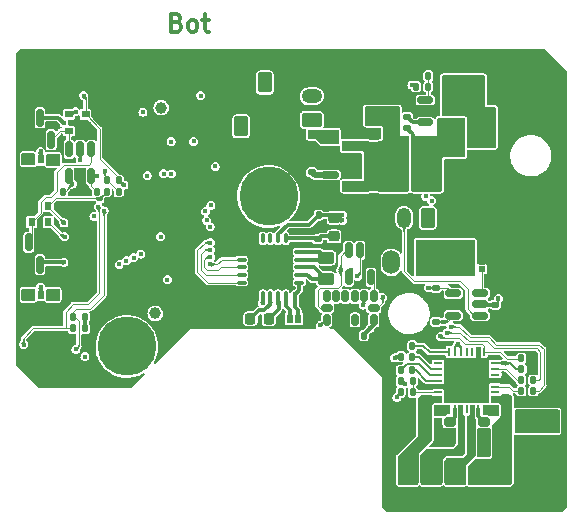
<source format=gbl>
%TF.GenerationSoftware,KiCad,Pcbnew,(6.0.6)*%
%TF.CreationDate,2022-09-25T21:31:05+08:00*%
%TF.ProjectId,Stealthburner_Toolhead_PCB,53746561-6c74-4686-9275-726e65725f54,rev?*%
%TF.SameCoordinates,Original*%
%TF.FileFunction,Copper,L4,Bot*%
%TF.FilePolarity,Positive*%
%FSLAX46Y46*%
G04 Gerber Fmt 4.6, Leading zero omitted, Abs format (unit mm)*
G04 Created by KiCad (PCBNEW (6.0.6)) date 2022-09-25 21:31:05*
%MOMM*%
%LPD*%
G01*
G04 APERTURE LIST*
G04 Aperture macros list*
%AMRoundRect*
0 Rectangle with rounded corners*
0 $1 Rounding radius*
0 $2 $3 $4 $5 $6 $7 $8 $9 X,Y pos of 4 corners*
0 Add a 4 corners polygon primitive as box body*
4,1,4,$2,$3,$4,$5,$6,$7,$8,$9,$2,$3,0*
0 Add four circle primitives for the rounded corners*
1,1,$1+$1,$2,$3*
1,1,$1+$1,$4,$5*
1,1,$1+$1,$6,$7*
1,1,$1+$1,$8,$9*
0 Add four rect primitives between the rounded corners*
20,1,$1+$1,$2,$3,$4,$5,0*
20,1,$1+$1,$4,$5,$6,$7,0*
20,1,$1+$1,$6,$7,$8,$9,0*
20,1,$1+$1,$8,$9,$2,$3,0*%
%AMFreePoly0*
4,1,17,1.370000,0.720000,0.950000,0.720000,0.950000,0.580000,1.370000,0.580000,1.370000,0.080000,0.950000,0.080000,0.950000,-0.080000,1.370000,-0.080000,1.370000,-0.580000,0.950000,-0.580000,0.950000,-0.720000,1.371000,-0.720000,1.371000,-1.225000,-0.950000,-1.225000,-0.950000,1.225000,1.370000,1.225000,1.370000,0.720000,1.370000,0.720000,$1*%
G04 Aperture macros list end*
%ADD10C,0.300000*%
%TA.AperFunction,NonConductor*%
%ADD11C,0.300000*%
%TD*%
%TA.AperFunction,ComponentPad*%
%ADD12RoundRect,0.250000X-0.350000X-0.625000X0.350000X-0.625000X0.350000X0.625000X-0.350000X0.625000X0*%
%TD*%
%TA.AperFunction,ComponentPad*%
%ADD13O,1.200000X1.750000*%
%TD*%
%TA.AperFunction,ComponentPad*%
%ADD14RoundRect,0.250001X0.499999X0.759999X-0.499999X0.759999X-0.499999X-0.759999X0.499999X-0.759999X0*%
%TD*%
%TA.AperFunction,ComponentPad*%
%ADD15O,1.500000X2.020000*%
%TD*%
%TA.AperFunction,ComponentPad*%
%ADD16R,1.600000X1.600000*%
%TD*%
%TA.AperFunction,ComponentPad*%
%ADD17C,1.600000*%
%TD*%
%TA.AperFunction,ComponentPad*%
%ADD18C,1.000000*%
%TD*%
%TA.AperFunction,ComponentPad*%
%ADD19C,5.000000*%
%TD*%
%TA.AperFunction,ComponentPad*%
%ADD20RoundRect,0.250000X0.625000X-0.350000X0.625000X0.350000X-0.625000X0.350000X-0.625000X-0.350000X0*%
%TD*%
%TA.AperFunction,ComponentPad*%
%ADD21O,1.750000X1.200000*%
%TD*%
%TA.AperFunction,ComponentPad*%
%ADD22RoundRect,0.250000X0.350000X0.625000X-0.350000X0.625000X-0.350000X-0.625000X0.350000X-0.625000X0*%
%TD*%
%TA.AperFunction,ComponentPad*%
%ADD23RoundRect,0.250001X-0.759999X0.499999X-0.759999X-0.499999X0.759999X-0.499999X0.759999X0.499999X0*%
%TD*%
%TA.AperFunction,ComponentPad*%
%ADD24O,2.020000X1.500000*%
%TD*%
%TA.AperFunction,SMDPad,CuDef*%
%ADD25RoundRect,0.225000X0.250000X-0.225000X0.250000X0.225000X-0.250000X0.225000X-0.250000X-0.225000X0*%
%TD*%
%TA.AperFunction,SMDPad,CuDef*%
%ADD26RoundRect,0.225000X-0.250000X0.225000X-0.250000X-0.225000X0.250000X-0.225000X0.250000X0.225000X0*%
%TD*%
%TA.AperFunction,SMDPad,CuDef*%
%ADD27RoundRect,0.150000X-0.512500X-0.150000X0.512500X-0.150000X0.512500X0.150000X-0.512500X0.150000X0*%
%TD*%
%TA.AperFunction,SMDPad,CuDef*%
%ADD28RoundRect,0.075000X0.337500X0.075000X-0.337500X0.075000X-0.337500X-0.075000X0.337500X-0.075000X0*%
%TD*%
%TA.AperFunction,SMDPad,CuDef*%
%ADD29RoundRect,0.075000X0.075000X0.337500X-0.075000X0.337500X-0.075000X-0.337500X0.075000X-0.337500X0*%
%TD*%
%TA.AperFunction,SMDPad,CuDef*%
%ADD30R,3.250000X3.250000*%
%TD*%
%TA.AperFunction,SMDPad,CuDef*%
%ADD31RoundRect,0.135000X0.135000X0.185000X-0.135000X0.185000X-0.135000X-0.185000X0.135000X-0.185000X0*%
%TD*%
%TA.AperFunction,SMDPad,CuDef*%
%ADD32RoundRect,0.140000X0.140000X0.170000X-0.140000X0.170000X-0.140000X-0.170000X0.140000X-0.170000X0*%
%TD*%
%TA.AperFunction,SMDPad,CuDef*%
%ADD33RoundRect,0.135000X-0.135000X-0.185000X0.135000X-0.185000X0.135000X0.185000X-0.135000X0.185000X0*%
%TD*%
%TA.AperFunction,SMDPad,CuDef*%
%ADD34RoundRect,0.150000X-0.150000X0.587500X-0.150000X-0.587500X0.150000X-0.587500X0.150000X0.587500X0*%
%TD*%
%TA.AperFunction,SMDPad,CuDef*%
%ADD35RoundRect,0.150000X-0.587500X-0.150000X0.587500X-0.150000X0.587500X0.150000X-0.587500X0.150000X0*%
%TD*%
%TA.AperFunction,SMDPad,CuDef*%
%ADD36RoundRect,0.140000X0.170000X-0.140000X0.170000X0.140000X-0.170000X0.140000X-0.170000X-0.140000X0*%
%TD*%
%TA.AperFunction,SMDPad,CuDef*%
%ADD37RoundRect,0.140000X-0.140000X-0.170000X0.140000X-0.170000X0.140000X0.170000X-0.140000X0.170000X0*%
%TD*%
%TA.AperFunction,SMDPad,CuDef*%
%ADD38RoundRect,0.150000X0.150000X-0.587500X0.150000X0.587500X-0.150000X0.587500X-0.150000X-0.587500X0*%
%TD*%
%TA.AperFunction,SMDPad,CuDef*%
%ADD39R,0.630000X0.500000*%
%TD*%
%TA.AperFunction,SMDPad,CuDef*%
%ADD40FreePoly0,180.000000*%
%TD*%
%TA.AperFunction,SMDPad,CuDef*%
%ADD41R,0.600000X0.700000*%
%TD*%
%TA.AperFunction,SMDPad,CuDef*%
%ADD42R,0.700000X0.600000*%
%TD*%
%TA.AperFunction,SMDPad,CuDef*%
%ADD43RoundRect,0.250000X-0.450000X0.262500X-0.450000X-0.262500X0.450000X-0.262500X0.450000X0.262500X0*%
%TD*%
%TA.AperFunction,SMDPad,CuDef*%
%ADD44RoundRect,0.200000X-0.275000X0.200000X-0.275000X-0.200000X0.275000X-0.200000X0.275000X0.200000X0*%
%TD*%
%TA.AperFunction,SMDPad,CuDef*%
%ADD45RoundRect,0.150000X-0.150000X0.512500X-0.150000X-0.512500X0.150000X-0.512500X0.150000X0.512500X0*%
%TD*%
%TA.AperFunction,SMDPad,CuDef*%
%ADD46R,1.200000X0.900000*%
%TD*%
%TA.AperFunction,SMDPad,CuDef*%
%ADD47R,1.200000X3.700000*%
%TD*%
%TA.AperFunction,SMDPad,CuDef*%
%ADD48RoundRect,0.140000X-0.170000X0.140000X-0.170000X-0.140000X0.170000X-0.140000X0.170000X0.140000X0*%
%TD*%
%TA.AperFunction,SMDPad,CuDef*%
%ADD49R,0.500000X0.800000*%
%TD*%
%TA.AperFunction,SMDPad,CuDef*%
%ADD50R,0.762000X0.254000*%
%TD*%
%TA.AperFunction,SMDPad,CuDef*%
%ADD51R,0.254000X0.762000*%
%TD*%
%TA.AperFunction,SMDPad,CuDef*%
%ADD52R,3.800000X3.800000*%
%TD*%
%TA.AperFunction,SMDPad,CuDef*%
%ADD53RoundRect,0.150000X0.150000X-0.325000X0.150000X0.325000X-0.150000X0.325000X-0.150000X-0.325000X0*%
%TD*%
%TA.AperFunction,SMDPad,CuDef*%
%ADD54RoundRect,0.150000X0.325000X-0.150000X0.325000X0.150000X-0.325000X0.150000X-0.325000X-0.150000X0*%
%TD*%
%TA.AperFunction,SMDPad,CuDef*%
%ADD55RoundRect,0.218750X-0.256250X0.218750X-0.256250X-0.218750X0.256250X-0.218750X0.256250X0.218750X0*%
%TD*%
%TA.AperFunction,SMDPad,CuDef*%
%ADD56RoundRect,0.250000X-0.250000X-0.475000X0.250000X-0.475000X0.250000X0.475000X-0.250000X0.475000X0*%
%TD*%
%TA.AperFunction,SMDPad,CuDef*%
%ADD57RoundRect,0.135000X-0.185000X0.135000X-0.185000X-0.135000X0.185000X-0.135000X0.185000X0.135000X0*%
%TD*%
%TA.AperFunction,SMDPad,CuDef*%
%ADD58RoundRect,0.150000X0.150000X-0.512500X0.150000X0.512500X-0.150000X0.512500X-0.150000X-0.512500X0*%
%TD*%
%TA.AperFunction,SMDPad,CuDef*%
%ADD59RoundRect,0.225000X0.225000X0.250000X-0.225000X0.250000X-0.225000X-0.250000X0.225000X-0.250000X0*%
%TD*%
%TA.AperFunction,SMDPad,CuDef*%
%ADD60R,1.100000X1.100000*%
%TD*%
%TA.AperFunction,SMDPad,CuDef*%
%ADD61RoundRect,0.135000X0.185000X-0.135000X0.185000X0.135000X-0.185000X0.135000X-0.185000X-0.135000X0*%
%TD*%
%TA.AperFunction,ViaPad*%
%ADD62C,0.450000*%
%TD*%
%TA.AperFunction,Conductor*%
%ADD63C,0.200000*%
%TD*%
%TA.AperFunction,Conductor*%
%ADD64C,0.300000*%
%TD*%
%TA.AperFunction,Conductor*%
%ADD65C,0.120000*%
%TD*%
%TA.AperFunction,Conductor*%
%ADD66C,0.500000*%
%TD*%
G04 APERTURE END LIST*
D10*
D11*
X113808000Y-93923657D02*
X114022285Y-93995085D01*
X114093714Y-94066514D01*
X114165142Y-94209371D01*
X114165142Y-94423657D01*
X114093714Y-94566514D01*
X114022285Y-94637942D01*
X113879428Y-94709371D01*
X113308000Y-94709371D01*
X113308000Y-93209371D01*
X113808000Y-93209371D01*
X113950857Y-93280800D01*
X114022285Y-93352228D01*
X114093714Y-93495085D01*
X114093714Y-93637942D01*
X114022285Y-93780800D01*
X113950857Y-93852228D01*
X113808000Y-93923657D01*
X113308000Y-93923657D01*
X115022285Y-94709371D02*
X114879428Y-94637942D01*
X114808000Y-94566514D01*
X114736571Y-94423657D01*
X114736571Y-93995085D01*
X114808000Y-93852228D01*
X114879428Y-93780800D01*
X115022285Y-93709371D01*
X115236571Y-93709371D01*
X115379428Y-93780800D01*
X115450857Y-93852228D01*
X115522285Y-93995085D01*
X115522285Y-94423657D01*
X115450857Y-94566514D01*
X115379428Y-94637942D01*
X115236571Y-94709371D01*
X115022285Y-94709371D01*
X115950857Y-93709371D02*
X116522285Y-93709371D01*
X116165142Y-93209371D02*
X116165142Y-94495085D01*
X116236571Y-94637942D01*
X116379428Y-94709371D01*
X116522285Y-94709371D01*
D12*
%TO.P,J4,1,Pin_1*%
%TO.N,Net-(C13-Pad1)*%
X119243600Y-102726400D03*
D13*
%TO.P,J4,2,Pin_2*%
%TO.N,GND*%
X121243600Y-102726400D03*
%TD*%
D14*
%TO.P,J9,1,Pin_1*%
%TO.N,Net-(J9-Pad1)*%
X134951600Y-114241600D03*
D15*
%TO.P,J9,2,Pin_2*%
%TO.N,+24V*%
X131951600Y-114241600D03*
%TD*%
D16*
%TO.P,C32,1*%
%TO.N,+24V*%
X143306800Y-127711200D03*
D17*
%TO.P,C32,2*%
%TO.N,GND*%
X143306800Y-130211200D03*
%TD*%
D18*
%TO.P,J3,1,Pin_1*%
%TO.N,Net-(J3-Pad1)*%
X112471200Y-101142800D03*
%TD*%
D19*
%TO.P,H2,1,1*%
%TO.N,unconnected-(H2-Pad1)*%
X121564400Y-108661200D03*
%TD*%
D20*
%TO.P,J2,1,Pin_1*%
%TO.N,+24V*%
X125222000Y-102177600D03*
D21*
%TO.P,J2,2,Pin_2*%
%TO.N,Net-(D2-Pad1)*%
X125222000Y-100177600D03*
%TO.P,J2,3,Pin_3*%
%TO.N,GND*%
X125222000Y-98177600D03*
%TD*%
D22*
%TO.P,J8,1,Pin_1*%
%TO.N,+5V*%
X135045200Y-110481200D03*
D13*
%TO.P,J8,2,Pin_2*%
%TO.N,Net-(J8-Pad2)*%
X133045200Y-110481200D03*
%TO.P,J8,3,Pin_3*%
%TO.N,GND*%
X131045200Y-110481200D03*
%TD*%
D19*
%TO.P,H1,1,1*%
%TO.N,unconnected-(H1-Pad1)*%
X109575600Y-121361200D03*
%TD*%
D18*
%TO.P,TP1,1,1*%
%TO.N,/RUN*%
X111963200Y-118567200D03*
%TD*%
D23*
%TO.P,J1,1,Pin_1*%
%TO.N,+24V*%
X139446000Y-103706800D03*
D24*
%TO.P,J1,2,Pin_2*%
%TO.N,GND*%
X139446000Y-106706800D03*
%TD*%
D22*
%TO.P,J6,1,Pin_1*%
%TO.N,Net-(C17-Pad1)*%
X121259600Y-99009200D03*
D13*
%TO.P,J6,2,Pin_2*%
%TO.N,GND*%
X119259600Y-99009200D03*
%TD*%
D25*
%TO.P,C12,1*%
%TO.N,+12V*%
X130403600Y-101829200D03*
%TO.P,C12,2*%
%TO.N,GND*%
X130403600Y-100279200D03*
%TD*%
D26*
%TO.P,C5,1*%
%TO.N,+12V*%
X130454400Y-107276600D03*
%TO.P,C5,2*%
%TO.N,GND*%
X130454400Y-108826600D03*
%TD*%
D27*
%TO.P,U1,1,CB*%
%TO.N,Net-(C7-Pad2)*%
X134831700Y-102397600D03*
%TO.P,U1,2,GND*%
%TO.N,GND*%
X134831700Y-101447600D03*
%TO.P,U1,3,FB*%
%TO.N,Net-(R2-Pad2)*%
X134831700Y-100497600D03*
%TO.P,U1,4,EN*%
%TO.N,+24V*%
X137106700Y-100497600D03*
%TO.P,U1,5,VIN*%
X137106700Y-101447600D03*
%TO.P,U1,6,SW*%
%TO.N,Net-(C7-Pad1)*%
X137106700Y-102397600D03*
%TD*%
D28*
%TO.P,U13,1,BIAS*%
%TO.N,Net-(R31-Pad1)*%
X124154300Y-113355600D03*
%TO.P,U13,2,REFIN+*%
X124154300Y-114005600D03*
%TO.P,U13,3,REFIN-*%
%TO.N,Net-(R31-Pad2)*%
X124154300Y-114655600D03*
%TO.P,U13,4,ISENSOR*%
X124154300Y-115305600D03*
%TO.P,U13,5,FORCE+*%
%TO.N,/FORCE+*%
X124154300Y-115955600D03*
D29*
%TO.P,U13,6,FORCE2*%
%TO.N,/FORCE2*%
X123016800Y-117093100D03*
%TO.P,U13,7,RTDIN+*%
%TO.N,/RTDIN+*%
X122366800Y-117093100D03*
%TO.P,U13,8,RTDIN-*%
%TO.N,/RTDIN-*%
X121716800Y-117093100D03*
%TO.P,U13,9,FORCE-*%
%TO.N,/FORCE-*%
X121066800Y-117093100D03*
%TO.P,U13,10,GND*%
%TO.N,GND*%
X120416800Y-117093100D03*
D28*
%TO.P,U13,11,SDI*%
%TO.N,/SPI0_MOSI*%
X119279300Y-115955600D03*
%TO.P,U13,12,SCLK*%
%TO.N,/SPI0_CLK*%
X119279300Y-115305600D03*
%TO.P,U13,13,~{CS}*%
%TO.N,/SPI0_CS1*%
X119279300Y-114655600D03*
%TO.P,U13,14,SDO*%
%TO.N,/SPI0_MISO*%
X119279300Y-114005600D03*
%TO.P,U13,15,DGND*%
%TO.N,GND*%
X119279300Y-113355600D03*
D29*
%TO.P,U13,16,GND*%
X120416800Y-112218100D03*
%TO.P,U13,17,NC*%
%TO.N,unconnected-(U13-Pad17)*%
X121066800Y-112218100D03*
%TO.P,U13,18,~{DRDY}*%
%TO.N,unconnected-(U13-Pad18)*%
X121716800Y-112218100D03*
%TO.P,U13,19,DVDD*%
%TO.N,+3V3*%
X122366800Y-112218100D03*
%TO.P,U13,20,VDD*%
%TO.N,Net-(C31-Pad1)*%
X123016800Y-112218100D03*
D30*
%TO.P,U13,21,GND*%
%TO.N,GND*%
X121716800Y-114655600D03*
%TD*%
D31*
%TO.P,R25,1*%
%TO.N,/E-STEP*%
X143969200Y-124206000D03*
%TO.P,R25,2*%
%TO.N,Net-(R25-Pad2)*%
X142949200Y-124206000D03*
%TD*%
%TO.P,R13,1*%
%TO.N,/FAN1_PWM*%
X107037600Y-108254800D03*
%TO.P,R13,2*%
%TO.N,GND*%
X106017600Y-108254800D03*
%TD*%
D32*
%TO.P,C27,1*%
%TO.N,GND*%
X143937200Y-123291600D03*
%TO.P,C27,2*%
%TO.N,+3V3*%
X142977200Y-123291600D03*
%TD*%
D33*
%TO.P,R28,1*%
%TO.N,+3V3*%
X132738400Y-124307600D03*
%TO.P,R28,2*%
%TO.N,Net-(R24-Pad2)*%
X133758400Y-124307600D03*
%TD*%
D25*
%TO.P,C10,1*%
%TO.N,+12V*%
X131876800Y-101829200D03*
%TO.P,C10,2*%
%TO.N,GND*%
X131876800Y-100279200D03*
%TD*%
%TO.P,C6,1*%
%TO.N,+12V*%
X130454400Y-104965800D03*
%TO.P,C6,2*%
%TO.N,GND*%
X130454400Y-103415800D03*
%TD*%
D34*
%TO.P,Q1,1,G*%
%TO.N,Net-(D3-Pad1)*%
X101259600Y-112549700D03*
%TO.P,Q1,2,S*%
%TO.N,GND*%
X103159600Y-112549700D03*
%TO.P,Q1,3,D*%
%TO.N,Net-(J7-Pad3)*%
X102209600Y-114424700D03*
%TD*%
D32*
%TO.P,C34,1*%
%TO.N,Net-(C34-Pad1)*%
X133728400Y-123393200D03*
%TO.P,C34,2*%
%TO.N,Net-(C34-Pad2)*%
X132768400Y-123393200D03*
%TD*%
D35*
%TO.P,U3,1,GND*%
%TO.N,GND*%
X126773700Y-105344000D03*
%TO.P,U3,2,OUT*%
%TO.N,+3V3*%
X126773700Y-103444000D03*
%TO.P,U3,3,IN*%
%TO.N,+12V*%
X128648700Y-104394000D03*
%TD*%
D36*
%TO.P,C31,1*%
%TO.N,Net-(C31-Pad1)*%
X125730000Y-112290800D03*
%TO.P,C31,2*%
%TO.N,GND*%
X125730000Y-111330800D03*
%TD*%
D37*
%TO.P,C35,1*%
%TO.N,+3V3*%
X129618800Y-120446800D03*
%TO.P,C35,2*%
%TO.N,GND*%
X130578800Y-120446800D03*
%TD*%
D38*
%TO.P,Q2,1,G*%
%TO.N,Net-(D5-Pad1)*%
X103159600Y-103858300D03*
%TO.P,Q2,2,S*%
%TO.N,GND*%
X101259600Y-103858300D03*
%TO.P,Q2,3,D*%
%TO.N,Net-(J10-Pad3)*%
X102209600Y-101983300D03*
%TD*%
D39*
%TO.P,Q3,1,S*%
%TO.N,GND*%
X139612400Y-112872400D03*
%TO.P,Q3,2,S*%
X139612400Y-113512400D03*
%TO.P,Q3,3,S*%
X139612400Y-114172400D03*
%TO.P,Q3,4,G*%
%TO.N,Net-(Q3-Pad4)*%
X139612400Y-114812400D03*
D40*
%TO.P,Q3,5,D*%
%TO.N,Net-(J9-Pad1)*%
X137787400Y-113842400D03*
%TD*%
D41*
%TO.P,D3,1,K*%
%TO.N,Net-(D3-Pad1)*%
X101509600Y-110845600D03*
%TO.P,D3,2,A*%
%TO.N,Net-(D3-Pad2)*%
X102909600Y-110845600D03*
%TD*%
D42*
%TO.P,D6,1,A1*%
%TO.N,GND*%
X106070400Y-103112800D03*
%TO.P,D6,2,A2*%
%TO.N,/FAN2_DET*%
X106070400Y-101712800D03*
%TD*%
D43*
%TO.P,R31,1*%
%TO.N,Net-(R31-Pad1)*%
X126441200Y-113844700D03*
%TO.P,R31,2*%
%TO.N,Net-(R31-Pad2)*%
X126441200Y-115669700D03*
%TD*%
D44*
%TO.P,R29,1*%
%TO.N,Net-(R29-Pad1)*%
X139801600Y-127749800D03*
%TO.P,R29,2*%
%TO.N,GND*%
X139801600Y-129399800D03*
%TD*%
D32*
%TO.P,C33,1*%
%TO.N,Net-(C33-Pad1)*%
X133728400Y-122224800D03*
%TO.P,C33,2*%
%TO.N,+24V*%
X132768400Y-122224800D03*
%TD*%
D44*
%TO.P,R30,1*%
%TO.N,Net-(R30-Pad1)*%
X136906000Y-127749800D03*
%TO.P,R30,2*%
%TO.N,GND*%
X136906000Y-129399800D03*
%TD*%
D33*
%TO.P,R20,1*%
%TO.N,+3V3*%
X107846400Y-107289600D03*
%TO.P,R20,2*%
%TO.N,/FAN2_DET*%
X108866400Y-107289600D03*
%TD*%
%TO.P,R2,1*%
%TO.N,+12V*%
X134059200Y-99364800D03*
%TO.P,R2,2*%
%TO.N,Net-(R2-Pad2)*%
X135079200Y-99364800D03*
%TD*%
D37*
%TO.P,C28,1*%
%TO.N,GND*%
X132768400Y-121310400D03*
%TO.P,C28,2*%
%TO.N,Net-(C28-Pad2)*%
X133728400Y-121310400D03*
%TD*%
D45*
%TO.P,U11,1*%
%TO.N,/SPI0_CS2*%
X128336000Y-113213300D03*
%TO.P,U11,2*%
%TO.N,/SPI0_MOSI*%
X129286000Y-113213300D03*
%TO.P,U11,3,GND*%
%TO.N,GND*%
X130236000Y-113213300D03*
%TO.P,U11,4*%
%TO.N,Net-(U11-Pad4)*%
X130236000Y-115488300D03*
%TO.P,U11,5,VCC*%
%TO.N,+3V3*%
X128336000Y-115488300D03*
%TD*%
D46*
%TO.P,D1,1,K*%
%TO.N,Net-(C7-Pad1)*%
X137086800Y-104166400D03*
%TO.P,D1,2,A*%
%TO.N,GND*%
X137086800Y-107466400D03*
%TD*%
D47*
%TO.P,L1,1,1*%
%TO.N,Net-(C7-Pad1)*%
X134981600Y-105714800D03*
%TO.P,L1,2,2*%
%TO.N,+12V*%
X132181600Y-105714800D03*
%TD*%
D36*
%TO.P,C25,1*%
%TO.N,GND*%
X140766800Y-118793200D03*
%TO.P,C25,2*%
%TO.N,+5V*%
X140766800Y-117833200D03*
%TD*%
D48*
%TO.P,C9,1*%
%TO.N,+3V3*%
X125272800Y-103406000D03*
%TO.P,C9,2*%
%TO.N,GND*%
X125272800Y-104366000D03*
%TD*%
D31*
%TO.P,R27,1*%
%TO.N,GND*%
X143967200Y-122377200D03*
%TO.P,R27,2*%
%TO.N,/UART*%
X142947200Y-122377200D03*
%TD*%
D48*
%TO.P,C8,1*%
%TO.N,+5V*%
X125222000Y-106606400D03*
%TO.P,C8,2*%
%TO.N,GND*%
X125222000Y-107566400D03*
%TD*%
D31*
%TO.P,R16,1*%
%TO.N,+3V3*%
X108866400Y-108254800D03*
%TO.P,R16,2*%
%TO.N,/FAN1_DET*%
X107846400Y-108254800D03*
%TD*%
D49*
%TO.P,JP2,1,A*%
%TO.N,+24V*%
X101549200Y-105511600D03*
%TO.P,JP2,2,C*%
%TO.N,Net-(J10-Pad5)*%
X102260400Y-105511600D03*
%TO.P,JP2,3,B*%
%TO.N,+12V*%
X102971600Y-105537000D03*
%TD*%
D50*
%TO.P,U12,1,OB2*%
%TO.N,/E-B2*%
X135902700Y-125756800D03*
%TO.P,U12,2,ENN*%
%TO.N,Net-(R24-Pad2)*%
X135902700Y-125256801D03*
%TO.P,U12,3,GND*%
%TO.N,GND*%
X135902700Y-124756799D03*
%TO.P,U12,4,CPO*%
%TO.N,Net-(C34-Pad1)*%
X135902700Y-124256800D03*
%TO.P,U12,5,CPI*%
%TO.N,Net-(C34-Pad2)*%
X135902700Y-123756801D03*
%TO.P,U12,6,VCP*%
%TO.N,Net-(C33-Pad1)*%
X135902700Y-123256799D03*
%TO.P,U12,7,SPREAD*%
%TO.N,unconnected-(U12-Pad7)*%
X135902700Y-122756800D03*
D51*
%TO.P,U12,8,5VOUT*%
%TO.N,Net-(C28-Pad2)*%
X136828400Y-121831100D03*
%TO.P,U12,9,MS1_AD0*%
%TO.N,+3V3*%
X137328399Y-121831100D03*
%TO.P,U12,10,MS2_AD1*%
X137828401Y-121831100D03*
%TO.P,U12,11,DIAG*%
%TO.N,/E-DIAG*%
X138328400Y-121831100D03*
%TO.P,U12,12,INDEX*%
%TO.N,unconnected-(U12-Pad12)*%
X138828399Y-121831100D03*
%TO.P,U12,13,CLK*%
%TO.N,GND*%
X139328401Y-121831100D03*
%TO.P,U12,14,PDN_UART*%
%TO.N,/UART*%
X139828400Y-121831100D03*
D50*
%TO.P,U12,15,VCC_IO*%
%TO.N,+3V3*%
X140754100Y-122756800D03*
%TO.P,U12,16,STEP*%
%TO.N,Net-(R25-Pad2)*%
X140754100Y-123256799D03*
%TO.P,U12,17,VREF*%
%TO.N,unconnected-(U12-Pad17)*%
X140754100Y-123756801D03*
%TO.P,U12,18,GND*%
%TO.N,GND*%
X140754100Y-124256800D03*
%TO.P,U12,19,DIR*%
%TO.N,Net-(R26-Pad2)*%
X140754100Y-124756799D03*
%TO.P,U12,20,STDBY*%
%TO.N,unconnected-(U12-Pad20)*%
X140754100Y-125256801D03*
%TO.P,U12,21,OA2*%
%TO.N,/E-A2*%
X140754100Y-125756800D03*
D51*
%TO.P,U12,22,VS*%
%TO.N,+24V*%
X139828400Y-126682500D03*
%TO.P,U12,23,BRA*%
%TO.N,Net-(R29-Pad1)*%
X139328401Y-126682500D03*
%TO.P,U12,24,OA1*%
%TO.N,/E-A1*%
X138828399Y-126682500D03*
%TO.P,U12,25,NC*%
%TO.N,unconnected-(U12-Pad25)*%
X138328400Y-126682500D03*
%TO.P,U12,26,OB1*%
%TO.N,/E-B1*%
X137828401Y-126682500D03*
%TO.P,U12,27,BRB*%
%TO.N,Net-(R30-Pad1)*%
X137328399Y-126682500D03*
%TO.P,U12,28,VS*%
%TO.N,+24V*%
X136828400Y-126682500D03*
D52*
%TO.P,U12,29,EPAD*%
%TO.N,GND*%
X138328400Y-124256800D03*
%TD*%
D31*
%TO.P,R22,1*%
%TO.N,+3V3*%
X106021600Y-119837200D03*
%TO.P,R22,2*%
%TO.N,/IIC0_SDA*%
X105001600Y-119837200D03*
%TD*%
D53*
%TO.P,U14,1,Vdd_I/O*%
%TO.N,+3V3*%
X130473200Y-119110000D03*
%TO.P,U14,2,GND*%
%TO.N,GND*%
X129673200Y-119110000D03*
%TO.P,U14,3,RES*%
%TO.N,unconnected-(U14-Pad3)*%
X128873200Y-119110000D03*
%TO.P,U14,4,GND*%
%TO.N,GND*%
X128073200Y-119110000D03*
%TO.P,U14,5,GND*%
X127273200Y-119110000D03*
%TO.P,U14,6,Vs*%
%TO.N,+3V3*%
X126473200Y-119110000D03*
D54*
%TO.P,U14,7,~{CS}*%
%TO.N,/SPI0_CS2*%
X126473200Y-118110000D03*
D53*
%TO.P,U14,8,INT1*%
%TO.N,unconnected-(U14-Pad8)*%
X126473200Y-117110000D03*
%TO.P,U14,9,INT2*%
%TO.N,unconnected-(U14-Pad9)*%
X127273200Y-117110000D03*
%TO.P,U14,10,NC*%
%TO.N,unconnected-(U14-Pad10)*%
X128073200Y-117110000D03*
%TO.P,U14,11,RES*%
%TO.N,unconnected-(U14-Pad11)*%
X128873200Y-117110000D03*
%TO.P,U14,12,SDO/ADDR*%
%TO.N,/SPI0_MISO*%
X129673200Y-117110000D03*
%TO.P,U14,13,SDA/SDI/SDIO*%
%TO.N,Net-(U11-Pad4)*%
X130473200Y-117110000D03*
D54*
%TO.P,U14,14,SCL/SCLK*%
%TO.N,/SPI0_CLK*%
X130473200Y-118110000D03*
%TD*%
D31*
%TO.P,R3,1*%
%TO.N,Net-(R2-Pad2)*%
X135079200Y-98450400D03*
%TO.P,R3,2*%
%TO.N,GND*%
X134059200Y-98450400D03*
%TD*%
D42*
%TO.P,D5,1,K*%
%TO.N,Net-(D5-Pad1)*%
X104648000Y-103112800D03*
%TO.P,D5,2,A*%
%TO.N,Net-(D5-Pad2)*%
X104648000Y-101712800D03*
%TD*%
D49*
%TO.P,JP5,1,A*%
%TO.N,/FORCE+*%
X124053600Y-119024400D03*
%TO.P,JP5,2,C*%
%TO.N,/FORCE2*%
X123342400Y-119024400D03*
%TO.P,JP5,3,B*%
%TO.N,GND*%
X122631200Y-118999000D03*
%TD*%
%TO.P,JP1,1,A*%
%TO.N,+24V*%
X101549200Y-116992400D03*
%TO.P,JP1,2,C*%
%TO.N,Net-(J7-Pad5)*%
X102260400Y-116992400D03*
%TO.P,JP1,3,B*%
%TO.N,+12V*%
X102971600Y-117017800D03*
%TD*%
D55*
%TO.P,FB1,1*%
%TO.N,+3V3*%
X127101600Y-110464500D03*
%TO.P,FB1,2*%
%TO.N,Net-(C31-Pad1)*%
X127101600Y-112039500D03*
%TD*%
D56*
%TO.P,C1,1*%
%TO.N,+24V*%
X139004000Y-99872800D03*
%TO.P,C1,2*%
%TO.N,GND*%
X140904000Y-99872800D03*
%TD*%
D31*
%TO.P,R23,1*%
%TO.N,+3V3*%
X106021600Y-118872000D03*
%TO.P,R23,2*%
%TO.N,/IIC0_SCL*%
X105001600Y-118872000D03*
%TD*%
D32*
%TO.P,C30,1*%
%TO.N,+3V3*%
X125803600Y-110236000D03*
%TO.P,C30,2*%
%TO.N,GND*%
X124843600Y-110236000D03*
%TD*%
D57*
%TO.P,R19,1*%
%TO.N,/HE*%
X135737600Y-116380800D03*
%TO.P,R19,2*%
%TO.N,GND*%
X135737600Y-117400800D03*
%TD*%
D31*
%TO.P,R26,1*%
%TO.N,/E-DIR*%
X143969200Y-125120400D03*
%TO.P,R26,2*%
%TO.N,Net-(R26-Pad2)*%
X142949200Y-125120400D03*
%TD*%
D35*
%TO.P,U2,1,GND*%
%TO.N,GND*%
X126773700Y-108747600D03*
%TO.P,U2,2,OUT*%
%TO.N,+5V*%
X126773700Y-106847600D03*
%TO.P,U2,3,IN*%
%TO.N,+12V*%
X128648700Y-107797600D03*
%TD*%
D33*
%TO.P,R18,1*%
%TO.N,/FAN2_PWM*%
X104188800Y-108254800D03*
%TO.P,R18,2*%
%TO.N,GND*%
X105208800Y-108254800D03*
%TD*%
D58*
%TO.P,U6,1*%
%TO.N,/FAN1_PWM*%
X106563200Y-106953900D03*
%TO.P,U6,2,GND*%
%TO.N,GND*%
X105613200Y-106953900D03*
%TO.P,U6,3*%
%TO.N,/FAN2_PWM*%
X104663200Y-106953900D03*
%TO.P,U6,4*%
%TO.N,Net-(D5-Pad1)*%
X104663200Y-104678900D03*
%TO.P,U6,5,VCC*%
%TO.N,+5V*%
X105613200Y-104678900D03*
%TO.P,U6,6*%
%TO.N,Net-(D3-Pad1)*%
X106563200Y-104678900D03*
%TD*%
D22*
%TO.P,J12,1,Pin_1*%
%TO.N,/E-A2*%
X139347200Y-131987200D03*
D13*
%TO.P,J12,2,Pin_2*%
%TO.N,/E-A1*%
X137347200Y-131987200D03*
%TO.P,J12,3,Pin_3*%
%TO.N,/E-B1*%
X135347200Y-131987200D03*
%TO.P,J12,4,Pin_4*%
%TO.N,/E-B2*%
X133347200Y-131987200D03*
%TD*%
D59*
%TO.P,C36,1*%
%TO.N,/RTDIN+*%
X121577400Y-119024400D03*
%TO.P,C36,2*%
%TO.N,/RTDIN-*%
X120027400Y-119024400D03*
%TD*%
D60*
%TO.P,D7,1,A1*%
%TO.N,+24V*%
X145389600Y-127733600D03*
%TO.P,D7,2,A2*%
%TO.N,GND*%
X145389600Y-130533600D03*
%TD*%
D33*
%TO.P,R24,1*%
%TO.N,/E-EN*%
X132738400Y-125222000D03*
%TO.P,R24,2*%
%TO.N,Net-(R24-Pad2)*%
X133758400Y-125222000D03*
%TD*%
D61*
%TO.P,R17,1*%
%TO.N,/NEO*%
X135737600Y-119280400D03*
%TO.P,R17,2*%
%TO.N,GND*%
X135737600Y-118260400D03*
%TD*%
D27*
%TO.P,U8,1*%
%TO.N,/NEO*%
X137190900Y-118755200D03*
%TO.P,U8,2,GND*%
%TO.N,GND*%
X137190900Y-117805200D03*
%TO.P,U8,3*%
%TO.N,/HE*%
X137190900Y-116855200D03*
%TO.P,U8,4*%
%TO.N,Net-(Q3-Pad4)*%
X139465900Y-116855200D03*
%TO.P,U8,5,VCC*%
%TO.N,+5V*%
X139465900Y-117805200D03*
%TO.P,U8,6*%
%TO.N,Net-(J8-Pad2)*%
X139465900Y-118755200D03*
%TD*%
D36*
%TO.P,C7,1*%
%TO.N,Net-(C7-Pad1)*%
X133299200Y-102892800D03*
%TO.P,C7,2*%
%TO.N,Net-(C7-Pad2)*%
X133299200Y-101932800D03*
%TD*%
D41*
%TO.P,D4,1,A1*%
%TO.N,GND*%
X101509600Y-109474000D03*
%TO.P,D4,2,A2*%
%TO.N,/FAN1_DET*%
X102909600Y-109474000D03*
%TD*%
D62*
%TO.N,GND*%
X128066800Y-102311200D03*
X139547600Y-130251200D03*
%TO.N,+24V*%
X135839200Y-127000000D03*
X137007600Y-98704400D03*
X140817600Y-126542800D03*
X137007600Y-99187000D03*
X132232400Y-122326400D03*
X140817600Y-127000000D03*
X140360400Y-127000000D03*
X140360400Y-126542800D03*
X136296400Y-127000000D03*
X136550400Y-98704400D03*
X100888800Y-116738400D03*
X135839200Y-126542800D03*
X136550400Y-99187000D03*
X100888800Y-117246400D03*
X136296400Y-126542800D03*
X100888800Y-105765600D03*
X100888800Y-105257600D03*
%TO.N,GND*%
X144424400Y-132232400D03*
X143916400Y-132232400D03*
X106324400Y-102565200D03*
X137007600Y-125577600D03*
X143408400Y-132232400D03*
X137668000Y-124942600D03*
X123850400Y-106781600D03*
X144526000Y-107340400D03*
X112217200Y-109778800D03*
X125730000Y-105562400D03*
X137668000Y-123621800D03*
X138988800Y-124942600D03*
X113893600Y-120142000D03*
X119532400Y-117144800D03*
X139649200Y-124282200D03*
X102870000Y-100380800D03*
X138988800Y-123621800D03*
X145999200Y-120497600D03*
X113030000Y-110591600D03*
X140055600Y-130251200D03*
X138328400Y-122961400D03*
X112572800Y-99060000D03*
X131572000Y-127101600D03*
X136042400Y-129641600D03*
X131572000Y-128117600D03*
X102412800Y-113030000D03*
X137007600Y-124942600D03*
X110591600Y-108966000D03*
X131419600Y-119126000D03*
X101904800Y-103327200D03*
X110591600Y-109778800D03*
X137668000Y-125577600D03*
X137007600Y-122961400D03*
X107746800Y-118465600D03*
X107238800Y-118465600D03*
X144424400Y-131673600D03*
X126288800Y-111201200D03*
X108254800Y-118465600D03*
X112979200Y-99415600D03*
X136042400Y-129133600D03*
X143916400Y-131673600D03*
X113487200Y-101854000D03*
X138887200Y-119786400D03*
X112217200Y-108966000D03*
X107645200Y-99060000D03*
X111404400Y-110591600D03*
X108966000Y-102870000D03*
X110591600Y-110591600D03*
X139649200Y-125577600D03*
X108966000Y-102362000D03*
X119176800Y-116789200D03*
X138328400Y-125577600D03*
X143408400Y-107340400D03*
X133299200Y-100584000D03*
X137007600Y-124282200D03*
X101549200Y-98602800D03*
X134620000Y-124714000D03*
X101904800Y-103835200D03*
X101041200Y-98602800D03*
X111404400Y-108153200D03*
X115011200Y-112674400D03*
X134112000Y-97180400D03*
X143408400Y-131673600D03*
X133299200Y-101142800D03*
X112217200Y-110591600D03*
X113030000Y-109778800D03*
X112217200Y-108153200D03*
X113030000Y-108966000D03*
X145084800Y-107340400D03*
X111404400Y-108966000D03*
X143967200Y-107340400D03*
X126339600Y-107594400D03*
X137007600Y-123621800D03*
X128981200Y-118110000D03*
X114046000Y-101854000D03*
X133299200Y-100025200D03*
X139395200Y-119786400D03*
X106375200Y-108407200D03*
X107086400Y-99060000D03*
X125730000Y-105003600D03*
X133604000Y-97180400D03*
X142849600Y-107340400D03*
X114604800Y-101854000D03*
X102870000Y-100888800D03*
X126339600Y-108153200D03*
X101904800Y-104343200D03*
X111404400Y-109778800D03*
X136245600Y-117754400D03*
X123494800Y-106426000D03*
X110591600Y-108153200D03*
X111810800Y-102108000D03*
X138988800Y-124282200D03*
X136042400Y-128625600D03*
X138988800Y-125577600D03*
X108204000Y-99060000D03*
X139649200Y-123621800D03*
X146507200Y-120497600D03*
X133096000Y-97180400D03*
X109626400Y-100380800D03*
X139649200Y-122961400D03*
X131572000Y-127609600D03*
X100533200Y-98602800D03*
X102412800Y-112014000D03*
X114300000Y-119735600D03*
X102412800Y-112522000D03*
X137668000Y-124282200D03*
X131419600Y-119634000D03*
X144119600Y-97078800D03*
X144830800Y-97790000D03*
X113030000Y-108153200D03*
X138328400Y-124282200D03*
X138328400Y-123621800D03*
X141579600Y-124206000D03*
X137668000Y-122961400D03*
X138328400Y-124942600D03*
X106019600Y-123342400D03*
X139649200Y-124942600D03*
X114503200Y-116636800D03*
X102870000Y-99872800D03*
X143814800Y-122834400D03*
X138988800Y-122961400D03*
X144475200Y-97434400D03*
X100838000Y-122224800D03*
X113436400Y-116789200D03*
%TO.N,+12V*%
X133705600Y-99212400D03*
X103632000Y-116738400D03*
X131978400Y-103174800D03*
X103632000Y-117246400D03*
X103632000Y-105308400D03*
X131521200Y-102717600D03*
X103632000Y-105816400D03*
X131521200Y-103174800D03*
X131978400Y-102717600D03*
%TO.N,+5V*%
X105613200Y-105562400D03*
X125816400Y-106847600D03*
X141020800Y-117297200D03*
%TO.N,+1V1*%
X112420400Y-112064800D03*
X111285427Y-106902277D03*
%TO.N,/FAN1_DET*%
X107289600Y-108915200D03*
X104241600Y-110896400D03*
%TO.N,/D+*%
X134874000Y-108661200D03*
X112674400Y-106730800D03*
%TO.N,/D-*%
X135373255Y-109008055D03*
X113334800Y-106745381D03*
%TO.N,/NEO*%
X136396000Y-119280400D03*
X116211661Y-109911035D03*
%TO.N,/FAN1_PWM*%
X107035600Y-106934000D03*
%TO.N,/FORCE+*%
X123799600Y-116941600D03*
%TO.N,/RTDIN+*%
X122428000Y-117703600D03*
%TO.N,/E-EN*%
X108915200Y-114401600D03*
X132435600Y-125679200D03*
%TO.N,/E-STEP*%
X110134400Y-113842800D03*
X136675951Y-120201243D03*
%TO.N,/E-DIR*%
X137007600Y-119684800D03*
X110744000Y-113538000D03*
%TO.N,/UART*%
X109524800Y-114096800D03*
X136093200Y-120497600D03*
%TO.N,/IIC0_SDA*%
X100838000Y-121208800D03*
X107137200Y-109524800D03*
%TO.N,/IIC0_SCL*%
X107645200Y-109880400D03*
X105257600Y-121615200D03*
%TO.N,/SPI0_MISO*%
X116636800Y-114401600D03*
X129590800Y-117856000D03*
%TO.N,/SPI0_CS1*%
X116636800Y-113792000D03*
%TO.N,/SPI0_CLK*%
X131216400Y-117195600D03*
X116636800Y-113182400D03*
%TO.N,/SPI0_MOSI*%
X116636800Y-112572800D03*
X129082800Y-115417600D03*
%TO.N,/RTDIN-*%
X121716800Y-117703600D03*
%TO.N,/FORCE-*%
X121056400Y-117703600D03*
%TO.N,/FAN2_DET*%
X109321600Y-107696000D03*
X105918000Y-100126800D03*
%TO.N,/FAN2_PWM*%
X104952800Y-107594400D03*
%TO.N,Net-(D3-Pad2)*%
X104292400Y-112064800D03*
%TO.N,Net-(D5-Pad2)*%
X105218068Y-101467868D03*
%TO.N,/HE*%
X135077200Y-116382800D03*
X116687600Y-109423200D03*
%TO.N,/SPI0_CS2*%
X127660400Y-114909600D03*
X116621374Y-111234152D03*
%TO.N,+3V3*%
X115824000Y-100126800D03*
X133096000Y-124510800D03*
X110923200Y-101522400D03*
X127812800Y-110236000D03*
X116332000Y-110693200D03*
X126288800Y-103987600D03*
X127203200Y-103987600D03*
X107684600Y-106488200D03*
X113000629Y-115691475D03*
X130149600Y-119837200D03*
X128524000Y-114858800D03*
X106019600Y-119380000D03*
X106019600Y-122224800D03*
X125933200Y-119583200D03*
X113309400Y-104013000D03*
X137566400Y-121158000D03*
X106781600Y-110337600D03*
X126746000Y-103987600D03*
X127812800Y-110693200D03*
X141528800Y-122783600D03*
X117043200Y-106121200D03*
X115214400Y-103987600D03*
%TO.N,Net-(J10-Pad3)*%
X104241600Y-102463600D03*
%TO.N,Net-(J7-Pad3)*%
X104241600Y-114249200D03*
%TO.N,Net-(J7-Pad5)*%
X102260400Y-116332000D03*
%TO.N,Net-(J10-Pad5)*%
X102260400Y-104851200D03*
%TD*%
D63*
%TO.N,+24V*%
X132768400Y-122224800D02*
X132334000Y-122224800D01*
X132334000Y-122224800D02*
X132232400Y-122326400D01*
D64*
%TO.N,Net-(C7-Pad1)*%
X133705600Y-103327200D02*
X133807200Y-103428800D01*
X133299200Y-102892800D02*
X133299200Y-102920800D01*
X133299200Y-102920800D02*
X133705600Y-103327200D01*
X133807200Y-103428800D02*
X133807200Y-103733600D01*
%TO.N,Net-(C7-Pad2)*%
X133764000Y-102397600D02*
X134831700Y-102397600D01*
X133299200Y-101932800D02*
X133764000Y-102397600D01*
D65*
%TO.N,+12V*%
X133906800Y-99212400D02*
X134059200Y-99364800D01*
X133705600Y-99212400D02*
X133906800Y-99212400D01*
D63*
%TO.N,+5V*%
X141020800Y-117297200D02*
X141020800Y-117579200D01*
D64*
X139493900Y-117833200D02*
X139465900Y-117805200D01*
D66*
X125816400Y-106847600D02*
X125745200Y-106847600D01*
D63*
X141020800Y-117579200D02*
X140766800Y-117833200D01*
D64*
X140766800Y-117833200D02*
X139493900Y-117833200D01*
D66*
X126773700Y-106847600D02*
X125816400Y-106847600D01*
X125745200Y-106847600D02*
X125463200Y-106847600D01*
X125463200Y-106847600D02*
X125222000Y-106606400D01*
D63*
X105613200Y-104678900D02*
X105613200Y-105562400D01*
D65*
%TO.N,/FAN1_DET*%
X102909600Y-109564400D02*
X102909600Y-109474000D01*
X107289600Y-108811600D02*
X107846400Y-108254800D01*
X102909600Y-109434400D02*
X102909600Y-109474000D01*
X103530400Y-108813600D02*
X102909600Y-109434400D01*
X107289600Y-108915200D02*
X107188000Y-108813600D01*
X104241600Y-110896400D02*
X102909600Y-109564400D01*
X107289600Y-108915200D02*
X107289600Y-108811600D01*
X107188000Y-108813600D02*
X103530400Y-108813600D01*
%TO.N,/NEO*%
X137190900Y-118755200D02*
X136665700Y-119280400D01*
X136665700Y-119280400D02*
X136396000Y-119280400D01*
X136396000Y-119280400D02*
X135737600Y-119280400D01*
D63*
%TO.N,Net-(C28-Pad2)*%
X134670800Y-121310400D02*
X135191500Y-121831100D01*
X135191500Y-121831100D02*
X136828400Y-121831100D01*
X133728400Y-121310400D02*
X134670800Y-121310400D01*
D65*
%TO.N,/FAN1_PWM*%
X106563200Y-106953900D02*
X106563200Y-107780400D01*
X106563200Y-107780400D02*
X107037600Y-108254800D01*
X107015700Y-106953900D02*
X106563200Y-106953900D01*
X107035600Y-106934000D02*
X107015700Y-106953900D01*
D64*
%TO.N,/FORCE+*%
X124154300Y-115955600D02*
X124154300Y-116586900D01*
X124154300Y-116586900D02*
X123799600Y-116941600D01*
X124053600Y-118313200D02*
X124053600Y-119024400D01*
X123799600Y-116941600D02*
X123799600Y-118059200D01*
X123799600Y-118059200D02*
X124053600Y-118313200D01*
%TO.N,/RTDIN+*%
X122428000Y-117703600D02*
X122428000Y-118173800D01*
X122366800Y-117642400D02*
X122428000Y-117703600D01*
X122428000Y-118173800D02*
X121577400Y-119024400D01*
X122366800Y-117093100D02*
X122366800Y-117642400D01*
%TO.N,/FORCE2*%
X123342400Y-118262400D02*
X123342400Y-119024400D01*
X123016800Y-117936800D02*
X123342400Y-118262400D01*
X123016800Y-117093100D02*
X123016800Y-117936800D01*
D65*
%TO.N,/E-EN*%
X132435600Y-125524800D02*
X132738400Y-125222000D01*
X132435600Y-125679200D02*
X132435600Y-125524800D01*
%TO.N,/E-STEP*%
X144272000Y-121513600D02*
X144576800Y-121818400D01*
X136675951Y-120201243D02*
X137778043Y-120201243D01*
X144576800Y-121818400D02*
X144576800Y-124053600D01*
X137778043Y-120201243D02*
X138515280Y-120938480D01*
X144424400Y-124206000D02*
X143969200Y-124206000D01*
X140090080Y-120938480D02*
X140665200Y-121513600D01*
X140665200Y-121513600D02*
X144272000Y-121513600D01*
X144576800Y-124053600D02*
X144424400Y-124206000D01*
X138515280Y-120938480D02*
X140090080Y-120938480D01*
%TO.N,/E-DIR*%
X137718800Y-119684800D02*
X138633200Y-120599200D01*
X144881600Y-121615200D02*
X144881600Y-124663200D01*
X144881600Y-124663200D02*
X144424400Y-125120400D01*
X137007600Y-119684800D02*
X137718800Y-119684800D01*
X144475200Y-121208800D02*
X144881600Y-121615200D01*
X140817600Y-121208800D02*
X144475200Y-121208800D01*
X144424400Y-125120400D02*
X143969200Y-125120400D01*
X138633200Y-120599200D02*
X140208000Y-120599200D01*
X140208000Y-120599200D02*
X140817600Y-121208800D01*
%TO.N,/UART*%
X139828400Y-121337200D02*
X139828400Y-121831100D01*
X138226800Y-121158000D02*
X139649200Y-121158000D01*
X136245600Y-120650000D02*
X137718800Y-120650000D01*
X142923600Y-122400800D02*
X142947200Y-122377200D01*
X141185900Y-121831100D02*
X141755600Y-122400800D01*
X136093200Y-120497600D02*
X136245600Y-120650000D01*
X141755600Y-122400800D02*
X142923600Y-122400800D01*
X139828400Y-121831100D02*
X141185900Y-121831100D01*
X137718800Y-120650000D02*
X138226800Y-121158000D01*
X139649200Y-121158000D02*
X139828400Y-121337200D01*
%TO.N,/IIC0_SDA*%
X107215200Y-109602800D02*
X107215200Y-116863600D01*
X105003600Y-117805200D02*
X104394000Y-118414800D01*
X106273600Y-117805200D02*
X105003600Y-117805200D01*
X107215200Y-116863600D02*
X106273600Y-117805200D01*
X100838000Y-121208800D02*
X100838000Y-120650000D01*
X107137200Y-109524800D02*
X107215200Y-109602800D01*
X104394000Y-119837200D02*
X105001600Y-119837200D01*
X100838000Y-120650000D02*
X101650800Y-119837200D01*
X104394000Y-118414800D02*
X104394000Y-119837200D01*
X101650800Y-119837200D02*
X104394000Y-119837200D01*
%TO.N,/IIC0_SCL*%
X105001600Y-118872000D02*
X105001600Y-118416800D01*
X106476800Y-118160800D02*
X107645200Y-116992400D01*
X107645200Y-116992400D02*
X107645200Y-109880400D01*
X105511600Y-119176800D02*
X105206800Y-118872000D01*
X105206800Y-118872000D02*
X105001600Y-118872000D01*
X105257600Y-121615200D02*
X105511600Y-121361200D01*
X105257600Y-118160800D02*
X106476800Y-118160800D01*
X105001600Y-118416800D02*
X105257600Y-118160800D01*
X105511600Y-121361200D02*
X105511600Y-119176800D01*
%TO.N,/SPI0_MISO*%
X117195600Y-114401600D02*
X117591600Y-114005600D01*
X129590800Y-117192400D02*
X129673200Y-117110000D01*
X117591600Y-114005600D02*
X119279300Y-114005600D01*
X129590800Y-117856000D02*
X129590800Y-117192400D01*
X116636800Y-114401600D02*
X117195600Y-114401600D01*
%TO.N,/SPI0_CS1*%
X116128800Y-114655600D02*
X116332000Y-114858800D01*
X116332000Y-114858800D02*
X117297200Y-114858800D01*
X116382800Y-113792000D02*
X116128800Y-114046000D01*
X117297200Y-114858800D02*
X117500400Y-114655600D01*
X116128800Y-114046000D02*
X116128800Y-114655600D01*
X117500400Y-114655600D02*
X119279300Y-114655600D01*
X116636800Y-113792000D02*
X116382800Y-113792000D01*
%TO.N,/SPI0_CLK*%
X131216400Y-117602000D02*
X130708400Y-118110000D01*
X116179600Y-113182400D02*
X115824000Y-113538000D01*
X131216400Y-117195600D02*
X131216400Y-117602000D01*
X115824000Y-114858800D02*
X116270800Y-115305600D01*
X116636800Y-113182400D02*
X116179600Y-113182400D01*
X115824000Y-113538000D02*
X115824000Y-114858800D01*
X130708400Y-118110000D02*
X130473200Y-118110000D01*
X116270800Y-115305600D02*
X119279300Y-115305600D01*
%TO.N,/SPI0_MOSI*%
X116412800Y-115955600D02*
X119279300Y-115955600D01*
X116636800Y-112572800D02*
X116179600Y-112572800D01*
X116179600Y-112572800D02*
X115519200Y-113233200D01*
X129082800Y-115417600D02*
X129286000Y-115214400D01*
X115519200Y-115062000D02*
X116412800Y-115955600D01*
X129286000Y-115214400D02*
X129286000Y-113213300D01*
X115519200Y-113233200D02*
X115519200Y-115062000D01*
D64*
%TO.N,/RTDIN-*%
X121716800Y-117703600D02*
X121716800Y-117805200D01*
X121716800Y-117093100D02*
X121716800Y-117703600D01*
X120738600Y-118313200D02*
X120027400Y-119024400D01*
X121208800Y-118313200D02*
X120738600Y-118313200D01*
X121716800Y-117805200D02*
X121208800Y-118313200D01*
%TO.N,/FORCE-*%
X121056400Y-117703600D02*
X121066800Y-117693200D01*
X121066800Y-117693200D02*
X121066800Y-117093100D01*
%TO.N,Net-(C31-Pad1)*%
X125657300Y-112218100D02*
X125730000Y-112290800D01*
X127101600Y-112039500D02*
X125981300Y-112039500D01*
X123016800Y-112218100D02*
X125657300Y-112218100D01*
X125981300Y-112039500D02*
X125730000Y-112290800D01*
D65*
%TO.N,/FAN2_DET*%
X105918000Y-100126800D02*
X106070400Y-100279200D01*
X109272800Y-107696000D02*
X108866400Y-107289600D01*
X107289600Y-102932000D02*
X107289600Y-105511600D01*
X106070400Y-101712800D02*
X107289600Y-102932000D01*
X108866400Y-107088400D02*
X108866400Y-107289600D01*
X109321600Y-107696000D02*
X109272800Y-107696000D01*
X106070400Y-100279200D02*
X106070400Y-101712800D01*
X107289600Y-105511600D02*
X108866400Y-107088400D01*
%TO.N,/FAN2_PWM*%
X104952800Y-107594400D02*
X104663200Y-107304800D01*
X104663200Y-107304800D02*
X104663200Y-106953900D01*
X104188800Y-108254800D02*
X104292400Y-108254800D01*
X104292400Y-108254800D02*
X104952800Y-107594400D01*
D63*
%TO.N,Net-(C34-Pad1)*%
X134874000Y-124256800D02*
X135902700Y-124256800D01*
X134010400Y-123393200D02*
X134874000Y-124256800D01*
X133728400Y-123393200D02*
X134010400Y-123393200D01*
D65*
%TO.N,Net-(R2-Pad2)*%
X135079200Y-100250100D02*
X134831700Y-100497600D01*
X135079200Y-98450400D02*
X135079200Y-100250100D01*
%TO.N,Net-(D3-Pad1)*%
X103124000Y-108712000D02*
X103632000Y-108204000D01*
X103632000Y-108204000D02*
X103632000Y-106629200D01*
X101509600Y-110845600D02*
X101509600Y-112299700D01*
X103632000Y-106629200D02*
X104241600Y-106019600D01*
X101509600Y-112299700D02*
X101259600Y-112549700D01*
X106563200Y-105780800D02*
X106563200Y-104678900D01*
X102260400Y-110032800D02*
X102260400Y-109169200D01*
X102260400Y-109169200D02*
X102717600Y-108712000D01*
X106324400Y-106019600D02*
X106563200Y-105780800D01*
X101509600Y-110845600D02*
X101509600Y-110783600D01*
X104241600Y-106019600D02*
X106324400Y-106019600D01*
X101509600Y-110783600D02*
X102260400Y-110032800D01*
X102717600Y-108712000D02*
X103124000Y-108712000D01*
%TO.N,Net-(D3-Pad2)*%
X104292400Y-112064800D02*
X104128800Y-112064800D01*
X104128800Y-112064800D02*
X102909600Y-110845600D01*
%TO.N,Net-(D5-Pad1)*%
X104648000Y-103112800D02*
X104648000Y-104663700D01*
X103159600Y-103858300D02*
X103905100Y-103112800D01*
X104648000Y-104663700D02*
X104663200Y-104678900D01*
X103905100Y-103112800D02*
X104648000Y-103112800D01*
%TO.N,Net-(D5-Pad2)*%
X104973136Y-101712800D02*
X105218068Y-101467868D01*
X104648000Y-101712800D02*
X104973136Y-101712800D01*
%TO.N,/HE*%
X137190900Y-116855200D02*
X136716500Y-116380800D01*
X135737600Y-116380800D02*
X135079200Y-116380800D01*
X136716500Y-116380800D02*
X135737600Y-116380800D01*
X135079200Y-116380800D02*
X135077200Y-116382800D01*
D63*
%TO.N,Net-(C34-Pad2)*%
X133248400Y-122834400D02*
X134315200Y-122834400D01*
X134315200Y-122834400D02*
X135237601Y-123756801D01*
X132768400Y-123314400D02*
X133248400Y-122834400D01*
X132768400Y-123393200D02*
X132768400Y-123314400D01*
X135237601Y-123756801D02*
X135902700Y-123756801D01*
D65*
%TO.N,Net-(R24-Pad2)*%
X133758400Y-125222000D02*
X133793201Y-125256801D01*
X133793201Y-125256801D02*
X135902700Y-125256801D01*
X133758400Y-125222000D02*
X133758400Y-124307600D01*
%TO.N,Net-(R25-Pad2)*%
X142595600Y-124206000D02*
X142949200Y-124206000D01*
X141646399Y-123256799D02*
X142595600Y-124206000D01*
X140754100Y-123256799D02*
X141646399Y-123256799D01*
%TO.N,Net-(R26-Pad2)*%
X141927199Y-124756799D02*
X142290800Y-125120400D01*
X140754100Y-124756799D02*
X141927199Y-124756799D01*
X142290800Y-125120400D02*
X142949200Y-125120400D01*
D63*
%TO.N,Net-(C33-Pad1)*%
X135296399Y-123256799D02*
X135902700Y-123256799D01*
X133728400Y-122224800D02*
X134264400Y-122224800D01*
X134264400Y-122224800D02*
X135296399Y-123256799D01*
D64*
%TO.N,Net-(R29-Pad1)*%
X139328401Y-127276601D02*
X139801600Y-127749800D01*
X139328401Y-126682500D02*
X139328401Y-127276601D01*
D65*
%TO.N,Net-(J8-Pad2)*%
X137769600Y-115824000D02*
X133858000Y-115824000D01*
X138430000Y-118211600D02*
X138430000Y-116484400D01*
X139465900Y-118755200D02*
X138973600Y-118755200D01*
X133858000Y-115824000D02*
X133045200Y-115011200D01*
X138973600Y-118755200D02*
X138430000Y-118211600D01*
X138430000Y-116484400D02*
X137769600Y-115824000D01*
X133045200Y-115011200D02*
X133045200Y-110481200D01*
%TO.N,/SPI0_CS2*%
X125730000Y-117906800D02*
X125933200Y-118110000D01*
X127660400Y-116179600D02*
X127457200Y-116382800D01*
X125730000Y-116586000D02*
X125730000Y-117906800D01*
X127457200Y-116382800D02*
X125933200Y-116382800D01*
X127660400Y-113690400D02*
X128137500Y-113213300D01*
X127660400Y-114909600D02*
X127660400Y-113690400D01*
X127660400Y-114909600D02*
X127660400Y-116179600D01*
X125933200Y-116382800D02*
X125730000Y-116586000D01*
X125933200Y-118110000D02*
X126473200Y-118110000D01*
X128137500Y-113213300D02*
X128336000Y-113213300D01*
D64*
%TO.N,Net-(R30-Pad1)*%
X137328399Y-126682500D02*
X137328399Y-127327401D01*
X137328399Y-127327401D02*
X136906000Y-127749800D01*
%TO.N,Net-(R31-Pad1)*%
X124154300Y-114005600D02*
X126280300Y-114005600D01*
X126280300Y-114005600D02*
X126441200Y-113844700D01*
X125952100Y-113355600D02*
X126441200Y-113844700D01*
X124154300Y-113355600D02*
X125952100Y-113355600D01*
%TO.N,Net-(R31-Pad2)*%
X124856000Y-115305600D02*
X125222000Y-115671600D01*
X124154300Y-114655600D02*
X125427100Y-114655600D01*
X125427100Y-114655600D02*
X126441200Y-115669700D01*
X124154300Y-115305600D02*
X124856000Y-115305600D01*
X125222000Y-115671600D02*
X126439300Y-115671600D01*
X126439300Y-115671600D02*
X126441200Y-115669700D01*
D65*
%TO.N,Net-(U11-Pad4)*%
X130473200Y-115725500D02*
X130473200Y-117110000D01*
X130236000Y-115488300D02*
X130473200Y-115725500D01*
D63*
%TO.N,+3V3*%
X137328399Y-121396001D02*
X137328399Y-121831100D01*
D64*
X125803600Y-110236000D02*
X126873100Y-110236000D01*
D63*
X141502000Y-122756800D02*
X140754100Y-122756800D01*
D64*
X127812800Y-110693200D02*
X127330300Y-110693200D01*
D63*
X128336000Y-115488300D02*
X128336000Y-115046800D01*
D64*
X130149600Y-119837200D02*
X129618800Y-120368000D01*
X127330300Y-110693200D02*
X127101600Y-110464500D01*
D63*
X141528800Y-122783600D02*
X141986000Y-122783600D01*
X132892800Y-124307600D02*
X132738400Y-124307600D01*
D64*
X122366800Y-112218100D02*
X122366800Y-111872000D01*
D63*
X141528800Y-122783600D02*
X141502000Y-122756800D01*
X142494000Y-123291600D02*
X142977200Y-123291600D01*
X133096000Y-124510800D02*
X132892800Y-124307600D01*
D64*
X122366800Y-111872000D02*
X123190000Y-111048800D01*
X129618800Y-120368000D02*
X129618800Y-120446800D01*
X123190000Y-111048800D02*
X124990800Y-111048800D01*
D63*
X126406400Y-119110000D02*
X125933200Y-119583200D01*
D64*
X124990800Y-111048800D02*
X125803600Y-110236000D01*
D63*
X128336000Y-115046800D02*
X128524000Y-114858800D01*
D64*
X127812800Y-110236000D02*
X127609600Y-110439200D01*
X127812800Y-110236000D02*
X127330100Y-110236000D01*
X126873100Y-110236000D02*
X127101600Y-110464500D01*
X130473200Y-119513600D02*
X130473200Y-119110000D01*
D63*
X137828401Y-121420001D02*
X137828401Y-121831100D01*
X126473200Y-119110000D02*
X126406400Y-119110000D01*
D65*
X107901200Y-107289600D02*
X108866400Y-108254800D01*
D63*
X137566400Y-121158000D02*
X137828401Y-121420001D01*
D65*
X107846400Y-107289600D02*
X107684600Y-107127800D01*
X107846400Y-107289600D02*
X107901200Y-107289600D01*
X107684600Y-107127800D02*
X107684600Y-106488200D01*
D64*
X127330100Y-110236000D02*
X127101600Y-110464500D01*
D63*
X141986000Y-122783600D02*
X142494000Y-123291600D01*
X137566400Y-121158000D02*
X137328399Y-121396001D01*
D64*
X130149600Y-119837200D02*
X130473200Y-119513600D01*
%TO.N,Net-(J10-Pad3)*%
X103761300Y-101983300D02*
X102209600Y-101983300D01*
X104241600Y-102463600D02*
X103761300Y-101983300D01*
D65*
%TO.N,Net-(Q3-Pad4)*%
X139612400Y-114812400D02*
X139612400Y-116708700D01*
X139612400Y-116708700D02*
X139465900Y-116855200D01*
D64*
%TO.N,Net-(J7-Pad3)*%
X104241600Y-114249200D02*
X102385100Y-114249200D01*
X102385100Y-114249200D02*
X102209600Y-114424700D01*
%TO.N,Net-(J7-Pad5)*%
X102260400Y-116332000D02*
X102260400Y-116992400D01*
%TO.N,Net-(J10-Pad5)*%
X102260400Y-105511600D02*
X102260400Y-104851200D01*
%TD*%
%TA.AperFunction,Conductor*%
%TO.N,GND*%
G36*
X144954575Y-96167813D02*
G01*
X144959335Y-96172174D01*
X146827826Y-98040665D01*
X146849218Y-98086541D01*
X146849500Y-98092991D01*
X146849500Y-134907009D01*
X146832187Y-134954575D01*
X146827826Y-134959335D01*
X146459335Y-135327826D01*
X146413459Y-135349218D01*
X146407009Y-135349500D01*
X131592991Y-135349500D01*
X131545425Y-135332187D01*
X131540665Y-135327826D01*
X131172174Y-134959335D01*
X131150782Y-134913459D01*
X131150500Y-134907009D01*
X131150500Y-123959673D01*
X131145629Y-123951236D01*
X131145628Y-123951233D01*
X131145114Y-123950343D01*
X131137722Y-123932497D01*
X131137457Y-123931508D01*
X131134935Y-123922096D01*
X131077905Y-123865065D01*
X129539240Y-122326400D01*
X131852219Y-122326400D01*
X131853130Y-122332152D01*
X131869914Y-122438127D01*
X131869915Y-122438130D01*
X131870826Y-122443882D01*
X131873471Y-122449073D01*
X131873472Y-122449076D01*
X131922181Y-122544673D01*
X131922183Y-122544676D01*
X131924827Y-122549865D01*
X132008935Y-122633973D01*
X132014124Y-122636617D01*
X132014127Y-122636619D01*
X132109724Y-122685328D01*
X132109727Y-122685329D01*
X132114918Y-122687974D01*
X132120670Y-122688885D01*
X132120673Y-122688886D01*
X132226648Y-122705670D01*
X132232400Y-122706581D01*
X132238152Y-122705670D01*
X132344127Y-122688886D01*
X132344130Y-122688885D01*
X132349882Y-122687974D01*
X132422199Y-122651127D01*
X132472439Y-122644959D01*
X132485713Y-122649381D01*
X132543021Y-122674716D01*
X132560413Y-122682405D01*
X132576715Y-122684306D01*
X132583114Y-122685052D01*
X132583116Y-122685052D01*
X132585242Y-122685300D01*
X132864588Y-122685300D01*
X132912154Y-122702613D01*
X132937464Y-122746450D01*
X132928674Y-122796300D01*
X132916914Y-122811626D01*
X132817514Y-122911026D01*
X132771638Y-122932418D01*
X132765188Y-122932700D01*
X132585242Y-122932700D01*
X132572643Y-122934199D01*
X132565422Y-122935058D01*
X132565420Y-122935058D01*
X132559911Y-122935714D01*
X132554840Y-122937966D01*
X132554838Y-122937967D01*
X132467251Y-122976871D01*
X132467249Y-122976872D01*
X132461009Y-122979644D01*
X132434401Y-123006299D01*
X132389380Y-123051398D01*
X132389379Y-123051400D01*
X132384553Y-123056234D01*
X132340795Y-123155213D01*
X132337900Y-123180042D01*
X132337900Y-123606358D01*
X132340914Y-123631689D01*
X132343166Y-123636760D01*
X132343167Y-123636762D01*
X132379364Y-123718253D01*
X132384844Y-123730591D01*
X132435867Y-123781524D01*
X132457299Y-123827380D01*
X132444241Y-123876286D01*
X132435957Y-123886175D01*
X132363750Y-123958508D01*
X132360988Y-123964756D01*
X132360987Y-123964757D01*
X132322993Y-124050697D01*
X132322992Y-124050700D01*
X132320745Y-124055783D01*
X132317900Y-124080185D01*
X132317901Y-124535014D01*
X132318159Y-124537183D01*
X132318159Y-124537184D01*
X132320043Y-124553020D01*
X132320862Y-124559910D01*
X132323114Y-124564981D01*
X132323115Y-124564983D01*
X132336053Y-124594110D01*
X132364037Y-124657110D01*
X132368874Y-124661939D01*
X132368875Y-124661940D01*
X132419421Y-124712398D01*
X132440854Y-124758256D01*
X132427795Y-124807161D01*
X132419513Y-124817048D01*
X132363750Y-124872908D01*
X132360988Y-124879156D01*
X132360987Y-124879157D01*
X132322993Y-124965097D01*
X132322992Y-124965100D01*
X132320745Y-124970183D01*
X132317900Y-124994585D01*
X132317901Y-125140244D01*
X132317901Y-125249171D01*
X132300588Y-125296737D01*
X132287075Y-125309271D01*
X132257259Y-125330689D01*
X132257211Y-125330724D01*
X132257040Y-125330847D01*
X132253002Y-125333848D01*
X132252822Y-125333987D01*
X132252788Y-125334012D01*
X132252710Y-125334072D01*
X132252397Y-125334313D01*
X132251423Y-125335088D01*
X132248687Y-125337262D01*
X132248625Y-125337312D01*
X132248390Y-125337499D01*
X132248151Y-125337696D01*
X132248122Y-125337719D01*
X132235845Y-125347815D01*
X132215196Y-125364796D01*
X132211326Y-125368086D01*
X132210741Y-125368600D01*
X132206842Y-125372145D01*
X132206583Y-125372389D01*
X132206575Y-125372396D01*
X132178693Y-125398621D01*
X132176188Y-125400977D01*
X132152468Y-125429315D01*
X132151264Y-125431162D01*
X132150718Y-125431899D01*
X132143571Y-125440191D01*
X132128027Y-125455735D01*
X132125383Y-125460924D01*
X132125381Y-125460927D01*
X132076672Y-125556524D01*
X132074026Y-125561718D01*
X132073115Y-125567470D01*
X132073114Y-125567473D01*
X132058021Y-125662771D01*
X132055419Y-125679200D01*
X132056330Y-125684952D01*
X132073114Y-125790927D01*
X132073115Y-125790930D01*
X132074026Y-125796682D01*
X132076671Y-125801873D01*
X132076672Y-125801876D01*
X132125381Y-125897473D01*
X132125383Y-125897476D01*
X132128027Y-125902665D01*
X132212135Y-125986773D01*
X132217324Y-125989417D01*
X132217327Y-125989419D01*
X132312924Y-126038128D01*
X132312927Y-126038129D01*
X132318118Y-126040774D01*
X132323870Y-126041685D01*
X132323873Y-126041686D01*
X132429848Y-126058470D01*
X132435600Y-126059381D01*
X132441352Y-126058470D01*
X132547327Y-126041686D01*
X132547330Y-126041685D01*
X132553082Y-126040774D01*
X132558273Y-126038129D01*
X132558276Y-126038128D01*
X132653873Y-125989419D01*
X132653876Y-125989417D01*
X132659065Y-125986773D01*
X132743173Y-125902665D01*
X132745817Y-125897476D01*
X132745819Y-125897473D01*
X132794528Y-125801876D01*
X132794529Y-125801873D01*
X132797174Y-125796682D01*
X132799205Y-125783864D01*
X132803788Y-125754923D01*
X132828329Y-125710650D01*
X132876877Y-125692499D01*
X132915814Y-125692499D01*
X132917983Y-125692241D01*
X132917984Y-125692241D01*
X132935196Y-125690194D01*
X132935197Y-125690194D01*
X132940710Y-125689538D01*
X132945781Y-125687286D01*
X132945783Y-125687285D01*
X133031665Y-125649137D01*
X133037910Y-125646363D01*
X133113050Y-125571092D01*
X133115813Y-125564843D01*
X133153807Y-125478903D01*
X133153808Y-125478900D01*
X133156055Y-125473817D01*
X133158900Y-125449415D01*
X133158899Y-124994586D01*
X133158628Y-124992303D01*
X133156594Y-124975206D01*
X133156594Y-124975205D01*
X133155938Y-124969690D01*
X133153811Y-124964901D01*
X133157892Y-124914583D01*
X133193457Y-124878564D01*
X133202287Y-124875053D01*
X133207727Y-124873285D01*
X133213482Y-124872374D01*
X133248140Y-124854715D01*
X133298380Y-124848545D01*
X133340833Y-124876114D01*
X133355633Y-124924521D01*
X133349415Y-124950569D01*
X133342995Y-124965091D01*
X133342993Y-124965098D01*
X133340745Y-124970183D01*
X133337900Y-124994585D01*
X133337901Y-125449414D01*
X133338159Y-125451583D01*
X133338159Y-125451584D01*
X133339546Y-125463241D01*
X133340862Y-125474310D01*
X133343114Y-125479381D01*
X133343115Y-125479383D01*
X133381076Y-125564843D01*
X133384037Y-125571510D01*
X133388874Y-125576339D01*
X133388875Y-125576340D01*
X133408113Y-125595544D01*
X133459308Y-125646650D01*
X133465556Y-125649412D01*
X133465557Y-125649413D01*
X133551497Y-125687407D01*
X133551500Y-125687408D01*
X133556583Y-125689655D01*
X133562107Y-125690299D01*
X133578857Y-125692252D01*
X133578859Y-125692252D01*
X133580985Y-125692500D01*
X133756636Y-125692500D01*
X133935814Y-125692499D01*
X133937983Y-125692241D01*
X133937984Y-125692241D01*
X133955196Y-125690194D01*
X133955197Y-125690194D01*
X133960710Y-125689538D01*
X133965783Y-125687285D01*
X133971142Y-125685812D01*
X133971753Y-125688036D01*
X134013182Y-125685179D01*
X134054106Y-125714970D01*
X134066305Y-125764097D01*
X134065299Y-125770713D01*
X134062509Y-125784739D01*
X134060271Y-125799829D01*
X134058849Y-125814265D01*
X134058100Y-125829509D01*
X134058100Y-128886138D01*
X134040787Y-128933704D01*
X134036426Y-128938464D01*
X132410888Y-130564002D01*
X132400638Y-130575311D01*
X132400080Y-130575991D01*
X132400067Y-130576006D01*
X132393128Y-130584463D01*
X132391436Y-130586524D01*
X132382349Y-130598777D01*
X132381860Y-130599509D01*
X132381850Y-130599523D01*
X132377076Y-130606668D01*
X132372898Y-130612921D01*
X132358527Y-130639807D01*
X132357837Y-130641472D01*
X132357834Y-130641479D01*
X132348170Y-130664810D01*
X132347477Y-130666484D01*
X132338627Y-130695657D01*
X132335309Y-130712339D01*
X132333071Y-130727429D01*
X132331649Y-130741865D01*
X132330900Y-130757109D01*
X132330900Y-132894891D01*
X132330945Y-132895802D01*
X132331509Y-132907283D01*
X132331649Y-132910135D01*
X132333071Y-132924571D01*
X132333207Y-132925488D01*
X132334576Y-132934716D01*
X132335309Y-132939661D01*
X132338627Y-132956343D01*
X132347477Y-132985516D01*
X132348168Y-132987183D01*
X132348170Y-132987190D01*
X132349249Y-132989793D01*
X132358527Y-133012193D01*
X132359379Y-133013788D01*
X132359380Y-133013789D01*
X132371893Y-133037198D01*
X132372898Y-133039079D01*
X132373910Y-133040593D01*
X132381850Y-133052477D01*
X132381860Y-133052491D01*
X132382349Y-133053223D01*
X132391436Y-133065476D01*
X132392036Y-133066207D01*
X132400067Y-133075994D01*
X132400080Y-133076009D01*
X132400638Y-133076689D01*
X132410888Y-133087998D01*
X132494402Y-133171512D01*
X132495064Y-133172112D01*
X132505054Y-133181167D01*
X132505065Y-133181176D01*
X132505711Y-133181762D01*
X132506391Y-133182320D01*
X132506406Y-133182333D01*
X132514863Y-133189272D01*
X132516924Y-133190964D01*
X132517680Y-133191525D01*
X132517683Y-133191527D01*
X132525383Y-133197237D01*
X132529177Y-133200051D01*
X132529909Y-133200540D01*
X132529923Y-133200550D01*
X132535558Y-133204315D01*
X132543321Y-133209502D01*
X132544921Y-133210357D01*
X132544924Y-133210359D01*
X132567346Y-133222344D01*
X132570207Y-133223873D01*
X132571872Y-133224563D01*
X132571879Y-133224566D01*
X132595210Y-133234230D01*
X132595217Y-133234232D01*
X132596884Y-133234923D01*
X132626057Y-133243773D01*
X132627833Y-133244126D01*
X132627840Y-133244128D01*
X132641848Y-133246914D01*
X132641857Y-133246915D01*
X132642739Y-133247091D01*
X132643625Y-133247222D01*
X132643640Y-133247225D01*
X132656912Y-133249193D01*
X132657829Y-133249329D01*
X132672265Y-133250751D01*
X132673152Y-133250795D01*
X132673171Y-133250796D01*
X132682165Y-133251237D01*
X132687509Y-133251500D01*
X134063291Y-133251500D01*
X134068635Y-133251237D01*
X134077629Y-133250796D01*
X134077648Y-133250795D01*
X134078535Y-133250751D01*
X134092971Y-133249329D01*
X134093888Y-133249193D01*
X134107160Y-133247225D01*
X134107175Y-133247222D01*
X134108061Y-133247091D01*
X134108943Y-133246915D01*
X134108952Y-133246914D01*
X134122960Y-133244128D01*
X134122967Y-133244126D01*
X134124743Y-133243773D01*
X134153916Y-133234923D01*
X134155583Y-133234232D01*
X134155590Y-133234230D01*
X134178921Y-133224566D01*
X134178928Y-133224563D01*
X134180593Y-133223873D01*
X134183454Y-133222344D01*
X134205876Y-133210359D01*
X134205879Y-133210357D01*
X134207479Y-133209502D01*
X134215242Y-133204315D01*
X134220877Y-133200550D01*
X134220891Y-133200540D01*
X134221623Y-133200051D01*
X134225418Y-133197237D01*
X134233117Y-133191527D01*
X134233120Y-133191525D01*
X134233876Y-133190964D01*
X134235937Y-133189272D01*
X134244394Y-133182333D01*
X134244409Y-133182320D01*
X134245089Y-133181762D01*
X134245735Y-133181176D01*
X134245746Y-133181167D01*
X134255736Y-133172112D01*
X134256398Y-133171512D01*
X134288274Y-133139636D01*
X134334150Y-133118244D01*
X134383045Y-133131345D01*
X134392926Y-133139636D01*
X134424802Y-133171512D01*
X134425464Y-133172112D01*
X134435454Y-133181167D01*
X134435465Y-133181176D01*
X134436111Y-133181762D01*
X134436791Y-133182320D01*
X134436806Y-133182333D01*
X134445263Y-133189272D01*
X134447324Y-133190964D01*
X134448080Y-133191525D01*
X134448083Y-133191527D01*
X134455783Y-133197237D01*
X134459577Y-133200051D01*
X134460309Y-133200540D01*
X134460323Y-133200550D01*
X134465958Y-133204315D01*
X134473721Y-133209502D01*
X134475321Y-133210357D01*
X134475324Y-133210359D01*
X134497746Y-133222344D01*
X134500607Y-133223873D01*
X134502272Y-133224563D01*
X134502279Y-133224566D01*
X134525610Y-133234230D01*
X134525617Y-133234232D01*
X134527284Y-133234923D01*
X134556457Y-133243773D01*
X134558233Y-133244126D01*
X134558240Y-133244128D01*
X134572248Y-133246914D01*
X134572257Y-133246915D01*
X134573139Y-133247091D01*
X134574025Y-133247222D01*
X134574040Y-133247225D01*
X134587312Y-133249193D01*
X134588229Y-133249329D01*
X134602665Y-133250751D01*
X134603552Y-133250795D01*
X134603571Y-133250796D01*
X134612565Y-133251237D01*
X134617909Y-133251500D01*
X136053903Y-133251500D01*
X136054642Y-133251470D01*
X136054655Y-133251470D01*
X136065646Y-133251028D01*
X136065668Y-133251027D01*
X136066405Y-133250997D01*
X136078257Y-133250041D01*
X136083393Y-133249418D01*
X136089899Y-133248629D01*
X136089915Y-133248627D01*
X136090663Y-133248536D01*
X136099568Y-133247091D01*
X136103093Y-133246519D01*
X136103094Y-133246519D01*
X136104547Y-133246283D01*
X136128810Y-133240312D01*
X136151293Y-133232818D01*
X136152664Y-133232235D01*
X136172914Y-133223622D01*
X136172920Y-133223619D01*
X136174291Y-133223036D01*
X136186752Y-133216507D01*
X136197580Y-133210266D01*
X136207636Y-133203919D01*
X136217939Y-133196821D01*
X136317552Y-133122111D01*
X136365990Y-133107422D01*
X136414276Y-133128986D01*
X136456802Y-133171512D01*
X136457464Y-133172112D01*
X136467454Y-133181167D01*
X136467465Y-133181176D01*
X136468111Y-133181762D01*
X136468791Y-133182320D01*
X136468806Y-133182333D01*
X136477263Y-133189272D01*
X136479324Y-133190964D01*
X136480080Y-133191525D01*
X136480083Y-133191527D01*
X136487783Y-133197237D01*
X136491577Y-133200051D01*
X136492309Y-133200540D01*
X136492323Y-133200550D01*
X136497958Y-133204315D01*
X136505721Y-133209502D01*
X136507321Y-133210357D01*
X136507324Y-133210359D01*
X136529746Y-133222344D01*
X136532607Y-133223873D01*
X136534272Y-133224563D01*
X136534279Y-133224566D01*
X136557610Y-133234230D01*
X136557617Y-133234232D01*
X136559284Y-133234923D01*
X136588457Y-133243773D01*
X136590233Y-133244126D01*
X136590240Y-133244128D01*
X136604248Y-133246914D01*
X136604257Y-133246915D01*
X136605139Y-133247091D01*
X136606025Y-133247222D01*
X136606040Y-133247225D01*
X136619312Y-133249193D01*
X136620229Y-133249329D01*
X136634665Y-133250751D01*
X136635552Y-133250795D01*
X136635571Y-133250796D01*
X136644565Y-133251237D01*
X136649909Y-133251500D01*
X138076491Y-133251500D01*
X138081835Y-133251237D01*
X138090829Y-133250796D01*
X138090848Y-133250795D01*
X138091735Y-133250751D01*
X138106171Y-133249329D01*
X138107088Y-133249193D01*
X138120360Y-133247225D01*
X138120375Y-133247222D01*
X138121261Y-133247091D01*
X138122143Y-133246915D01*
X138122152Y-133246914D01*
X138136160Y-133244128D01*
X138136167Y-133244126D01*
X138137943Y-133243773D01*
X138167116Y-133234923D01*
X138168783Y-133234232D01*
X138168790Y-133234230D01*
X138192121Y-133224566D01*
X138192128Y-133224563D01*
X138193793Y-133223873D01*
X138196654Y-133222344D01*
X138219076Y-133210359D01*
X138219079Y-133210357D01*
X138220679Y-133209502D01*
X138228442Y-133204315D01*
X138234077Y-133200550D01*
X138234091Y-133200540D01*
X138234823Y-133200051D01*
X138238618Y-133197237D01*
X138246317Y-133191527D01*
X138246320Y-133191525D01*
X138247076Y-133190964D01*
X138249137Y-133189272D01*
X138257594Y-133182333D01*
X138257609Y-133182320D01*
X138258289Y-133181762D01*
X138258935Y-133181176D01*
X138258946Y-133181167D01*
X138268936Y-133172112D01*
X138269598Y-133171512D01*
X138301474Y-133139636D01*
X138347350Y-133118244D01*
X138396245Y-133131345D01*
X138406126Y-133139636D01*
X138438002Y-133171512D01*
X138438664Y-133172112D01*
X138448654Y-133181167D01*
X138448665Y-133181176D01*
X138449311Y-133181762D01*
X138449991Y-133182320D01*
X138450006Y-133182333D01*
X138458463Y-133189272D01*
X138460524Y-133190964D01*
X138461280Y-133191525D01*
X138461283Y-133191527D01*
X138468983Y-133197237D01*
X138472777Y-133200051D01*
X138473509Y-133200540D01*
X138473523Y-133200550D01*
X138479158Y-133204315D01*
X138486921Y-133209502D01*
X138488521Y-133210357D01*
X138488524Y-133210359D01*
X138510946Y-133222344D01*
X138513807Y-133223873D01*
X138515472Y-133224563D01*
X138515479Y-133224566D01*
X138538810Y-133234230D01*
X138538817Y-133234232D01*
X138540484Y-133234923D01*
X138569657Y-133243773D01*
X138571433Y-133244126D01*
X138571440Y-133244128D01*
X138585448Y-133246914D01*
X138585457Y-133246915D01*
X138586339Y-133247091D01*
X138587225Y-133247222D01*
X138587240Y-133247225D01*
X138600512Y-133249193D01*
X138601429Y-133249329D01*
X138615865Y-133250751D01*
X138616752Y-133250795D01*
X138616771Y-133250796D01*
X138625765Y-133251237D01*
X138631109Y-133251500D01*
X141937291Y-133251500D01*
X141942635Y-133251237D01*
X141951629Y-133250796D01*
X141951648Y-133250795D01*
X141952535Y-133250751D01*
X141966971Y-133249329D01*
X141967888Y-133249193D01*
X141981160Y-133247225D01*
X141981175Y-133247222D01*
X141982061Y-133247091D01*
X141982943Y-133246915D01*
X141982952Y-133246914D01*
X141996960Y-133244128D01*
X141996967Y-133244126D01*
X141998743Y-133243773D01*
X142027916Y-133234923D01*
X142029583Y-133234232D01*
X142029590Y-133234230D01*
X142052921Y-133224566D01*
X142052928Y-133224563D01*
X142054593Y-133223873D01*
X142057454Y-133222344D01*
X142079876Y-133210359D01*
X142079879Y-133210357D01*
X142081479Y-133209502D01*
X142089242Y-133204315D01*
X142094877Y-133200550D01*
X142094891Y-133200540D01*
X142095623Y-133200051D01*
X142099418Y-133197237D01*
X142107117Y-133191527D01*
X142107120Y-133191525D01*
X142107876Y-133190964D01*
X142109937Y-133189272D01*
X142118394Y-133182333D01*
X142118409Y-133182320D01*
X142119089Y-133181762D01*
X142119735Y-133181176D01*
X142119746Y-133181167D01*
X142129736Y-133172112D01*
X142130398Y-133171512D01*
X142264712Y-133037198D01*
X142274962Y-133025889D01*
X142275520Y-133025209D01*
X142275533Y-133025194D01*
X142283564Y-133015407D01*
X142284164Y-133014676D01*
X142284822Y-133013789D01*
X142292712Y-133003150D01*
X142292715Y-133003146D01*
X142293251Y-133002423D01*
X142293740Y-133001691D01*
X142293750Y-133001677D01*
X142301690Y-132989793D01*
X142302702Y-132988279D01*
X142317073Y-132961393D01*
X142318449Y-132958073D01*
X142327430Y-132936390D01*
X142327432Y-132936383D01*
X142328123Y-132934716D01*
X142336973Y-132905543D01*
X142338911Y-132895802D01*
X142340114Y-132889752D01*
X142340115Y-132889743D01*
X142340291Y-132888861D01*
X142342529Y-132873771D01*
X142343951Y-132859335D01*
X142344700Y-132844091D01*
X142344700Y-128942380D01*
X142362013Y-128894814D01*
X142405850Y-128869504D01*
X142440179Y-128871566D01*
X142448463Y-128874079D01*
X142450259Y-128874436D01*
X142450258Y-128874436D01*
X142474990Y-128879356D01*
X142474995Y-128879357D01*
X142476781Y-128879712D01*
X142478588Y-128879890D01*
X142478595Y-128879891D01*
X142490490Y-128881062D01*
X142507119Y-128882700D01*
X146087681Y-128882700D01*
X146104310Y-128881062D01*
X146116205Y-128879891D01*
X146116212Y-128879890D01*
X146118019Y-128879712D01*
X146119805Y-128879357D01*
X146119810Y-128879356D01*
X146144542Y-128874436D01*
X146144541Y-128874436D01*
X146146337Y-128874079D01*
X146154621Y-128871566D01*
X146173764Y-128865759D01*
X146173767Y-128865758D01*
X146175504Y-128865231D01*
X146204297Y-128853305D01*
X146204663Y-128853144D01*
X146204691Y-128853132D01*
X146207566Y-128851867D01*
X146210512Y-128850570D01*
X146216364Y-128847841D01*
X146219295Y-128845692D01*
X146219298Y-128845690D01*
X146262360Y-128814114D01*
X146265291Y-128811965D01*
X146299488Y-128774645D01*
X146328505Y-128729097D01*
X146340431Y-128700304D01*
X146349279Y-128671137D01*
X146354912Y-128642819D01*
X146357900Y-128612481D01*
X146357900Y-126809919D01*
X146354912Y-126779581D01*
X146349279Y-126751263D01*
X146340431Y-126722096D01*
X146328505Y-126693303D01*
X146325770Y-126687088D01*
X146323041Y-126681236D01*
X146287165Y-126632309D01*
X146249845Y-126598112D01*
X146204297Y-126569095D01*
X146175504Y-126557169D01*
X146173767Y-126556642D01*
X146173764Y-126556641D01*
X146148091Y-126548853D01*
X146148089Y-126548853D01*
X146146337Y-126548321D01*
X146139950Y-126547050D01*
X146119810Y-126543044D01*
X146119805Y-126543043D01*
X146118019Y-126542688D01*
X146116212Y-126542510D01*
X146116205Y-126542509D01*
X146104310Y-126541338D01*
X146087681Y-126539700D01*
X142507119Y-126539700D01*
X142490490Y-126541338D01*
X142478595Y-126542509D01*
X142478588Y-126542510D01*
X142476781Y-126542688D01*
X142474995Y-126543043D01*
X142474990Y-126543044D01*
X142454850Y-126547050D01*
X142448463Y-126548321D01*
X142440179Y-126550834D01*
X142389637Y-126548074D01*
X142352692Y-126513471D01*
X142344700Y-126480020D01*
X142344700Y-125677109D01*
X142343951Y-125661865D01*
X142342529Y-125647429D01*
X142341697Y-125641821D01*
X142340425Y-125633240D01*
X142340422Y-125633225D01*
X142340291Y-125632339D01*
X142340114Y-125631448D01*
X142337328Y-125617440D01*
X142337326Y-125617433D01*
X142336973Y-125615657D01*
X142328123Y-125586484D01*
X142326225Y-125581901D01*
X142317766Y-125561479D01*
X142317763Y-125561472D01*
X142317073Y-125559807D01*
X142310662Y-125547813D01*
X142303559Y-125534524D01*
X142303557Y-125534521D01*
X142302702Y-125532921D01*
X142298524Y-125526668D01*
X142293750Y-125519523D01*
X142293740Y-125519509D01*
X142293251Y-125518777D01*
X142284164Y-125506524D01*
X142280136Y-125501616D01*
X142275533Y-125496006D01*
X142275520Y-125495991D01*
X142274962Y-125495311D01*
X142264712Y-125484002D01*
X142239917Y-125459207D01*
X142218525Y-125413331D01*
X142231626Y-125364436D01*
X142273090Y-125335402D01*
X142300555Y-125333349D01*
X142314867Y-125334967D01*
X142322733Y-125332220D01*
X142330391Y-125331361D01*
X142338640Y-125330900D01*
X142464988Y-125330900D01*
X142512554Y-125348213D01*
X142532617Y-125374860D01*
X142574837Y-125469910D01*
X142579674Y-125474739D01*
X142579675Y-125474740D01*
X142594467Y-125489506D01*
X142650108Y-125545050D01*
X142656356Y-125547812D01*
X142656357Y-125547813D01*
X142742297Y-125585807D01*
X142742300Y-125585808D01*
X142747383Y-125588055D01*
X142752907Y-125588699D01*
X142769657Y-125590652D01*
X142769659Y-125590652D01*
X142771785Y-125590900D01*
X142947436Y-125590900D01*
X143126614Y-125590899D01*
X143128783Y-125590641D01*
X143128784Y-125590641D01*
X143145996Y-125588594D01*
X143145997Y-125588594D01*
X143151510Y-125587938D01*
X143156581Y-125585686D01*
X143156583Y-125585685D01*
X143242465Y-125547537D01*
X143248710Y-125544763D01*
X143258932Y-125534524D01*
X143319021Y-125474329D01*
X143323850Y-125469492D01*
X143331767Y-125451584D01*
X143364607Y-125377303D01*
X143364608Y-125377300D01*
X143366855Y-125372217D01*
X143369700Y-125347815D01*
X143369699Y-124892986D01*
X143367984Y-124878564D01*
X143367394Y-124873604D01*
X143367394Y-124873603D01*
X143366738Y-124868090D01*
X143364364Y-124862744D01*
X143326337Y-124777135D01*
X143323563Y-124770890D01*
X143317489Y-124764826D01*
X143268179Y-124715602D01*
X143246746Y-124669744D01*
X143259805Y-124620839D01*
X143268088Y-124610951D01*
X143276799Y-124602225D01*
X143323850Y-124555092D01*
X143326614Y-124548841D01*
X143364607Y-124462903D01*
X143364608Y-124462900D01*
X143366855Y-124457817D01*
X143369700Y-124433415D01*
X143369699Y-123978586D01*
X143366738Y-123953690D01*
X143357325Y-123932497D01*
X143326337Y-123862735D01*
X143323563Y-123856490D01*
X143280012Y-123813015D01*
X143258580Y-123767159D01*
X143271639Y-123718253D01*
X143284715Y-123705280D01*
X143284591Y-123705156D01*
X143356220Y-123633402D01*
X143356221Y-123633400D01*
X143361047Y-123628566D01*
X143404805Y-123529587D01*
X143407700Y-123504758D01*
X143407700Y-123078442D01*
X143404686Y-123053111D01*
X143402377Y-123047913D01*
X143363529Y-122960451D01*
X143363528Y-122960449D01*
X143360756Y-122954209D01*
X143284166Y-122877753D01*
X143285065Y-122876853D01*
X143259855Y-122841643D01*
X143263736Y-122791173D01*
X143278757Y-122769460D01*
X143306084Y-122742085D01*
X143321850Y-122726292D01*
X143324613Y-122720043D01*
X143362607Y-122634103D01*
X143362608Y-122634100D01*
X143364855Y-122629017D01*
X143367700Y-122604615D01*
X143367699Y-122149786D01*
X143364738Y-122124890D01*
X143353200Y-122098913D01*
X143324337Y-122033935D01*
X143321563Y-122027690D01*
X143309604Y-122015751D01*
X143268080Y-121974300D01*
X143246292Y-121952550D01*
X143240044Y-121949788D01*
X143240043Y-121949787D01*
X143154103Y-121911793D01*
X143154100Y-121911792D01*
X143149017Y-121909545D01*
X143139041Y-121908382D01*
X143126743Y-121906948D01*
X143126741Y-121906948D01*
X143124615Y-121906700D01*
X142948964Y-121906700D01*
X142769786Y-121906701D01*
X142767617Y-121906959D01*
X142767616Y-121906959D01*
X142750404Y-121909006D01*
X142750403Y-121909006D01*
X142744890Y-121909662D01*
X142739819Y-121911914D01*
X142739817Y-121911915D01*
X142655729Y-121949266D01*
X142647690Y-121952837D01*
X142642861Y-121957674D01*
X142642860Y-121957675D01*
X142622884Y-121977686D01*
X142572550Y-122028108D01*
X142569788Y-122034356D01*
X142569787Y-122034357D01*
X142531795Y-122120293D01*
X142529545Y-122125383D01*
X142528900Y-122130912D01*
X142527578Y-122135763D01*
X142498364Y-122177101D01*
X142456183Y-122190300D01*
X141873444Y-122190300D01*
X141825878Y-122172987D01*
X141821118Y-122168626D01*
X141502918Y-121850426D01*
X141481526Y-121804550D01*
X141494627Y-121755655D01*
X141536091Y-121726621D01*
X141555244Y-121724100D01*
X144154156Y-121724100D01*
X144201722Y-121741413D01*
X144206482Y-121745774D01*
X144344626Y-121883918D01*
X144366018Y-121929794D01*
X144366300Y-121936244D01*
X144366300Y-123711054D01*
X144348987Y-123758620D01*
X144305150Y-123783930D01*
X144262379Y-123778735D01*
X144176106Y-123740594D01*
X144176101Y-123740593D01*
X144171017Y-123738345D01*
X144161041Y-123737182D01*
X144148743Y-123735748D01*
X144148741Y-123735748D01*
X144146615Y-123735500D01*
X143970964Y-123735500D01*
X143791786Y-123735501D01*
X143789617Y-123735759D01*
X143789616Y-123735759D01*
X143772404Y-123737806D01*
X143772403Y-123737806D01*
X143766890Y-123738462D01*
X143761819Y-123740714D01*
X143761817Y-123740715D01*
X143721508Y-123758620D01*
X143669690Y-123781637D01*
X143664861Y-123786474D01*
X143664860Y-123786475D01*
X143644615Y-123806756D01*
X143594550Y-123856908D01*
X143591788Y-123863156D01*
X143591787Y-123863157D01*
X143553793Y-123949097D01*
X143553792Y-123949100D01*
X143551545Y-123954183D01*
X143548700Y-123978585D01*
X143548701Y-124433414D01*
X143548959Y-124435583D01*
X143548959Y-124435584D01*
X143550838Y-124451378D01*
X143551662Y-124458310D01*
X143553914Y-124463381D01*
X143553915Y-124463383D01*
X143581118Y-124524625D01*
X143594837Y-124555510D01*
X143599674Y-124560339D01*
X143599675Y-124560340D01*
X143650221Y-124610798D01*
X143671654Y-124656656D01*
X143658595Y-124705561D01*
X143650313Y-124715448D01*
X143594550Y-124771308D01*
X143591788Y-124777556D01*
X143591787Y-124777557D01*
X143553793Y-124863497D01*
X143553792Y-124863500D01*
X143551545Y-124868583D01*
X143550901Y-124874107D01*
X143549365Y-124887285D01*
X143548700Y-124892985D01*
X143548701Y-125347814D01*
X143551662Y-125372710D01*
X143553914Y-125377781D01*
X143553915Y-125377783D01*
X143587080Y-125452447D01*
X143594837Y-125469910D01*
X143599674Y-125474739D01*
X143599675Y-125474740D01*
X143614467Y-125489506D01*
X143670108Y-125545050D01*
X143676356Y-125547812D01*
X143676357Y-125547813D01*
X143762297Y-125585807D01*
X143762300Y-125585808D01*
X143767383Y-125588055D01*
X143772907Y-125588699D01*
X143789657Y-125590652D01*
X143789659Y-125590652D01*
X143791785Y-125590900D01*
X143967436Y-125590900D01*
X144146614Y-125590899D01*
X144148783Y-125590641D01*
X144148784Y-125590641D01*
X144165996Y-125588594D01*
X144165997Y-125588594D01*
X144171510Y-125587938D01*
X144176581Y-125585686D01*
X144176583Y-125585685D01*
X144262465Y-125547537D01*
X144268710Y-125544763D01*
X144278932Y-125534524D01*
X144339021Y-125474329D01*
X144343850Y-125469492D01*
X144351786Y-125451543D01*
X144385906Y-125374364D01*
X144420973Y-125337859D01*
X144444794Y-125330900D01*
X144448129Y-125330900D01*
X144452227Y-125329965D01*
X144455470Y-125329226D01*
X144463741Y-125327827D01*
X144466511Y-125327519D01*
X144495407Y-125324303D01*
X144502468Y-125319883D01*
X144506275Y-125318557D01*
X144509912Y-125316807D01*
X144518033Y-125314954D01*
X144524548Y-125309762D01*
X144524551Y-125309761D01*
X144542952Y-125295098D01*
X144549798Y-125290250D01*
X144552789Y-125288378D01*
X144552793Y-125288375D01*
X144556334Y-125286158D01*
X144561874Y-125280618D01*
X144568083Y-125275071D01*
X144573188Y-125271003D01*
X144593140Y-125255104D01*
X144596760Y-125247599D01*
X144601566Y-125241579D01*
X144607073Y-125235419D01*
X144996790Y-124845702D01*
X145003050Y-124840115D01*
X145008498Y-124835782D01*
X145016009Y-124832175D01*
X145036175Y-124806959D01*
X145041640Y-124800852D01*
X145047225Y-124795267D01*
X145051232Y-124788891D01*
X145056087Y-124782060D01*
X145070785Y-124763682D01*
X145070785Y-124763681D01*
X145075991Y-124757172D01*
X145077859Y-124749048D01*
X145079612Y-124745421D01*
X145080944Y-124741619D01*
X145085379Y-124734562D01*
X145088959Y-124702897D01*
X145090372Y-124694631D01*
X145092100Y-124687117D01*
X145092100Y-124679282D01*
X145092568Y-124670969D01*
X145092707Y-124669744D01*
X145096167Y-124639133D01*
X145093420Y-124631267D01*
X145092561Y-124623609D01*
X145092100Y-124615360D01*
X145092100Y-121662802D01*
X145092576Y-121654425D01*
X145093365Y-121647501D01*
X145096125Y-121639642D01*
X145093726Y-121618079D01*
X145092554Y-121607554D01*
X145092100Y-121599369D01*
X145092100Y-121591471D01*
X145091177Y-121587423D01*
X145090426Y-121584130D01*
X145089027Y-121575859D01*
X145088518Y-121571286D01*
X145085503Y-121544193D01*
X145081083Y-121537132D01*
X145079757Y-121533325D01*
X145078007Y-121529688D01*
X145076154Y-121521567D01*
X145070962Y-121515052D01*
X145070961Y-121515049D01*
X145056298Y-121496648D01*
X145051450Y-121489802D01*
X145049578Y-121486811D01*
X145049575Y-121486807D01*
X145047358Y-121483266D01*
X145041818Y-121477726D01*
X145036271Y-121471517D01*
X145023246Y-121455172D01*
X145016304Y-121446460D01*
X145008799Y-121442840D01*
X145002779Y-121438034D01*
X144996619Y-121432527D01*
X144657702Y-121093610D01*
X144652115Y-121087350D01*
X144647782Y-121081902D01*
X144644175Y-121074391D01*
X144618959Y-121054225D01*
X144612852Y-121048760D01*
X144607267Y-121043175D01*
X144600891Y-121039168D01*
X144594060Y-121034313D01*
X144575682Y-121019615D01*
X144575681Y-121019615D01*
X144569172Y-121014409D01*
X144561048Y-121012541D01*
X144557421Y-121010788D01*
X144553619Y-121009456D01*
X144546562Y-121005021D01*
X144527080Y-121002818D01*
X144514897Y-121001441D01*
X144506636Y-121000029D01*
X144499117Y-120998300D01*
X144491282Y-120998300D01*
X144482969Y-120997832D01*
X144459413Y-120995169D01*
X144451133Y-120994233D01*
X144443267Y-120996980D01*
X144435609Y-120997839D01*
X144427360Y-120998300D01*
X140935444Y-120998300D01*
X140887878Y-120980987D01*
X140883118Y-120976626D01*
X140390502Y-120484010D01*
X140384915Y-120477750D01*
X140380582Y-120472302D01*
X140376975Y-120464791D01*
X140351759Y-120444625D01*
X140345652Y-120439160D01*
X140340067Y-120433575D01*
X140333691Y-120429568D01*
X140326860Y-120424713D01*
X140324221Y-120422602D01*
X140317303Y-120417070D01*
X140308482Y-120410015D01*
X140308481Y-120410015D01*
X140301972Y-120404809D01*
X140293848Y-120402941D01*
X140290221Y-120401188D01*
X140286419Y-120399856D01*
X140279362Y-120395421D01*
X140259880Y-120393218D01*
X140247697Y-120391841D01*
X140239436Y-120390429D01*
X140231917Y-120388700D01*
X140224082Y-120388700D01*
X140215769Y-120388232D01*
X140192213Y-120385569D01*
X140183933Y-120384633D01*
X140176067Y-120387380D01*
X140168409Y-120388239D01*
X140160160Y-120388700D01*
X138751044Y-120388700D01*
X138703478Y-120371387D01*
X138698718Y-120367026D01*
X137901302Y-119569610D01*
X137895715Y-119563350D01*
X137891382Y-119557902D01*
X137887775Y-119550391D01*
X137862559Y-119530225D01*
X137856452Y-119524760D01*
X137850867Y-119519175D01*
X137844491Y-119515168D01*
X137837660Y-119510313D01*
X137819282Y-119495615D01*
X137819281Y-119495615D01*
X137812772Y-119490409D01*
X137804648Y-119488541D01*
X137801021Y-119486788D01*
X137797219Y-119485456D01*
X137790162Y-119481021D01*
X137770680Y-119478818D01*
X137758497Y-119477441D01*
X137750236Y-119476029D01*
X137742717Y-119474300D01*
X137734882Y-119474300D01*
X137726569Y-119473832D01*
X137703013Y-119471169D01*
X137694733Y-119470233D01*
X137686867Y-119472980D01*
X137679209Y-119473839D01*
X137670960Y-119474300D01*
X137478552Y-119474300D01*
X137461188Y-119472233D01*
X137447679Y-119468972D01*
X137444049Y-119468825D01*
X137444044Y-119468824D01*
X137418803Y-119467800D01*
X137411590Y-119467153D01*
X137393264Y-119464599D01*
X137384785Y-119462907D01*
X137375600Y-119460509D01*
X137366882Y-119457645D01*
X137360917Y-119455265D01*
X137353481Y-119451809D01*
X137344592Y-119447060D01*
X137339663Y-119444174D01*
X137323653Y-119433949D01*
X137321679Y-119432643D01*
X137297456Y-119416013D01*
X137296204Y-119415162D01*
X137266682Y-119395315D01*
X137263809Y-119393430D01*
X137263386Y-119393159D01*
X137263232Y-119393063D01*
X137263165Y-119393020D01*
X137260895Y-119391599D01*
X137260866Y-119391581D01*
X137260644Y-119391442D01*
X137227204Y-119370987D01*
X137222963Y-119368485D01*
X137222318Y-119368118D01*
X137217987Y-119365743D01*
X137185721Y-119348717D01*
X137183705Y-119347937D01*
X137181752Y-119347048D01*
X137145635Y-119311581D01*
X137140766Y-119261197D01*
X137169422Y-119219471D01*
X137212415Y-119205700D01*
X137748046Y-119205700D01*
X137774246Y-119202582D01*
X137876553Y-119157139D01*
X137955641Y-119077913D01*
X137965199Y-119056295D01*
X137998656Y-118980617D01*
X137998656Y-118980615D01*
X138000906Y-118975527D01*
X138001949Y-118966587D01*
X138003652Y-118951975D01*
X138003652Y-118951971D01*
X138003900Y-118949846D01*
X138003900Y-118560554D01*
X138000782Y-118534354D01*
X137955339Y-118432047D01*
X137876113Y-118352959D01*
X137869865Y-118350197D01*
X137869864Y-118350196D01*
X137778817Y-118309944D01*
X137778815Y-118309944D01*
X137773727Y-118307694D01*
X137768199Y-118307050D01*
X137768197Y-118307049D01*
X137750175Y-118304948D01*
X137750171Y-118304948D01*
X137748046Y-118304700D01*
X136633754Y-118304700D01*
X136607554Y-118307818D01*
X136505247Y-118353261D01*
X136426159Y-118432487D01*
X136423397Y-118438735D01*
X136423396Y-118438736D01*
X136383421Y-118529157D01*
X136380894Y-118534873D01*
X136380250Y-118540401D01*
X136380249Y-118540403D01*
X136378742Y-118553331D01*
X136377900Y-118560554D01*
X136377900Y-118839884D01*
X136360587Y-118887450D01*
X136315476Y-118912973D01*
X136278518Y-118918826D01*
X136263320Y-118926570D01*
X136249401Y-118933662D01*
X136236906Y-118938656D01*
X136221366Y-118943279D01*
X136221364Y-118943280D01*
X136217881Y-118944316D01*
X136214670Y-118946011D01*
X136214666Y-118946012D01*
X136205555Y-118950820D01*
X136155407Y-118957706D01*
X136118743Y-118937745D01*
X136086692Y-118905750D01*
X136080444Y-118902988D01*
X136080443Y-118902987D01*
X135994503Y-118864993D01*
X135994500Y-118864992D01*
X135989417Y-118862745D01*
X135979441Y-118861582D01*
X135967143Y-118860148D01*
X135967141Y-118860148D01*
X135965015Y-118859900D01*
X135739860Y-118859900D01*
X135510186Y-118859901D01*
X135508017Y-118860159D01*
X135508016Y-118860159D01*
X135490804Y-118862206D01*
X135490803Y-118862206D01*
X135485290Y-118862862D01*
X135480219Y-118865114D01*
X135480217Y-118865115D01*
X135394335Y-118903263D01*
X135388090Y-118906037D01*
X135383261Y-118910874D01*
X135383260Y-118910875D01*
X135375323Y-118918826D01*
X135312950Y-118981308D01*
X135310187Y-118987557D01*
X135310186Y-118987559D01*
X135299446Y-119011853D01*
X135264379Y-119048357D01*
X135238159Y-119051183D01*
X135247876Y-119056295D01*
X135267100Y-119106050D01*
X135267101Y-119457814D01*
X135267359Y-119459983D01*
X135267359Y-119459984D01*
X135268726Y-119471473D01*
X135270062Y-119482710D01*
X135272314Y-119487781D01*
X135272315Y-119487783D01*
X135307644Y-119567318D01*
X135313237Y-119579910D01*
X135318074Y-119584739D01*
X135318075Y-119584740D01*
X135335087Y-119601722D01*
X135388508Y-119655050D01*
X135394756Y-119657812D01*
X135394757Y-119657813D01*
X135480697Y-119695807D01*
X135480700Y-119695808D01*
X135485783Y-119698055D01*
X135491307Y-119698699D01*
X135508057Y-119700652D01*
X135508059Y-119700652D01*
X135510185Y-119700900D01*
X135735340Y-119700900D01*
X135965014Y-119700899D01*
X135967183Y-119700641D01*
X135967184Y-119700641D01*
X135984396Y-119698594D01*
X135984397Y-119698594D01*
X135989910Y-119697938D01*
X135994981Y-119695686D01*
X135994983Y-119695685D01*
X136077369Y-119659090D01*
X136087110Y-119654763D01*
X136091940Y-119649925D01*
X136118664Y-119623155D01*
X136164521Y-119601722D01*
X136205572Y-119609989D01*
X136215970Y-119615476D01*
X136215974Y-119615478D01*
X136217877Y-119616482D01*
X136251591Y-119629522D01*
X136252661Y-119629798D01*
X136262921Y-119634026D01*
X136278518Y-119641974D01*
X136284266Y-119642884D01*
X136284268Y-119642885D01*
X136390248Y-119659670D01*
X136396000Y-119660581D01*
X136401752Y-119659670D01*
X136507727Y-119642886D01*
X136507730Y-119642885D01*
X136513482Y-119641974D01*
X136521883Y-119637694D01*
X136572121Y-119631523D01*
X136614575Y-119659090D01*
X136628567Y-119692050D01*
X136632934Y-119719623D01*
X136636464Y-119741905D01*
X136638084Y-119752136D01*
X136628426Y-119801825D01*
X136589087Y-119833681D01*
X136576571Y-119836802D01*
X136564224Y-119838757D01*
X136564221Y-119838758D01*
X136558469Y-119839669D01*
X136553278Y-119842314D01*
X136553275Y-119842315D01*
X136457678Y-119891024D01*
X136457675Y-119891026D01*
X136452486Y-119893670D01*
X136368378Y-119977778D01*
X136365734Y-119982967D01*
X136365732Y-119982970D01*
X136362500Y-119989314D01*
X136314377Y-120083761D01*
X136313465Y-120089516D01*
X136312567Y-120092281D01*
X136281402Y-120132169D01*
X136231889Y-120142693D01*
X136219322Y-120139791D01*
X136215869Y-120138669D01*
X136210682Y-120136026D01*
X136204934Y-120135116D01*
X136204932Y-120135115D01*
X136098952Y-120118330D01*
X136093200Y-120117419D01*
X136087448Y-120118330D01*
X135981473Y-120135114D01*
X135981470Y-120135115D01*
X135975718Y-120136026D01*
X135970527Y-120138671D01*
X135970524Y-120138672D01*
X135874927Y-120187381D01*
X135874924Y-120187383D01*
X135869735Y-120190027D01*
X135785627Y-120274135D01*
X135782983Y-120279324D01*
X135782981Y-120279327D01*
X135734616Y-120374249D01*
X135731626Y-120380118D01*
X135730715Y-120385870D01*
X135730714Y-120385873D01*
X135716902Y-120473085D01*
X135713019Y-120497600D01*
X135713930Y-120503352D01*
X135730714Y-120609327D01*
X135730715Y-120609330D01*
X135731626Y-120615082D01*
X135734271Y-120620273D01*
X135734272Y-120620276D01*
X135782981Y-120715873D01*
X135782983Y-120715876D01*
X135785627Y-120721065D01*
X135869735Y-120805173D01*
X135874924Y-120807817D01*
X135874927Y-120807819D01*
X135970524Y-120856528D01*
X135970527Y-120856529D01*
X135975718Y-120859174D01*
X135981470Y-120860085D01*
X135981473Y-120860086D01*
X136077308Y-120875264D01*
X136093200Y-120877781D01*
X136097207Y-120877147D01*
X136097830Y-120877175D01*
X136099715Y-120877347D01*
X136103289Y-120878030D01*
X136106923Y-120878003D01*
X136106924Y-120878003D01*
X136141658Y-120877744D01*
X136141662Y-120877744D01*
X136141790Y-120877743D01*
X136141900Y-120877741D01*
X136141925Y-120877741D01*
X136144123Y-120877707D01*
X136144198Y-120877705D01*
X136144286Y-120877704D01*
X136173884Y-120877008D01*
X136184868Y-120876750D01*
X136184915Y-120876749D01*
X136184948Y-120876748D01*
X136184964Y-120876747D01*
X136185060Y-120876745D01*
X136187298Y-120876675D01*
X136187354Y-120876673D01*
X136187413Y-120876671D01*
X136207681Y-120875873D01*
X136223144Y-120875264D01*
X136223191Y-120875262D01*
X136223239Y-120875260D01*
X136225223Y-120875169D01*
X136258104Y-120873453D01*
X136259118Y-120873396D01*
X136290658Y-120871543D01*
X136290764Y-120871537D01*
X136305682Y-120870682D01*
X136322106Y-120869741D01*
X136322729Y-120869708D01*
X136355587Y-120868111D01*
X136356562Y-120868070D01*
X136393266Y-120866771D01*
X136394356Y-120866741D01*
X136437392Y-120865853D01*
X136438443Y-120865839D01*
X136466005Y-120865662D01*
X136479974Y-120865572D01*
X136483507Y-120864851D01*
X136483510Y-120864851D01*
X136497520Y-120861993D01*
X136512310Y-120860500D01*
X137175793Y-120860500D01*
X137223359Y-120877813D01*
X137248669Y-120921650D01*
X137241728Y-120968093D01*
X137204826Y-121040518D01*
X137203915Y-121046270D01*
X137203914Y-121046273D01*
X137188768Y-121141904D01*
X137186974Y-121150151D01*
X137186685Y-121151190D01*
X137186683Y-121151200D01*
X137185711Y-121154697D01*
X137185439Y-121158317D01*
X137184813Y-121161901D01*
X137183078Y-121161598D01*
X137164790Y-121202115D01*
X137154753Y-121210456D01*
X137153858Y-121211351D01*
X137147798Y-121215400D01*
X137143749Y-121221460D01*
X137120246Y-121256635D01*
X137120245Y-121256636D01*
X137103119Y-121282266D01*
X137062297Y-121312197D01*
X137016132Y-121309676D01*
X137014122Y-121308333D01*
X137006976Y-121306912D01*
X137006975Y-121306911D01*
X136973790Y-121300310D01*
X136973789Y-121300310D01*
X136970220Y-121299600D01*
X136686580Y-121299600D01*
X136683011Y-121300310D01*
X136683010Y-121300310D01*
X136649825Y-121306911D01*
X136649824Y-121306912D01*
X136642678Y-121308333D01*
X136592896Y-121341596D01*
X136559633Y-121391378D01*
X136558212Y-121398524D01*
X136558211Y-121398525D01*
X136552020Y-121429650D01*
X136550900Y-121435280D01*
X136550900Y-121506600D01*
X136533587Y-121554166D01*
X136489750Y-121579476D01*
X136476900Y-121580600D01*
X135325912Y-121580600D01*
X135278346Y-121563287D01*
X135273586Y-121558926D01*
X134870533Y-121155873D01*
X134861330Y-121144659D01*
X134855450Y-121135859D01*
X134851401Y-121129799D01*
X134793809Y-121091318D01*
X134768541Y-121074434D01*
X134670800Y-121054992D01*
X134663651Y-121056414D01*
X134653275Y-121058478D01*
X134638838Y-121059900D01*
X134198654Y-121059900D01*
X134151088Y-121042587D01*
X134131026Y-121015940D01*
X134114730Y-120979254D01*
X134111956Y-120973009D01*
X134059088Y-120920233D01*
X134040202Y-120901380D01*
X134040200Y-120901379D01*
X134035366Y-120896553D01*
X133936387Y-120852795D01*
X133920085Y-120850894D01*
X133913686Y-120850148D01*
X133913684Y-120850148D01*
X133911558Y-120849900D01*
X133545242Y-120849900D01*
X133532643Y-120851399D01*
X133525422Y-120852258D01*
X133525420Y-120852258D01*
X133519911Y-120852914D01*
X133514840Y-120855166D01*
X133514838Y-120855167D01*
X133427251Y-120894071D01*
X133427249Y-120894072D01*
X133421009Y-120896844D01*
X133383384Y-120934535D01*
X133349380Y-120968598D01*
X133349379Y-120968600D01*
X133344553Y-120973434D01*
X133300795Y-121072413D01*
X133297900Y-121097242D01*
X133297900Y-121523558D01*
X133300914Y-121548889D01*
X133303166Y-121553960D01*
X133303167Y-121553962D01*
X133337547Y-121631362D01*
X133344844Y-121647791D01*
X133412349Y-121715178D01*
X133433781Y-121761033D01*
X133420723Y-121809939D01*
X133412440Y-121819828D01*
X133349380Y-121882998D01*
X133349379Y-121883000D01*
X133344553Y-121887834D01*
X133316822Y-121950562D01*
X133316097Y-121952201D01*
X133281029Y-121988705D01*
X133230702Y-121994127D01*
X133188663Y-121965932D01*
X133180787Y-121952318D01*
X133178234Y-121946569D01*
X133171025Y-121930340D01*
X133154729Y-121893651D01*
X133154728Y-121893649D01*
X133151956Y-121887409D01*
X133103127Y-121838665D01*
X133080202Y-121815780D01*
X133080200Y-121815779D01*
X133075366Y-121810953D01*
X132976387Y-121767195D01*
X132960085Y-121765294D01*
X132953686Y-121764548D01*
X132953684Y-121764548D01*
X132951558Y-121764300D01*
X132585242Y-121764300D01*
X132572643Y-121765799D01*
X132565422Y-121766658D01*
X132565420Y-121766658D01*
X132559911Y-121767314D01*
X132554840Y-121769566D01*
X132554838Y-121769567D01*
X132467251Y-121808471D01*
X132467249Y-121808472D01*
X132461009Y-121811244D01*
X132438819Y-121833473D01*
X132389380Y-121882998D01*
X132389379Y-121883000D01*
X132384553Y-121887834D01*
X132381791Y-121894082D01*
X132381789Y-121894085D01*
X132377635Y-121903482D01*
X132342569Y-121939987D01*
X132306854Y-121947497D01*
X132291597Y-121946857D01*
X132287819Y-121946699D01*
X132287779Y-121946698D01*
X132285513Y-121946619D01*
X132285503Y-121946619D01*
X132285170Y-121946610D01*
X132285138Y-121946609D01*
X132285125Y-121946609D01*
X132283170Y-121946569D01*
X132283121Y-121946568D01*
X132283058Y-121946567D01*
X132259426Y-121946249D01*
X132244887Y-121946054D01*
X132244885Y-121946054D01*
X132242795Y-121946026D01*
X132240723Y-121946232D01*
X132240717Y-121946232D01*
X132235655Y-121946735D01*
X132235599Y-121946172D01*
X132233692Y-121946424D01*
X132232400Y-121946219D01*
X132226642Y-121947131D01*
X132220341Y-121948129D01*
X132216100Y-121948675D01*
X132208102Y-121949469D01*
X132203005Y-121950562D01*
X132202173Y-121950782D01*
X132196553Y-121951897D01*
X132185028Y-121953722D01*
X132120673Y-121963914D01*
X132120670Y-121963915D01*
X132114918Y-121964826D01*
X132109727Y-121967471D01*
X132109724Y-121967472D01*
X132014127Y-122016181D01*
X132014124Y-122016183D01*
X132008935Y-122018827D01*
X131924827Y-122102935D01*
X131922183Y-122108124D01*
X131922181Y-122108127D01*
X131880312Y-122190300D01*
X131870826Y-122208918D01*
X131869915Y-122214670D01*
X131869914Y-122214673D01*
X131860898Y-122271599D01*
X131852219Y-122326400D01*
X129539240Y-122326400D01*
X127084794Y-119871954D01*
X127084792Y-119871953D01*
X127077904Y-119865065D01*
X127067503Y-119862278D01*
X127049657Y-119854886D01*
X127048764Y-119854371D01*
X127040327Y-119849500D01*
X126959715Y-119849499D01*
X126959674Y-119849499D01*
X126959672Y-119849500D01*
X126779267Y-119849500D01*
X126731701Y-119832187D01*
X126706391Y-119788350D01*
X126715181Y-119738500D01*
X126749228Y-119707871D01*
X126765413Y-119700682D01*
X126796353Y-119686939D01*
X126875441Y-119607713D01*
X126878734Y-119600266D01*
X126918456Y-119510417D01*
X126918456Y-119510415D01*
X126920706Y-119505327D01*
X126921839Y-119495615D01*
X126923452Y-119481775D01*
X126923452Y-119481771D01*
X126923700Y-119479646D01*
X128422700Y-119479646D01*
X128425818Y-119505846D01*
X128471261Y-119608153D01*
X128550487Y-119687241D01*
X128556735Y-119690003D01*
X128556736Y-119690004D01*
X128647783Y-119730256D01*
X128647785Y-119730256D01*
X128652873Y-119732506D01*
X128658401Y-119733150D01*
X128658403Y-119733151D01*
X128676425Y-119735252D01*
X128676429Y-119735252D01*
X128678554Y-119735500D01*
X129067846Y-119735500D01*
X129094046Y-119732382D01*
X129196353Y-119686939D01*
X129275441Y-119607713D01*
X129278734Y-119600266D01*
X129318456Y-119510417D01*
X129318456Y-119510415D01*
X129320706Y-119505327D01*
X129321839Y-119495615D01*
X129323452Y-119481775D01*
X129323452Y-119481771D01*
X129323700Y-119479646D01*
X129323700Y-118740354D01*
X129320582Y-118714154D01*
X129275139Y-118611847D01*
X129195913Y-118532759D01*
X129189665Y-118529997D01*
X129189664Y-118529996D01*
X129098617Y-118489744D01*
X129098615Y-118489744D01*
X129093527Y-118487494D01*
X129087999Y-118486850D01*
X129087997Y-118486849D01*
X129069975Y-118484748D01*
X129069971Y-118484748D01*
X129067846Y-118484500D01*
X128678554Y-118484500D01*
X128652354Y-118487618D01*
X128550047Y-118533061D01*
X128470959Y-118612287D01*
X128468197Y-118618535D01*
X128468196Y-118618536D01*
X128429512Y-118706036D01*
X128425694Y-118714673D01*
X128425050Y-118720201D01*
X128425049Y-118720203D01*
X128422954Y-118738172D01*
X128422700Y-118740354D01*
X128422700Y-119479646D01*
X126923700Y-119479646D01*
X126923700Y-118740354D01*
X126920582Y-118714154D01*
X126918330Y-118709083D01*
X126918329Y-118709079D01*
X126883969Y-118631726D01*
X126880481Y-118581227D01*
X126910270Y-118540301D01*
X126921558Y-118534057D01*
X126971353Y-118511939D01*
X127050441Y-118432713D01*
X127053909Y-118424870D01*
X127093456Y-118335417D01*
X127093456Y-118335415D01*
X127095706Y-118330327D01*
X127096491Y-118323600D01*
X127098452Y-118306775D01*
X127098452Y-118306771D01*
X127098700Y-118304646D01*
X127098700Y-117915354D01*
X127095582Y-117889154D01*
X127073544Y-117839539D01*
X127070058Y-117789041D01*
X127099846Y-117748115D01*
X127141173Y-117735500D01*
X127467846Y-117735500D01*
X127494046Y-117732382D01*
X127563013Y-117701748D01*
X127590111Y-117689712D01*
X127590113Y-117689711D01*
X127596353Y-117686939D01*
X127620854Y-117662395D01*
X127666712Y-117640962D01*
X127715617Y-117654021D01*
X127725505Y-117662303D01*
X127750487Y-117687241D01*
X127756733Y-117690002D01*
X127756734Y-117690003D01*
X127847783Y-117730256D01*
X127847785Y-117730256D01*
X127852873Y-117732506D01*
X127858401Y-117733150D01*
X127858403Y-117733151D01*
X127876425Y-117735252D01*
X127876429Y-117735252D01*
X127878554Y-117735500D01*
X128267846Y-117735500D01*
X128294046Y-117732382D01*
X128363013Y-117701748D01*
X128390111Y-117689712D01*
X128390113Y-117689711D01*
X128396353Y-117686939D01*
X128420854Y-117662395D01*
X128466712Y-117640962D01*
X128515617Y-117654021D01*
X128525505Y-117662303D01*
X128550487Y-117687241D01*
X128556733Y-117690002D01*
X128556734Y-117690003D01*
X128647783Y-117730256D01*
X128647785Y-117730256D01*
X128652873Y-117732506D01*
X128658401Y-117733150D01*
X128658403Y-117733151D01*
X128676425Y-117735252D01*
X128676429Y-117735252D01*
X128678554Y-117735500D01*
X129067846Y-117735500D01*
X129094046Y-117732382D01*
X129116075Y-117722597D01*
X129166573Y-117719110D01*
X129207499Y-117748899D01*
X129219203Y-117801802D01*
X129210619Y-117856000D01*
X129211530Y-117861752D01*
X129228314Y-117967727D01*
X129228315Y-117967730D01*
X129229226Y-117973482D01*
X129231871Y-117978673D01*
X129231872Y-117978676D01*
X129280581Y-118074273D01*
X129280583Y-118074276D01*
X129283227Y-118079465D01*
X129367335Y-118163573D01*
X129372524Y-118166217D01*
X129372527Y-118166219D01*
X129468124Y-118214928D01*
X129468127Y-118214929D01*
X129473318Y-118217574D01*
X129479070Y-118218485D01*
X129479073Y-118218486D01*
X129585048Y-118235270D01*
X129590800Y-118236181D01*
X129596552Y-118235270D01*
X129702527Y-118218486D01*
X129702530Y-118218485D01*
X129708282Y-118217574D01*
X129740106Y-118201359D01*
X129790346Y-118195189D01*
X129832799Y-118222758D01*
X129847700Y-118267293D01*
X129847700Y-118304646D01*
X129850818Y-118330846D01*
X129896261Y-118433153D01*
X129975487Y-118512241D01*
X129981735Y-118515003D01*
X129981736Y-118515004D01*
X130024668Y-118533984D01*
X130061172Y-118569052D01*
X130066594Y-118619380D01*
X130062429Y-118631581D01*
X130047371Y-118665641D01*
X130029523Y-118706013D01*
X130025694Y-118714673D01*
X130025050Y-118720201D01*
X130025049Y-118720203D01*
X130022954Y-118738172D01*
X130022700Y-118740354D01*
X130022700Y-119435077D01*
X130005387Y-119482643D01*
X129982295Y-119501011D01*
X129931326Y-119526981D01*
X129931321Y-119526985D01*
X129926135Y-119529627D01*
X129842027Y-119613735D01*
X129796477Y-119703133D01*
X129793433Y-119708534D01*
X129788667Y-119716221D01*
X129787395Y-119719615D01*
X129787391Y-119719623D01*
X129781509Y-119735318D01*
X129779893Y-119739277D01*
X129776062Y-119747936D01*
X129772824Y-119755255D01*
X129770614Y-119759820D01*
X129764122Y-119772136D01*
X129761430Y-119776821D01*
X129754461Y-119787979D01*
X129751575Y-119792259D01*
X129742563Y-119804664D01*
X129739888Y-119808124D01*
X129727242Y-119823522D01*
X129725085Y-119826033D01*
X129710445Y-119842315D01*
X129707561Y-119845522D01*
X129706076Y-119847125D01*
X129688956Y-119865065D01*
X129683106Y-119871195D01*
X129682251Y-119872076D01*
X129653602Y-119901117D01*
X129653276Y-119901446D01*
X129644480Y-119910252D01*
X129627124Y-119927626D01*
X129625109Y-119930644D01*
X129625105Y-119930649D01*
X129616959Y-119942851D01*
X129607741Y-119954088D01*
X129597203Y-119964626D01*
X129551327Y-119986018D01*
X129544877Y-119986300D01*
X129435642Y-119986300D01*
X129423043Y-119987799D01*
X129415822Y-119988658D01*
X129415820Y-119988658D01*
X129410311Y-119989314D01*
X129405240Y-119991566D01*
X129405238Y-119991567D01*
X129317651Y-120030471D01*
X129317649Y-120030472D01*
X129311409Y-120033244D01*
X129296697Y-120047982D01*
X129239780Y-120104998D01*
X129239779Y-120105000D01*
X129234953Y-120109834D01*
X129191195Y-120208813D01*
X129188300Y-120233642D01*
X129188300Y-120659958D01*
X129191314Y-120685289D01*
X129193566Y-120690360D01*
X129193567Y-120690362D01*
X129229988Y-120772357D01*
X129235244Y-120784191D01*
X129273646Y-120822526D01*
X129306998Y-120855820D01*
X129307000Y-120855821D01*
X129311834Y-120860647D01*
X129410813Y-120904405D01*
X129427115Y-120906306D01*
X129433514Y-120907052D01*
X129433516Y-120907052D01*
X129435642Y-120907300D01*
X129801958Y-120907300D01*
X129814557Y-120905801D01*
X129821778Y-120904942D01*
X129821780Y-120904942D01*
X129827289Y-120904286D01*
X129832360Y-120902034D01*
X129832362Y-120902033D01*
X129919949Y-120863129D01*
X129919951Y-120863128D01*
X129926191Y-120860356D01*
X129978636Y-120807819D01*
X129997820Y-120788602D01*
X129997821Y-120788600D01*
X130002647Y-120783766D01*
X130046405Y-120684787D01*
X130049300Y-120659958D01*
X130049300Y-120400213D01*
X130066613Y-120352647D01*
X130071000Y-120347861D01*
X130085194Y-120333681D01*
X130085526Y-120333351D01*
X130114733Y-120304540D01*
X130115610Y-120303689D01*
X130116443Y-120302894D01*
X130139715Y-120280685D01*
X130141258Y-120279256D01*
X130160774Y-120261707D01*
X130163240Y-120259588D01*
X130178689Y-120246899D01*
X130182135Y-120244237D01*
X130194540Y-120235224D01*
X130198810Y-120232345D01*
X130209978Y-120225369D01*
X130214660Y-120222678D01*
X130226983Y-120216182D01*
X130231542Y-120213976D01*
X130247529Y-120206904D01*
X130251495Y-120205285D01*
X130268808Y-120198797D01*
X130268817Y-120198793D01*
X130270573Y-120198135D01*
X130292256Y-120187381D01*
X130297206Y-120184926D01*
X130297211Y-120184923D01*
X130298901Y-120184085D01*
X130302905Y-120181562D01*
X130304513Y-120180465D01*
X130305049Y-120180100D01*
X130313141Y-120175306D01*
X130322374Y-120170601D01*
X130373065Y-120144773D01*
X130457173Y-120060665D01*
X130502724Y-119971266D01*
X130505760Y-119965878D01*
X130508614Y-119961273D01*
X130508617Y-119961268D01*
X130510535Y-119958173D01*
X130512245Y-119953612D01*
X130517685Y-119939095D01*
X130519304Y-119935129D01*
X130526376Y-119919142D01*
X130528582Y-119914583D01*
X130535079Y-119902259D01*
X130537769Y-119897578D01*
X130544745Y-119886410D01*
X130547624Y-119882140D01*
X130556636Y-119869735D01*
X130559311Y-119866275D01*
X130569087Y-119854372D01*
X130571963Y-119850871D01*
X130574116Y-119848364D01*
X130575948Y-119846327D01*
X130591644Y-119828871D01*
X130593130Y-119827267D01*
X130616093Y-119803204D01*
X130616948Y-119802323D01*
X130645594Y-119773285D01*
X130645922Y-119772954D01*
X130670915Y-119747936D01*
X130694783Y-119734042D01*
X130694046Y-119732382D01*
X130717012Y-119722181D01*
X130796353Y-119686939D01*
X130875441Y-119607713D01*
X130878734Y-119600266D01*
X130918456Y-119510417D01*
X130918456Y-119510415D01*
X130920706Y-119505327D01*
X130921839Y-119495615D01*
X130923452Y-119481775D01*
X130923452Y-119481771D01*
X130923700Y-119479646D01*
X130923700Y-118740354D01*
X130920582Y-118714154D01*
X130918330Y-118709083D01*
X130918329Y-118709079D01*
X130900422Y-118668765D01*
X131699466Y-118668765D01*
X131734552Y-118926570D01*
X131735318Y-118929198D01*
X131805942Y-119171498D01*
X131807358Y-119176357D01*
X131808504Y-119178842D01*
X131808504Y-119178843D01*
X131853122Y-119275627D01*
X131916286Y-119412639D01*
X131917790Y-119414933D01*
X132056318Y-119626224D01*
X132058941Y-119630225D01*
X132060769Y-119632273D01*
X132060772Y-119632277D01*
X132217722Y-119808124D01*
X132232191Y-119824335D01*
X132234300Y-119826089D01*
X132234302Y-119826091D01*
X132269594Y-119855443D01*
X132432229Y-119990705D01*
X132654661Y-120125680D01*
X132657190Y-120126741D01*
X132657191Y-120126741D01*
X132870501Y-120216189D01*
X132894601Y-120226295D01*
X132897264Y-120226971D01*
X132897266Y-120226972D01*
X133144118Y-120289664D01*
X133144122Y-120289665D01*
X133146777Y-120290339D01*
X133256237Y-120301361D01*
X133361044Y-120311915D01*
X133361053Y-120311915D01*
X133362886Y-120312100D01*
X133517644Y-120312100D01*
X133518986Y-120312000D01*
X133518993Y-120312000D01*
X133708337Y-120297929D01*
X133708340Y-120297929D01*
X133711066Y-120297726D01*
X133964832Y-120240305D01*
X134207323Y-120146005D01*
X134433212Y-120016899D01*
X134637536Y-119855823D01*
X134815808Y-119666314D01*
X134950975Y-119471473D01*
X134962544Y-119454796D01*
X134962545Y-119454795D01*
X134964111Y-119452537D01*
X135079186Y-119219187D01*
X135122623Y-119083490D01*
X135153613Y-119043466D01*
X135187653Y-119036075D01*
X135172012Y-119025585D01*
X135157932Y-118976964D01*
X135158727Y-118970037D01*
X135195784Y-118742496D01*
X135200328Y-118714594D01*
X135200382Y-118710518D01*
X135203541Y-118469189D01*
X135203734Y-118454435D01*
X135168648Y-118196630D01*
X135150369Y-118133916D01*
X135096609Y-117949473D01*
X135096607Y-117949468D01*
X135095842Y-117946843D01*
X135057210Y-117863043D01*
X134988061Y-117713049D01*
X134986914Y-117710561D01*
X134960240Y-117669876D01*
X134845766Y-117495273D01*
X134845763Y-117495270D01*
X134844259Y-117492975D01*
X134840082Y-117488294D01*
X134672840Y-117300916D01*
X134672837Y-117300913D01*
X134671009Y-117298865D01*
X134668516Y-117296791D01*
X134590913Y-117232250D01*
X134470971Y-117132495D01*
X134248539Y-116997520D01*
X134232561Y-116990820D01*
X134011132Y-116897967D01*
X134011130Y-116897966D01*
X134008599Y-116896905D01*
X134005936Y-116896229D01*
X134005934Y-116896228D01*
X133759082Y-116833536D01*
X133759078Y-116833535D01*
X133756423Y-116832861D01*
X133638075Y-116820944D01*
X133542156Y-116811285D01*
X133542147Y-116811285D01*
X133540314Y-116811100D01*
X133385556Y-116811100D01*
X133384214Y-116811200D01*
X133384207Y-116811200D01*
X133194863Y-116825271D01*
X133194860Y-116825271D01*
X133192134Y-116825474D01*
X132938368Y-116882895D01*
X132695877Y-116977195D01*
X132469988Y-117106301D01*
X132265664Y-117267377D01*
X132087392Y-117456886D01*
X131988650Y-117599222D01*
X131949331Y-117655900D01*
X131939089Y-117670663D01*
X131824014Y-117904013D01*
X131744694Y-118151808D01*
X131702872Y-118408606D01*
X131702836Y-118411340D01*
X131702836Y-118411342D01*
X131700883Y-118560500D01*
X131699466Y-118668765D01*
X130900422Y-118668765D01*
X130883969Y-118631726D01*
X130880481Y-118581227D01*
X130910270Y-118540301D01*
X130921558Y-118534057D01*
X130971353Y-118511939D01*
X131050441Y-118432713D01*
X131053909Y-118424870D01*
X131093456Y-118335417D01*
X131093456Y-118335415D01*
X131095706Y-118330327D01*
X131096491Y-118323600D01*
X131098452Y-118306775D01*
X131098452Y-118306771D01*
X131098700Y-118304646D01*
X131098700Y-118048044D01*
X131116013Y-118000478D01*
X131120374Y-117995718D01*
X131323319Y-117792773D01*
X131330314Y-117786608D01*
X131349959Y-117771383D01*
X131350809Y-117770975D01*
X131356014Y-117764466D01*
X131356129Y-117764375D01*
X131357033Y-117763291D01*
X131372759Y-117745183D01*
X131372780Y-117745158D01*
X131373261Y-117744604D01*
X131380415Y-117735677D01*
X131382025Y-117734067D01*
X131385613Y-117728358D01*
X131387060Y-117726145D01*
X131387698Y-117725206D01*
X131391115Y-117720575D01*
X131405585Y-117702482D01*
X131405585Y-117702481D01*
X131410791Y-117695972D01*
X131412659Y-117687848D01*
X131414416Y-117684213D01*
X131415747Y-117680414D01*
X131420179Y-117673362D01*
X131420313Y-117672180D01*
X131422199Y-117669876D01*
X131420655Y-117669155D01*
X131421701Y-117666915D01*
X131422020Y-117666232D01*
X131422308Y-117665545D01*
X131435072Y-117635073D01*
X131435080Y-117635053D01*
X131435320Y-117634480D01*
X131436832Y-117630497D01*
X131438845Y-117625196D01*
X131438849Y-117625184D01*
X131439057Y-117624637D01*
X131439258Y-117624049D01*
X131439354Y-117623768D01*
X131439360Y-117623749D01*
X131439568Y-117623140D01*
X131441788Y-117615839D01*
X131442435Y-117613709D01*
X131442439Y-117613694D01*
X131442625Y-117613083D01*
X131450891Y-117582177D01*
X131452445Y-117575835D01*
X131452655Y-117574893D01*
X131453902Y-117568715D01*
X131454439Y-117565747D01*
X131459450Y-117538019D01*
X131459468Y-117537917D01*
X131459806Y-117535972D01*
X131459806Y-117535971D01*
X131463806Y-117512015D01*
X131464673Y-117507649D01*
X131466237Y-117500862D01*
X131481945Y-117469577D01*
X131488637Y-117461699D01*
X131489791Y-117459983D01*
X131489803Y-117459967D01*
X131499615Y-117445375D01*
X131508696Y-117434342D01*
X131523973Y-117419065D01*
X131526617Y-117413876D01*
X131526619Y-117413873D01*
X131575328Y-117318276D01*
X131575329Y-117318273D01*
X131577974Y-117313082D01*
X131578885Y-117307330D01*
X131578886Y-117307327D01*
X131595670Y-117201352D01*
X131596581Y-117195600D01*
X131591993Y-117166633D01*
X131578886Y-117083873D01*
X131578885Y-117083870D01*
X131577974Y-117078118D01*
X131574110Y-117070534D01*
X131526619Y-116977327D01*
X131526617Y-116977324D01*
X131523973Y-116972135D01*
X131439865Y-116888027D01*
X131434676Y-116885383D01*
X131434673Y-116885381D01*
X131339076Y-116836672D01*
X131339073Y-116836671D01*
X131333882Y-116834026D01*
X131328130Y-116833115D01*
X131328127Y-116833114D01*
X131222152Y-116816330D01*
X131216400Y-116815419D01*
X131210648Y-116816330D01*
X131104673Y-116833114D01*
X131104670Y-116833115D01*
X131098918Y-116834026D01*
X131031294Y-116868482D01*
X130981054Y-116874651D01*
X130938601Y-116847083D01*
X130923700Y-116802548D01*
X130923700Y-116740354D01*
X130920582Y-116714154D01*
X130875139Y-116611847D01*
X130795913Y-116532759D01*
X130762934Y-116518179D01*
X130727778Y-116502636D01*
X130691274Y-116467568D01*
X130683700Y-116434955D01*
X130683700Y-116073760D01*
X130684198Y-116065191D01*
X130686252Y-116047575D01*
X130686252Y-116047571D01*
X130686500Y-116045446D01*
X130686500Y-115753430D01*
X130686673Y-115753430D01*
X130686659Y-115752977D01*
X130687725Y-115749942D01*
X130686803Y-115741660D01*
X130686854Y-115741215D01*
X130686500Y-115734830D01*
X130686500Y-114931154D01*
X130683382Y-114904954D01*
X130637939Y-114802647D01*
X130558713Y-114723559D01*
X130552465Y-114720797D01*
X130552464Y-114720796D01*
X130461417Y-114680544D01*
X130461415Y-114680544D01*
X130456327Y-114678294D01*
X130450799Y-114677650D01*
X130450797Y-114677649D01*
X130432775Y-114675548D01*
X130432771Y-114675548D01*
X130430646Y-114675300D01*
X130041354Y-114675300D01*
X130015154Y-114678418D01*
X129912847Y-114723861D01*
X129833759Y-114803087D01*
X129830997Y-114809335D01*
X129830996Y-114809336D01*
X129790999Y-114899806D01*
X129788494Y-114905473D01*
X129787850Y-114911001D01*
X129787849Y-114911003D01*
X129786333Y-114924008D01*
X129785500Y-114931154D01*
X129785500Y-116045446D01*
X129788618Y-116071646D01*
X129834061Y-116173953D01*
X129913287Y-116253041D01*
X129919535Y-116255803D01*
X129919536Y-116255804D01*
X130010583Y-116296056D01*
X130010585Y-116296056D01*
X130015673Y-116298306D01*
X130021201Y-116298950D01*
X130021203Y-116298951D01*
X130039225Y-116301052D01*
X130039229Y-116301052D01*
X130041354Y-116301300D01*
X130188700Y-116301300D01*
X130236266Y-116318613D01*
X130261576Y-116362450D01*
X130262700Y-116375300D01*
X130262700Y-116434920D01*
X130245387Y-116482486D01*
X130218741Y-116502548D01*
X130150047Y-116533061D01*
X130128287Y-116554859D01*
X130125546Y-116557605D01*
X130079688Y-116579038D01*
X130030783Y-116565979D01*
X130020893Y-116557696D01*
X130020802Y-116557605D01*
X129995913Y-116532759D01*
X129989666Y-116529997D01*
X129898617Y-116489744D01*
X129898615Y-116489744D01*
X129893527Y-116487494D01*
X129887999Y-116486850D01*
X129887997Y-116486849D01*
X129869975Y-116484748D01*
X129869971Y-116484748D01*
X129867846Y-116484500D01*
X129478554Y-116484500D01*
X129452354Y-116487618D01*
X129399047Y-116511296D01*
X129356289Y-116530288D01*
X129356287Y-116530289D01*
X129350047Y-116533061D01*
X129328287Y-116554859D01*
X129325546Y-116557605D01*
X129279688Y-116579038D01*
X129230783Y-116565979D01*
X129220893Y-116557696D01*
X129220802Y-116557605D01*
X129195913Y-116532759D01*
X129189666Y-116529997D01*
X129098617Y-116489744D01*
X129098615Y-116489744D01*
X129093527Y-116487494D01*
X129087999Y-116486850D01*
X129087997Y-116486849D01*
X129069975Y-116484748D01*
X129069971Y-116484748D01*
X129067846Y-116484500D01*
X128678554Y-116484500D01*
X128652354Y-116487618D01*
X128599047Y-116511296D01*
X128556289Y-116530288D01*
X128556287Y-116530289D01*
X128550047Y-116533061D01*
X128528287Y-116554859D01*
X128525546Y-116557605D01*
X128479688Y-116579038D01*
X128430783Y-116565979D01*
X128420893Y-116557696D01*
X128420802Y-116557605D01*
X128395913Y-116532759D01*
X128389666Y-116529997D01*
X128298617Y-116489744D01*
X128298615Y-116489744D01*
X128293527Y-116487494D01*
X128287999Y-116486850D01*
X128287997Y-116486849D01*
X128269975Y-116484748D01*
X128269971Y-116484748D01*
X128267846Y-116484500D01*
X127878554Y-116484500D01*
X127852354Y-116487618D01*
X127847282Y-116489871D01*
X127841980Y-116491328D01*
X127791526Y-116487240D01*
X127755505Y-116451677D01*
X127750770Y-116401280D01*
X127770044Y-116367648D01*
X127775590Y-116362102D01*
X127781850Y-116356515D01*
X127787298Y-116352182D01*
X127794809Y-116348575D01*
X127814975Y-116323359D01*
X127820440Y-116317252D01*
X127826025Y-116311667D01*
X127830032Y-116305291D01*
X127834887Y-116298460D01*
X127849585Y-116280082D01*
X127849585Y-116280081D01*
X127854791Y-116273572D01*
X127856659Y-116265448D01*
X127858413Y-116261819D01*
X127859744Y-116258018D01*
X127864179Y-116250962D01*
X127864433Y-116248714D01*
X127893994Y-116212599D01*
X127943733Y-116203202D01*
X127984051Y-116223856D01*
X128013287Y-116253041D01*
X128019535Y-116255803D01*
X128019536Y-116255804D01*
X128110583Y-116296056D01*
X128110585Y-116296056D01*
X128115673Y-116298306D01*
X128121201Y-116298950D01*
X128121203Y-116298951D01*
X128139225Y-116301052D01*
X128139229Y-116301052D01*
X128141354Y-116301300D01*
X128530646Y-116301300D01*
X128556846Y-116298182D01*
X128659153Y-116252739D01*
X128738241Y-116173513D01*
X128741312Y-116166568D01*
X128781256Y-116076217D01*
X128781256Y-116076215D01*
X128783506Y-116071127D01*
X128784306Y-116064270D01*
X128786252Y-116047575D01*
X128786252Y-116047571D01*
X128786500Y-116045446D01*
X128786500Y-115808818D01*
X128803813Y-115761252D01*
X128847650Y-115735942D01*
X128894095Y-115742884D01*
X128960124Y-115776528D01*
X128960127Y-115776529D01*
X128965318Y-115779174D01*
X128971070Y-115780085D01*
X128971073Y-115780086D01*
X129077048Y-115796870D01*
X129082800Y-115797781D01*
X129088552Y-115796870D01*
X129194527Y-115780086D01*
X129194530Y-115780085D01*
X129200282Y-115779174D01*
X129205473Y-115776529D01*
X129205476Y-115776528D01*
X129301073Y-115727819D01*
X129301076Y-115727817D01*
X129306265Y-115725173D01*
X129390373Y-115641065D01*
X129393017Y-115635876D01*
X129393019Y-115635873D01*
X129441728Y-115540276D01*
X129441729Y-115540273D01*
X129444374Y-115535082D01*
X129445285Y-115529330D01*
X129445286Y-115529327D01*
X129462285Y-115421995D01*
X129462285Y-115421994D01*
X129462981Y-115417600D01*
X129462711Y-115415898D01*
X129463467Y-115412525D01*
X129464180Y-115382851D01*
X129464374Y-115378996D01*
X129466373Y-115352812D01*
X129466759Y-115349032D01*
X129468145Y-115338224D01*
X129474919Y-115315432D01*
X129475185Y-115314881D01*
X129480391Y-115308372D01*
X129482259Y-115300249D01*
X129484012Y-115296622D01*
X129485344Y-115292818D01*
X129489779Y-115285762D01*
X129492735Y-115259612D01*
X129493359Y-115254097D01*
X129494772Y-115245831D01*
X129496500Y-115238317D01*
X129496500Y-115230482D01*
X129496968Y-115222169D01*
X129499631Y-115198613D01*
X129500567Y-115190333D01*
X129497820Y-115182467D01*
X129496961Y-115174809D01*
X129496500Y-115166560D01*
X129496500Y-115163070D01*
X129496848Y-115155941D01*
X129496845Y-115155941D01*
X129496886Y-115155497D01*
X129496888Y-115155471D01*
X129496895Y-115155396D01*
X129497198Y-115151577D01*
X129497320Y-115149764D01*
X129500055Y-115108899D01*
X129500066Y-115108737D01*
X129500268Y-115105066D01*
X129500291Y-115104534D01*
X129500402Y-115101058D01*
X129501217Y-115061953D01*
X129500151Y-115056115D01*
X129497705Y-115042730D01*
X129496500Y-115029430D01*
X129496500Y-114548792D01*
X131051100Y-114548792D01*
X131051302Y-114550710D01*
X131051302Y-114550718D01*
X131065521Y-114686005D01*
X131065926Y-114689856D01*
X131101146Y-114798250D01*
X131122689Y-114864552D01*
X131124421Y-114869884D01*
X131219067Y-115033816D01*
X131221658Y-115036693D01*
X131221659Y-115036695D01*
X131276104Y-115097162D01*
X131345729Y-115174488D01*
X131392390Y-115208389D01*
X131472942Y-115266913D01*
X131498870Y-115285751D01*
X131502412Y-115287328D01*
X131668252Y-115361166D01*
X131668255Y-115361167D01*
X131671797Y-115362744D01*
X131675589Y-115363550D01*
X131675592Y-115363551D01*
X131843174Y-115399171D01*
X131856954Y-115402100D01*
X132046246Y-115402100D01*
X132060026Y-115399171D01*
X132227608Y-115363551D01*
X132227611Y-115363550D01*
X132231403Y-115362744D01*
X132234945Y-115361167D01*
X132234948Y-115361166D01*
X132400788Y-115287328D01*
X132404330Y-115285751D01*
X132430259Y-115266913D01*
X132510810Y-115208389D01*
X132557471Y-115174488D01*
X132627096Y-115097162D01*
X132681541Y-115036695D01*
X132681542Y-115036693D01*
X132684133Y-115033816D01*
X132686072Y-115030459D01*
X132697958Y-115009870D01*
X132736734Y-114977333D01*
X132787353Y-114977333D01*
X132826130Y-115009870D01*
X132834399Y-115035000D01*
X132834700Y-115034931D01*
X132835430Y-115038131D01*
X132835624Y-115038978D01*
X132835624Y-115038981D01*
X132836374Y-115042270D01*
X132837773Y-115050541D01*
X132841297Y-115082207D01*
X132845717Y-115089267D01*
X132847041Y-115093070D01*
X132848793Y-115096711D01*
X132850646Y-115104833D01*
X132855838Y-115111348D01*
X132855839Y-115111351D01*
X132870502Y-115129752D01*
X132875350Y-115136598D01*
X132877222Y-115139589D01*
X132877225Y-115139593D01*
X132879442Y-115143134D01*
X132884982Y-115148674D01*
X132890529Y-115154883D01*
X132910496Y-115179940D01*
X132918001Y-115183560D01*
X132924021Y-115188366D01*
X132930181Y-115193873D01*
X133675498Y-115939190D01*
X133681085Y-115945450D01*
X133685418Y-115950898D01*
X133689025Y-115958409D01*
X133695532Y-115963612D01*
X133695532Y-115963613D01*
X133714240Y-115978574D01*
X133720348Y-115984040D01*
X133725933Y-115989625D01*
X133732309Y-115993632D01*
X133739138Y-115998486D01*
X133764028Y-116018391D01*
X133772152Y-116020259D01*
X133775779Y-116022012D01*
X133779581Y-116023344D01*
X133786638Y-116027779D01*
X133806120Y-116029982D01*
X133818303Y-116031359D01*
X133826564Y-116032771D01*
X133834083Y-116034500D01*
X133841918Y-116034500D01*
X133850231Y-116034968D01*
X133882067Y-116038567D01*
X133889933Y-116035820D01*
X133897591Y-116034961D01*
X133905840Y-116034500D01*
X134716218Y-116034500D01*
X134763784Y-116051813D01*
X134789094Y-116095650D01*
X134780304Y-116145500D01*
X134776086Y-116151995D01*
X134773746Y-116155216D01*
X134769627Y-116159335D01*
X134766982Y-116164526D01*
X134718667Y-116259350D01*
X134715626Y-116265318D01*
X134714715Y-116271070D01*
X134714714Y-116271073D01*
X134700900Y-116358295D01*
X134697019Y-116382800D01*
X134697930Y-116388552D01*
X134714714Y-116494527D01*
X134714715Y-116494530D01*
X134715626Y-116500282D01*
X134718271Y-116505473D01*
X134718272Y-116505476D01*
X134766981Y-116601073D01*
X134766983Y-116601076D01*
X134769627Y-116606265D01*
X134853735Y-116690373D01*
X134858924Y-116693017D01*
X134858927Y-116693019D01*
X134954524Y-116741728D01*
X134954527Y-116741729D01*
X134959718Y-116744374D01*
X134965470Y-116745285D01*
X134965473Y-116745286D01*
X135071448Y-116762070D01*
X135077200Y-116762981D01*
X135194682Y-116744374D01*
X135226220Y-116728304D01*
X135238113Y-116723493D01*
X135254781Y-116718380D01*
X135254782Y-116718379D01*
X135258262Y-116717312D01*
X135269618Y-116711197D01*
X135319706Y-116703888D01*
X135356982Y-116723979D01*
X135383674Y-116750625D01*
X135383676Y-116750626D01*
X135388508Y-116755450D01*
X135394754Y-116758211D01*
X135394755Y-116758212D01*
X135480697Y-116796207D01*
X135480700Y-116796208D01*
X135485783Y-116798455D01*
X135491307Y-116799099D01*
X135508057Y-116801052D01*
X135508059Y-116801052D01*
X135510185Y-116801300D01*
X135735340Y-116801300D01*
X135965014Y-116801299D01*
X135967183Y-116801041D01*
X135967184Y-116801041D01*
X135984396Y-116798994D01*
X135984397Y-116798994D01*
X135989910Y-116798338D01*
X135994981Y-116796086D01*
X135994983Y-116796085D01*
X136080865Y-116757937D01*
X136087110Y-116755163D01*
X136091940Y-116750325D01*
X136157422Y-116684729D01*
X136157423Y-116684727D01*
X136162250Y-116679892D01*
X136181929Y-116635379D01*
X136216997Y-116598874D01*
X136249610Y-116591300D01*
X136303900Y-116591300D01*
X136351466Y-116608613D01*
X136376776Y-116652450D01*
X136377900Y-116665300D01*
X136377900Y-117049846D01*
X136381018Y-117076046D01*
X136426461Y-117178353D01*
X136505687Y-117257441D01*
X136511935Y-117260203D01*
X136511936Y-117260204D01*
X136602983Y-117300456D01*
X136602985Y-117300456D01*
X136608073Y-117302706D01*
X136613601Y-117303350D01*
X136613603Y-117303351D01*
X136631625Y-117305452D01*
X136631629Y-117305452D01*
X136633754Y-117305700D01*
X137748046Y-117305700D01*
X137774246Y-117302582D01*
X137876553Y-117257139D01*
X137955641Y-117177913D01*
X137959953Y-117168161D01*
X137998656Y-117080617D01*
X137998656Y-117080615D01*
X138000906Y-117075527D01*
X138001714Y-117068603D01*
X138003652Y-117051975D01*
X138003652Y-117051971D01*
X138003900Y-117049846D01*
X138003900Y-116660554D01*
X138000782Y-116634354D01*
X137955339Y-116532047D01*
X137876113Y-116452959D01*
X137869865Y-116450197D01*
X137869864Y-116450196D01*
X137778817Y-116409944D01*
X137778815Y-116409944D01*
X137773727Y-116407694D01*
X137768199Y-116407050D01*
X137768197Y-116407049D01*
X137750175Y-116404948D01*
X137750171Y-116404948D01*
X137748046Y-116404700D01*
X137068744Y-116404700D01*
X137021178Y-116387387D01*
X137016418Y-116383026D01*
X136899002Y-116265610D01*
X136893415Y-116259350D01*
X136889082Y-116253902D01*
X136885475Y-116246391D01*
X136860259Y-116226225D01*
X136854152Y-116220760D01*
X136848567Y-116215175D01*
X136842191Y-116211168D01*
X136835360Y-116206313D01*
X136816982Y-116191615D01*
X136816981Y-116191615D01*
X136810472Y-116186409D01*
X136802347Y-116184541D01*
X136798714Y-116182785D01*
X136794916Y-116181455D01*
X136787862Y-116177021D01*
X136783859Y-116176568D01*
X136746853Y-116146278D01*
X136737456Y-116096539D01*
X136762230Y-116052396D01*
X136810483Y-116034500D01*
X137651756Y-116034500D01*
X137699322Y-116051813D01*
X137704082Y-116056174D01*
X138197826Y-116549918D01*
X138219218Y-116595794D01*
X138219500Y-116602244D01*
X138219500Y-118164000D01*
X138219024Y-118172377D01*
X138218236Y-118179296D01*
X138215475Y-118187158D01*
X138218769Y-118216756D01*
X138219046Y-118219246D01*
X138219500Y-118227431D01*
X138219500Y-118235329D01*
X138220423Y-118239374D01*
X138220423Y-118239377D01*
X138221174Y-118242670D01*
X138222573Y-118250941D01*
X138226097Y-118282607D01*
X138230517Y-118289668D01*
X138231843Y-118293475D01*
X138233593Y-118297112D01*
X138235446Y-118305233D01*
X138240638Y-118311748D01*
X138240639Y-118311751D01*
X138255302Y-118330152D01*
X138260150Y-118336998D01*
X138262022Y-118339989D01*
X138262025Y-118339993D01*
X138264242Y-118343534D01*
X138269782Y-118349074D01*
X138275329Y-118355283D01*
X138295296Y-118380340D01*
X138302801Y-118383960D01*
X138308821Y-118388766D01*
X138314981Y-118394273D01*
X138631226Y-118710518D01*
X138652618Y-118756394D01*
X138652900Y-118762844D01*
X138652900Y-118949846D01*
X138656018Y-118976046D01*
X138701461Y-119078353D01*
X138780687Y-119157441D01*
X138786935Y-119160203D01*
X138786936Y-119160204D01*
X138877983Y-119200456D01*
X138877985Y-119200456D01*
X138883073Y-119202706D01*
X138888601Y-119203350D01*
X138888603Y-119203351D01*
X138906625Y-119205452D01*
X138906629Y-119205452D01*
X138908754Y-119205700D01*
X140023046Y-119205700D01*
X140049246Y-119202582D01*
X140151553Y-119157139D01*
X140230641Y-119077913D01*
X140240199Y-119056295D01*
X140273656Y-118980617D01*
X140273656Y-118980615D01*
X140275906Y-118975527D01*
X140276949Y-118966587D01*
X140278652Y-118951975D01*
X140278652Y-118951971D01*
X140278900Y-118949846D01*
X140278900Y-118560554D01*
X140275782Y-118534354D01*
X140230339Y-118432047D01*
X140151113Y-118352959D01*
X140144864Y-118350196D01*
X140144862Y-118350195D01*
X140139535Y-118347840D01*
X140103030Y-118312773D01*
X140097607Y-118262445D01*
X140125803Y-118220406D01*
X140139415Y-118212531D01*
X140145310Y-118209913D01*
X140145314Y-118209910D01*
X140151553Y-118207139D01*
X140156377Y-118202306D01*
X140156382Y-118202303D01*
X140203183Y-118155420D01*
X140249040Y-118133987D01*
X140255554Y-118133700D01*
X140315727Y-118133700D01*
X140363293Y-118151013D01*
X140368007Y-118155328D01*
X140424998Y-118212220D01*
X140425000Y-118212221D01*
X140429834Y-118217047D01*
X140528813Y-118260805D01*
X140545115Y-118262706D01*
X140551514Y-118263452D01*
X140551516Y-118263452D01*
X140553642Y-118263700D01*
X140979958Y-118263700D01*
X140992557Y-118262201D01*
X140999778Y-118261342D01*
X140999780Y-118261342D01*
X141005289Y-118260686D01*
X141010360Y-118258434D01*
X141010362Y-118258433D01*
X141097949Y-118219529D01*
X141097951Y-118219528D01*
X141104191Y-118216756D01*
X141156855Y-118164000D01*
X141175820Y-118145002D01*
X141175821Y-118145000D01*
X141180647Y-118140166D01*
X141224405Y-118041187D01*
X141227300Y-118016358D01*
X141227300Y-117743486D01*
X141239792Y-117702343D01*
X141240190Y-117701748D01*
X141252715Y-117683004D01*
X141252715Y-117683003D01*
X141256766Y-117676941D01*
X141271612Y-117602305D01*
X141286506Y-117570390D01*
X141287760Y-117568830D01*
X141289254Y-117567184D01*
X141290537Y-117565374D01*
X141290542Y-117565368D01*
X141303659Y-117546865D01*
X141311701Y-117537337D01*
X141328373Y-117520665D01*
X141331017Y-117515476D01*
X141331019Y-117515473D01*
X141379728Y-117419876D01*
X141379729Y-117419873D01*
X141382374Y-117414682D01*
X141383285Y-117408930D01*
X141383286Y-117408927D01*
X141400070Y-117302952D01*
X141400070Y-117302950D01*
X141400981Y-117297200D01*
X141395440Y-117262216D01*
X141383286Y-117185473D01*
X141383285Y-117185470D01*
X141382374Y-117179718D01*
X141379728Y-117174524D01*
X141331019Y-117078927D01*
X141331017Y-117078924D01*
X141328373Y-117073735D01*
X141244265Y-116989627D01*
X141239076Y-116986983D01*
X141239073Y-116986981D01*
X141143476Y-116938272D01*
X141143473Y-116938271D01*
X141138282Y-116935626D01*
X141132530Y-116934715D01*
X141132527Y-116934714D01*
X141026552Y-116917930D01*
X141020800Y-116917019D01*
X141015048Y-116917930D01*
X140909073Y-116934714D01*
X140909070Y-116934715D01*
X140903318Y-116935626D01*
X140898127Y-116938271D01*
X140898124Y-116938272D01*
X140802527Y-116986981D01*
X140802524Y-116986983D01*
X140797335Y-116989627D01*
X140713227Y-117073735D01*
X140710583Y-117078924D01*
X140710581Y-117078927D01*
X140661872Y-117174524D01*
X140659226Y-117179718D01*
X140658315Y-117185470D01*
X140658314Y-117185473D01*
X140646160Y-117262216D01*
X140640619Y-117297200D01*
X140643775Y-117317125D01*
X140634117Y-117366812D01*
X140594779Y-117398668D01*
X140570686Y-117402700D01*
X140553642Y-117402700D01*
X140541043Y-117404199D01*
X140533822Y-117405058D01*
X140533820Y-117405058D01*
X140528311Y-117405714D01*
X140523240Y-117407966D01*
X140523238Y-117407967D01*
X140435651Y-117446871D01*
X140435649Y-117446872D01*
X140429409Y-117449644D01*
X140395543Y-117483569D01*
X140368180Y-117510980D01*
X140322322Y-117532413D01*
X140315808Y-117532700D01*
X140300940Y-117532700D01*
X140253374Y-117515387D01*
X140237136Y-117493818D01*
X140236983Y-117493923D01*
X140234542Y-117490372D01*
X140233310Y-117488735D01*
X140233114Y-117488294D01*
X140233113Y-117488293D01*
X140230339Y-117482047D01*
X140151113Y-117402959D01*
X140144864Y-117400196D01*
X140144862Y-117400195D01*
X140139535Y-117397840D01*
X140103030Y-117362773D01*
X140097607Y-117312445D01*
X140125803Y-117270406D01*
X140139415Y-117262531D01*
X140145306Y-117259914D01*
X140145307Y-117259913D01*
X140151553Y-117257139D01*
X140230641Y-117177913D01*
X140234953Y-117168161D01*
X140273656Y-117080617D01*
X140273656Y-117080615D01*
X140275906Y-117075527D01*
X140276714Y-117068603D01*
X140278652Y-117051975D01*
X140278652Y-117051971D01*
X140278900Y-117049846D01*
X140278900Y-116660554D01*
X140275782Y-116634354D01*
X140230339Y-116532047D01*
X140151113Y-116452959D01*
X140144865Y-116450197D01*
X140144864Y-116450196D01*
X140053817Y-116409944D01*
X140053815Y-116409944D01*
X140048727Y-116407694D01*
X140043199Y-116407050D01*
X140043197Y-116407049D01*
X140025175Y-116404948D01*
X140025171Y-116404948D01*
X140023046Y-116404700D01*
X139896900Y-116404700D01*
X139849334Y-116387387D01*
X139824024Y-116343550D01*
X139822900Y-116330700D01*
X139822900Y-115286900D01*
X139840213Y-115239334D01*
X139884050Y-115214024D01*
X139896900Y-115212900D01*
X139942220Y-115212900D01*
X139945789Y-115212190D01*
X139945790Y-115212190D01*
X139978975Y-115205589D01*
X139978976Y-115205588D01*
X139986122Y-115204167D01*
X140035904Y-115170904D01*
X140069167Y-115121122D01*
X140071599Y-115108899D01*
X140077190Y-115080790D01*
X140077190Y-115080789D01*
X140077900Y-115077220D01*
X140077900Y-114547580D01*
X140073585Y-114525887D01*
X140070589Y-114510825D01*
X140070588Y-114510824D01*
X140069167Y-114503678D01*
X140035904Y-114453896D01*
X139986122Y-114420633D01*
X139978976Y-114419212D01*
X139978975Y-114419211D01*
X139945790Y-114412610D01*
X139945789Y-114412610D01*
X139942220Y-114411900D01*
X139282580Y-114411900D01*
X139279017Y-114412609D01*
X139276355Y-114412871D01*
X139227321Y-114400306D01*
X139197835Y-114359161D01*
X139195100Y-114339228D01*
X139195100Y-112433519D01*
X139192784Y-112410002D01*
X139192291Y-112404995D01*
X139192290Y-112404988D01*
X139192112Y-112403181D01*
X139191623Y-112400719D01*
X139186836Y-112376658D01*
X139186479Y-112374863D01*
X139183459Y-112364907D01*
X139178159Y-112347436D01*
X139178158Y-112347433D01*
X139177631Y-112345696D01*
X139165705Y-112316903D01*
X139162970Y-112310688D01*
X139160241Y-112304836D01*
X139152382Y-112294117D01*
X139126514Y-112258840D01*
X139124365Y-112255909D01*
X139118862Y-112250866D01*
X139089425Y-112223893D01*
X139087045Y-112221712D01*
X139047660Y-112196621D01*
X139044227Y-112194434D01*
X139044225Y-112194433D01*
X139041497Y-112192695D01*
X139012704Y-112180769D01*
X139010967Y-112180242D01*
X139010964Y-112180241D01*
X138985291Y-112172453D01*
X138985289Y-112172453D01*
X138983537Y-112171921D01*
X138977150Y-112170650D01*
X138957010Y-112166644D01*
X138957005Y-112166643D01*
X138955219Y-112166288D01*
X138953412Y-112166110D01*
X138953405Y-112166109D01*
X138941510Y-112164938D01*
X138924881Y-112163300D01*
X134125119Y-112163300D01*
X134108490Y-112164938D01*
X134096595Y-112166109D01*
X134096588Y-112166110D01*
X134094781Y-112166288D01*
X134092995Y-112166643D01*
X134092990Y-112166644D01*
X134072850Y-112170650D01*
X134066463Y-112171921D01*
X134064711Y-112172453D01*
X134064709Y-112172453D01*
X134039036Y-112180241D01*
X134039033Y-112180242D01*
X134037296Y-112180769D01*
X134008503Y-112192695D01*
X134008137Y-112192856D01*
X134008109Y-112192868D01*
X134004551Y-112194434D01*
X134002288Y-112195430D01*
X133996436Y-112198159D01*
X133993505Y-112200308D01*
X133993502Y-112200310D01*
X133975570Y-112213459D01*
X133947509Y-112234035D01*
X133945054Y-112236714D01*
X133945053Y-112236715D01*
X133928904Y-112254339D01*
X133913312Y-112271355D01*
X133911578Y-112274077D01*
X133887668Y-112311609D01*
X133884295Y-112316903D01*
X133872369Y-112345696D01*
X133871842Y-112347433D01*
X133871841Y-112347436D01*
X133866541Y-112364907D01*
X133863521Y-112374863D01*
X133863164Y-112376658D01*
X133858378Y-112400719D01*
X133857888Y-112403181D01*
X133857710Y-112404988D01*
X133857709Y-112404995D01*
X133857216Y-112410002D01*
X133854900Y-112433519D01*
X133854900Y-115302881D01*
X133857888Y-115333219D01*
X133858244Y-115335008D01*
X133858509Y-115336794D01*
X133857904Y-115336884D01*
X133850508Y-115384893D01*
X133812446Y-115418263D01*
X133761839Y-115419361D01*
X133733309Y-115401617D01*
X133277374Y-114945682D01*
X133255982Y-114899806D01*
X133255700Y-114893356D01*
X133255700Y-111699113D01*
X133258048Y-111680620D01*
X133260166Y-111672414D01*
X133261075Y-111668892D01*
X133267545Y-111553890D01*
X133268797Y-111543882D01*
X133275567Y-111509171D01*
X133301665Y-111465799D01*
X133319224Y-111455245D01*
X133325852Y-111452425D01*
X133362347Y-111436896D01*
X133415614Y-111414231D01*
X133415617Y-111414229D01*
X133419573Y-111412546D01*
X133423037Y-111409997D01*
X133423040Y-111409995D01*
X133557065Y-111311363D01*
X133557067Y-111311361D01*
X133560524Y-111308817D01*
X133673832Y-111175445D01*
X133753419Y-111019584D01*
X133795015Y-110849594D01*
X133795700Y-110838552D01*
X133795700Y-110162378D01*
X133795249Y-110158504D01*
X133781041Y-110036643D01*
X133780543Y-110032372D01*
X133779076Y-110028330D01*
X133722300Y-109871915D01*
X133722299Y-109871912D01*
X133720831Y-109867869D01*
X133624877Y-109721515D01*
X133550212Y-109650784D01*
X133500948Y-109604115D01*
X133500945Y-109604113D01*
X133497828Y-109601160D01*
X133494117Y-109599004D01*
X133494115Y-109599003D01*
X133350213Y-109515419D01*
X133350214Y-109515419D01*
X133346498Y-109513261D01*
X133179007Y-109462533D01*
X133174720Y-109462267D01*
X133008632Y-109451963D01*
X133008629Y-109451963D01*
X133004338Y-109451697D01*
X132831860Y-109481334D01*
X132670827Y-109549854D01*
X132667363Y-109552403D01*
X132667360Y-109552405D01*
X132533335Y-109651037D01*
X132533333Y-109651039D01*
X132529876Y-109653583D01*
X132416568Y-109786955D01*
X132336981Y-109942816D01*
X132295385Y-110112806D01*
X132294700Y-110123848D01*
X132294700Y-110800022D01*
X132294948Y-110802147D01*
X132294948Y-110802151D01*
X132303159Y-110872578D01*
X132309857Y-110930028D01*
X132311324Y-110934069D01*
X132311324Y-110934070D01*
X132355469Y-111055685D01*
X132369569Y-111094531D01*
X132465523Y-111240885D01*
X132496077Y-111269829D01*
X132589452Y-111358285D01*
X132589455Y-111358287D01*
X132592572Y-111361240D01*
X132596283Y-111363396D01*
X132596285Y-111363397D01*
X132596313Y-111363413D01*
X132743902Y-111449139D01*
X132748016Y-111450385D01*
X132764191Y-111455284D01*
X132804697Y-111485642D01*
X132815372Y-111511940D01*
X132821182Y-111541725D01*
X132821602Y-111543880D01*
X132822854Y-111553889D01*
X132829325Y-111668893D01*
X132830122Y-111672170D01*
X132832605Y-111682383D01*
X132834700Y-111699867D01*
X132834700Y-113434002D01*
X132817387Y-113481568D01*
X132773550Y-113506878D01*
X132723700Y-113498088D01*
X132696614Y-113471002D01*
X132686071Y-113452741D01*
X132684133Y-113449384D01*
X132674121Y-113438264D01*
X132567389Y-113319727D01*
X132557471Y-113308712D01*
X132410276Y-113201769D01*
X132407467Y-113199728D01*
X132407466Y-113199727D01*
X132404330Y-113197449D01*
X132383449Y-113188152D01*
X132234948Y-113122034D01*
X132234945Y-113122033D01*
X132231403Y-113120456D01*
X132227611Y-113119650D01*
X132227608Y-113119649D01*
X132050043Y-113081907D01*
X132050042Y-113081907D01*
X132046246Y-113081100D01*
X131856954Y-113081100D01*
X131853158Y-113081907D01*
X131853157Y-113081907D01*
X131675592Y-113119649D01*
X131675589Y-113119650D01*
X131671797Y-113120456D01*
X131668255Y-113122033D01*
X131668252Y-113122034D01*
X131519751Y-113188152D01*
X131498870Y-113197449D01*
X131495734Y-113199727D01*
X131495733Y-113199728D01*
X131492924Y-113201769D01*
X131345729Y-113308712D01*
X131335811Y-113319727D01*
X131229080Y-113438264D01*
X131219067Y-113449384D01*
X131124421Y-113613316D01*
X131065926Y-113793344D01*
X131065522Y-113797193D01*
X131065521Y-113797195D01*
X131051418Y-113931387D01*
X131051100Y-113934408D01*
X131051100Y-114548792D01*
X129496500Y-114548792D01*
X129496500Y-114075880D01*
X129513813Y-114028314D01*
X129540459Y-114008252D01*
X129609153Y-113977739D01*
X129688241Y-113898513D01*
X129691885Y-113890272D01*
X129731256Y-113801217D01*
X129731256Y-113801215D01*
X129733506Y-113796127D01*
X129734311Y-113789227D01*
X129736252Y-113772575D01*
X129736252Y-113772571D01*
X129736500Y-113770446D01*
X129736500Y-112656154D01*
X129733382Y-112629954D01*
X129687939Y-112527647D01*
X129608713Y-112448559D01*
X129602465Y-112445797D01*
X129602464Y-112445796D01*
X129511417Y-112405544D01*
X129511415Y-112405544D01*
X129506327Y-112403294D01*
X129500799Y-112402650D01*
X129500797Y-112402649D01*
X129482775Y-112400548D01*
X129482771Y-112400548D01*
X129480646Y-112400300D01*
X129091354Y-112400300D01*
X129065154Y-112403418D01*
X128962847Y-112448861D01*
X128883759Y-112528087D01*
X128880996Y-112534336D01*
X128880995Y-112534338D01*
X128878640Y-112539665D01*
X128843573Y-112576170D01*
X128793245Y-112581593D01*
X128751206Y-112553397D01*
X128743331Y-112539785D01*
X128740714Y-112533894D01*
X128740713Y-112533893D01*
X128737939Y-112527647D01*
X128658713Y-112448559D01*
X128652465Y-112445797D01*
X128652464Y-112445796D01*
X128561417Y-112405544D01*
X128561415Y-112405544D01*
X128556327Y-112403294D01*
X128550799Y-112402650D01*
X128550797Y-112402649D01*
X128532775Y-112400548D01*
X128532771Y-112400548D01*
X128530646Y-112400300D01*
X128141354Y-112400300D01*
X128115154Y-112403418D01*
X128012847Y-112448861D01*
X127933759Y-112528087D01*
X127930997Y-112534335D01*
X127930996Y-112534336D01*
X127894161Y-112617655D01*
X127888494Y-112630473D01*
X127887850Y-112636001D01*
X127887849Y-112636003D01*
X127885754Y-112653972D01*
X127885500Y-112656154D01*
X127885500Y-113136956D01*
X127868187Y-113184522D01*
X127863826Y-113189282D01*
X127545210Y-113507898D01*
X127538950Y-113513485D01*
X127533502Y-113517818D01*
X127525991Y-113521425D01*
X127520788Y-113527932D01*
X127520787Y-113527932D01*
X127505826Y-113546640D01*
X127500360Y-113552748D01*
X127494775Y-113558333D01*
X127490768Y-113564709D01*
X127485913Y-113571540D01*
X127474940Y-113585261D01*
X127466009Y-113596428D01*
X127464141Y-113604552D01*
X127462388Y-113608179D01*
X127461056Y-113611981D01*
X127456621Y-113619038D01*
X127455685Y-113627319D01*
X127453041Y-113650703D01*
X127451629Y-113658964D01*
X127449900Y-113666483D01*
X127449900Y-113674318D01*
X127449432Y-113682631D01*
X127445833Y-113714467D01*
X127448580Y-113722333D01*
X127449439Y-113729991D01*
X127449900Y-113738240D01*
X127449900Y-114438648D01*
X127447833Y-114456012D01*
X127444572Y-114469521D01*
X127444425Y-114473152D01*
X127444424Y-114473157D01*
X127443400Y-114498396D01*
X127442753Y-114505609D01*
X127440199Y-114523935D01*
X127438507Y-114532414D01*
X127436109Y-114541599D01*
X127433246Y-114550315D01*
X127430865Y-114556282D01*
X127427406Y-114563724D01*
X127422667Y-114572593D01*
X127419768Y-114577546D01*
X127409569Y-114593514D01*
X127408214Y-114595560D01*
X127398650Y-114609492D01*
X127391652Y-114619686D01*
X127391603Y-114619758D01*
X127390803Y-114620936D01*
X127381123Y-114635335D01*
X127370917Y-114650515D01*
X127369030Y-114653390D01*
X127368759Y-114653813D01*
X127368663Y-114653967D01*
X127368620Y-114654034D01*
X127367199Y-114656304D01*
X127367042Y-114656555D01*
X127346587Y-114689995D01*
X127344085Y-114694236D01*
X127343718Y-114694881D01*
X127341342Y-114699214D01*
X127324316Y-114731481D01*
X127311278Y-114765191D01*
X127311003Y-114766257D01*
X127306771Y-114776525D01*
X127298826Y-114792118D01*
X127297916Y-114797866D01*
X127297915Y-114797868D01*
X127283780Y-114887117D01*
X127280219Y-114909600D01*
X127298826Y-115027082D01*
X127301470Y-115032272D01*
X127301472Y-115032277D01*
X127313664Y-115056205D01*
X127318658Y-115068701D01*
X127319880Y-115072809D01*
X127316848Y-115123337D01*
X127282047Y-115160095D01*
X127231760Y-115165883D01*
X127196626Y-115146234D01*
X127129542Y-115079150D01*
X127124352Y-115076506D01*
X127124350Y-115076504D01*
X127021698Y-115024200D01*
X127021695Y-115024199D01*
X127016504Y-115021554D01*
X127010752Y-115020643D01*
X127010749Y-115020642D01*
X126925592Y-115007155D01*
X126922719Y-115006700D01*
X126860350Y-115006700D01*
X126233824Y-115006701D01*
X126186258Y-114989388D01*
X126181498Y-114985027D01*
X125817129Y-114620658D01*
X125795737Y-114574782D01*
X125808838Y-114525887D01*
X125850302Y-114496853D01*
X125881030Y-114495243D01*
X125959681Y-114507700D01*
X126441200Y-114507700D01*
X126922718Y-114507699D01*
X126925590Y-114507244D01*
X126925592Y-114507244D01*
X126958968Y-114501958D01*
X127016504Y-114492846D01*
X127089352Y-114455728D01*
X127124350Y-114437896D01*
X127124352Y-114437894D01*
X127129542Y-114435250D01*
X127219250Y-114345542D01*
X127221894Y-114340352D01*
X127221896Y-114340350D01*
X127274200Y-114237698D01*
X127274201Y-114237695D01*
X127276846Y-114232504D01*
X127277757Y-114226752D01*
X127277758Y-114226749D01*
X127291245Y-114141592D01*
X127291700Y-114138719D01*
X127291699Y-113550682D01*
X127290602Y-113543752D01*
X127279080Y-113471002D01*
X127276846Y-113456896D01*
X127239857Y-113384301D01*
X127221896Y-113349050D01*
X127221894Y-113349048D01*
X127219250Y-113343858D01*
X127129542Y-113254150D01*
X127124352Y-113251506D01*
X127124350Y-113251504D01*
X127021698Y-113199200D01*
X127021695Y-113199199D01*
X127016504Y-113196554D01*
X127010752Y-113195643D01*
X127010749Y-113195642D01*
X126925592Y-113182155D01*
X126922719Y-113181700D01*
X126863460Y-113181700D01*
X126235585Y-113181701D01*
X126185260Y-113161954D01*
X126160891Y-113139348D01*
X126158919Y-113137448D01*
X126144823Y-113123352D01*
X126142012Y-113121424D01*
X126139393Y-113119247D01*
X126139503Y-113119115D01*
X126136327Y-113116561D01*
X126120464Y-113101846D01*
X126120463Y-113101845D01*
X126115454Y-113097199D01*
X126109112Y-113094669D01*
X126109106Y-113094665D01*
X126102177Y-113091901D01*
X126087741Y-113084193D01*
X126081593Y-113079976D01*
X126081592Y-113079975D01*
X126075954Y-113076108D01*
X126069304Y-113074530D01*
X126069302Y-113074529D01*
X126048260Y-113069536D01*
X126037924Y-113066268D01*
X126019624Y-113058967D01*
X126011478Y-113055717D01*
X126005185Y-113055100D01*
X125996088Y-113055100D01*
X125979001Y-113053100D01*
X125973685Y-113051838D01*
X125973683Y-113051838D01*
X125967034Y-113050260D01*
X125946166Y-113053100D01*
X125936437Y-113054424D01*
X125926458Y-113055100D01*
X124126352Y-113055100D01*
X124126350Y-113055101D01*
X123794590Y-113055101D01*
X123752090Y-113063554D01*
X123735963Y-113066761D01*
X123735962Y-113066761D01*
X123728814Y-113068183D01*
X123722755Y-113072232D01*
X123722754Y-113072232D01*
X123704853Y-113084193D01*
X123654223Y-113118023D01*
X123604383Y-113192614D01*
X123600404Y-113212617D01*
X123596043Y-113234546D01*
X123591300Y-113258389D01*
X123591301Y-113452810D01*
X123604383Y-113518586D01*
X123608432Y-113524645D01*
X123608432Y-113524646D01*
X123611958Y-113529923D01*
X123654223Y-113593177D01*
X123660283Y-113597226D01*
X123660284Y-113597227D01*
X123692976Y-113619071D01*
X123722908Y-113659893D01*
X123719597Y-113710403D01*
X123692976Y-113742129D01*
X123692773Y-113742265D01*
X123654223Y-113768023D01*
X123604383Y-113842614D01*
X123602729Y-113850929D01*
X123592273Y-113903499D01*
X123591300Y-113908389D01*
X123591301Y-114102810D01*
X123604383Y-114168586D01*
X123608432Y-114174645D01*
X123608432Y-114174646D01*
X123614651Y-114183953D01*
X123654223Y-114243177D01*
X123660283Y-114247226D01*
X123660284Y-114247227D01*
X123692976Y-114269071D01*
X123722908Y-114309893D01*
X123719597Y-114360403D01*
X123692976Y-114392129D01*
X123661934Y-114412871D01*
X123654223Y-114418023D01*
X123604383Y-114492614D01*
X123602511Y-114502025D01*
X123592029Y-114554726D01*
X123591300Y-114558389D01*
X123591301Y-114752810D01*
X123596018Y-114776526D01*
X123600253Y-114797818D01*
X123604383Y-114818586D01*
X123654223Y-114893177D01*
X123660283Y-114897226D01*
X123660284Y-114897227D01*
X123692976Y-114919071D01*
X123722908Y-114959893D01*
X123719597Y-115010403D01*
X123692976Y-115042129D01*
X123670951Y-115056846D01*
X123654223Y-115068023D01*
X123604383Y-115142614D01*
X123600906Y-115160095D01*
X123592140Y-115204167D01*
X123591300Y-115208389D01*
X123591301Y-115402810D01*
X123604383Y-115468586D01*
X123654223Y-115543177D01*
X123660283Y-115547226D01*
X123660284Y-115547227D01*
X123692976Y-115569071D01*
X123722908Y-115609893D01*
X123719597Y-115660403D01*
X123692976Y-115692129D01*
X123677382Y-115702549D01*
X123654223Y-115718023D01*
X123604383Y-115792614D01*
X123602961Y-115799763D01*
X123602961Y-115799764D01*
X123593259Y-115848542D01*
X123591300Y-115858389D01*
X123591301Y-116052810D01*
X123596056Y-116076717D01*
X123602541Y-116109322D01*
X123604383Y-116118586D01*
X123608432Y-116124645D01*
X123608432Y-116124646D01*
X123621889Y-116144785D01*
X123654223Y-116193177D01*
X123728814Y-116243017D01*
X123768758Y-116250962D01*
X123794236Y-116256030D01*
X123837511Y-116282289D01*
X123853800Y-116328608D01*
X123853800Y-116424154D01*
X123836487Y-116471720D01*
X123830888Y-116477689D01*
X123819832Y-116488239D01*
X123813244Y-116494527D01*
X123809532Y-116498069D01*
X123807922Y-116499561D01*
X123788435Y-116517083D01*
X123785922Y-116519242D01*
X123770524Y-116531888D01*
X123767064Y-116534563D01*
X123754659Y-116543575D01*
X123750389Y-116546454D01*
X123739221Y-116553430D01*
X123734536Y-116556122D01*
X123722220Y-116562614D01*
X123717655Y-116564824D01*
X123711611Y-116567498D01*
X123701677Y-116571893D01*
X123697718Y-116573509D01*
X123680390Y-116580003D01*
X123680374Y-116580010D01*
X123678621Y-116580667D01*
X123676945Y-116581498D01*
X123676939Y-116581501D01*
X123664057Y-116587892D01*
X123650284Y-116594724D01*
X123646281Y-116597247D01*
X123644165Y-116598691D01*
X123636060Y-116603494D01*
X123576135Y-116634027D01*
X123492027Y-116718135D01*
X123489383Y-116723324D01*
X123489381Y-116723327D01*
X123457233Y-116786422D01*
X123420213Y-116820944D01*
X123369663Y-116823594D01*
X123329237Y-116793130D01*
X123317299Y-116752827D01*
X123317299Y-116733390D01*
X123304217Y-116667614D01*
X123298059Y-116658397D01*
X123260233Y-116601787D01*
X123254377Y-116593023D01*
X123179786Y-116543183D01*
X123151627Y-116537582D01*
X123117582Y-116530810D01*
X123117579Y-116530810D01*
X123114011Y-116530100D01*
X123016814Y-116530100D01*
X122919590Y-116530101D01*
X122881976Y-116537582D01*
X122860963Y-116541761D01*
X122860962Y-116541761D01*
X122853814Y-116543183D01*
X122847755Y-116547232D01*
X122847754Y-116547232D01*
X122834449Y-116556122D01*
X122779223Y-116593023D01*
X122775174Y-116599083D01*
X122775173Y-116599084D01*
X122753329Y-116631776D01*
X122712507Y-116661708D01*
X122661997Y-116658397D01*
X122630271Y-116631776D01*
X122608427Y-116599084D01*
X122608426Y-116599083D01*
X122604377Y-116593023D01*
X122529786Y-116543183D01*
X122501627Y-116537582D01*
X122467582Y-116530810D01*
X122467579Y-116530810D01*
X122464011Y-116530100D01*
X122366814Y-116530100D01*
X122269590Y-116530101D01*
X122231976Y-116537582D01*
X122210963Y-116541761D01*
X122210962Y-116541761D01*
X122203814Y-116543183D01*
X122197755Y-116547232D01*
X122197754Y-116547232D01*
X122184449Y-116556122D01*
X122129223Y-116593023D01*
X122125174Y-116599083D01*
X122125173Y-116599084D01*
X122103329Y-116631776D01*
X122062507Y-116661708D01*
X122011997Y-116658397D01*
X121980271Y-116631776D01*
X121958427Y-116599084D01*
X121958426Y-116599083D01*
X121954377Y-116593023D01*
X121879786Y-116543183D01*
X121851627Y-116537582D01*
X121817582Y-116530810D01*
X121817579Y-116530810D01*
X121814011Y-116530100D01*
X121716814Y-116530100D01*
X121619590Y-116530101D01*
X121581976Y-116537582D01*
X121560963Y-116541761D01*
X121560962Y-116541761D01*
X121553814Y-116543183D01*
X121547755Y-116547232D01*
X121547754Y-116547232D01*
X121534449Y-116556122D01*
X121479223Y-116593023D01*
X121475174Y-116599083D01*
X121475173Y-116599084D01*
X121453329Y-116631776D01*
X121412507Y-116661708D01*
X121361997Y-116658397D01*
X121330271Y-116631776D01*
X121308427Y-116599084D01*
X121308426Y-116599083D01*
X121304377Y-116593023D01*
X121229786Y-116543183D01*
X121201627Y-116537582D01*
X121167582Y-116530810D01*
X121167579Y-116530810D01*
X121164011Y-116530100D01*
X121066814Y-116530100D01*
X120969590Y-116530101D01*
X120931976Y-116537582D01*
X120910963Y-116541761D01*
X120910962Y-116541761D01*
X120903814Y-116543183D01*
X120897755Y-116547232D01*
X120897754Y-116547232D01*
X120884449Y-116556122D01*
X120829223Y-116593023D01*
X120779383Y-116667614D01*
X120777961Y-116674763D01*
X120777961Y-116674764D01*
X120767107Y-116729333D01*
X120766300Y-116733389D01*
X120766300Y-117227355D01*
X120764866Y-117241854D01*
X120761290Y-117259751D01*
X120761287Y-117263381D01*
X120761257Y-117296926D01*
X120761254Y-117297481D01*
X120760911Y-117338341D01*
X120760887Y-117339724D01*
X120759991Y-117372799D01*
X120759885Y-117375222D01*
X120758351Y-117400819D01*
X120758045Y-117404439D01*
X120755992Y-117423184D01*
X120755960Y-117423479D01*
X120755283Y-117428232D01*
X120752827Y-117442209D01*
X120751637Y-117447735D01*
X120748697Y-117459232D01*
X120746995Y-117464925D01*
X120742905Y-117476840D01*
X120740903Y-117482029D01*
X120734472Y-117496995D01*
X120732477Y-117501258D01*
X120724287Y-117517403D01*
X120723436Y-117519081D01*
X120712130Y-117548374D01*
X120711635Y-117550183D01*
X120711049Y-117551963D01*
X120710865Y-117551902D01*
X120706454Y-117563297D01*
X120694826Y-117586118D01*
X120693915Y-117591870D01*
X120693914Y-117591873D01*
X120678344Y-117690181D01*
X120676219Y-117703600D01*
X120677130Y-117709352D01*
X120693914Y-117815327D01*
X120693915Y-117815330D01*
X120694826Y-117821082D01*
X120697471Y-117826273D01*
X120697472Y-117826276D01*
X120738743Y-117907274D01*
X120744912Y-117957515D01*
X120717343Y-117999968D01*
X120684528Y-118011635D01*
X120684884Y-118013216D01*
X120678220Y-118014718D01*
X120671392Y-118014974D01*
X120665115Y-118017671D01*
X120665110Y-118017672D01*
X120658257Y-118020616D01*
X120642598Y-118025374D01*
X120635262Y-118026740D01*
X120635260Y-118026741D01*
X120628547Y-118027991D01*
X120604311Y-118042930D01*
X120594694Y-118047926D01*
X120568538Y-118059164D01*
X120563651Y-118063177D01*
X120557218Y-118069610D01*
X120543723Y-118080277D01*
X120539070Y-118083145D01*
X120539068Y-118083147D01*
X120533252Y-118086732D01*
X120529116Y-118092171D01*
X120514563Y-118111309D01*
X120507985Y-118118843D01*
X120249602Y-118377226D01*
X120203726Y-118398618D01*
X120197276Y-118398900D01*
X119766810Y-118398900D01*
X119693004Y-118409765D01*
X119580790Y-118464859D01*
X119492473Y-118553331D01*
X119463654Y-118612287D01*
X119447867Y-118644585D01*
X119437574Y-118665641D01*
X119426900Y-118738810D01*
X119426900Y-119309990D01*
X119437765Y-119383796D01*
X119492859Y-119496010D01*
X119581331Y-119584327D01*
X119639952Y-119612982D01*
X119688481Y-119636704D01*
X119688483Y-119636705D01*
X119693641Y-119639226D01*
X119766810Y-119649900D01*
X120287990Y-119649900D01*
X120361796Y-119639035D01*
X120474010Y-119583941D01*
X120562327Y-119495469D01*
X120612158Y-119393527D01*
X120614704Y-119388319D01*
X120614705Y-119388317D01*
X120617226Y-119383159D01*
X120626989Y-119316238D01*
X120627513Y-119312643D01*
X120627900Y-119309990D01*
X120627900Y-118879523D01*
X120645213Y-118831957D01*
X120649574Y-118827197D01*
X120841397Y-118635374D01*
X120887273Y-118613982D01*
X120893723Y-118613700D01*
X120909573Y-118613700D01*
X120957139Y-118631013D01*
X120982449Y-118674850D01*
X120982798Y-118698380D01*
X120976900Y-118738810D01*
X120976900Y-119309990D01*
X120987765Y-119383796D01*
X121042859Y-119496010D01*
X121131331Y-119584327D01*
X121189952Y-119612982D01*
X121238481Y-119636704D01*
X121238483Y-119636705D01*
X121243641Y-119639226D01*
X121316810Y-119649900D01*
X121837990Y-119649900D01*
X121911796Y-119639035D01*
X122024010Y-119583941D01*
X122112327Y-119495469D01*
X122162158Y-119393527D01*
X122164704Y-119388319D01*
X122164705Y-119388317D01*
X122167226Y-119383159D01*
X122176989Y-119316238D01*
X122177513Y-119312643D01*
X122177900Y-119309990D01*
X122177900Y-118879523D01*
X122195213Y-118831957D01*
X122199574Y-118827197D01*
X122601901Y-118424870D01*
X122606054Y-118421285D01*
X122610269Y-118419225D01*
X122644227Y-118382618D01*
X122646152Y-118380619D01*
X122660248Y-118366523D01*
X122662176Y-118363712D01*
X122664353Y-118361093D01*
X122664485Y-118361203D01*
X122667039Y-118358027D01*
X122681754Y-118342164D01*
X122681755Y-118342163D01*
X122686401Y-118337154D01*
X122688931Y-118330812D01*
X122688935Y-118330806D01*
X122691699Y-118323877D01*
X122699407Y-118309441D01*
X122703624Y-118303293D01*
X122703625Y-118303292D01*
X122707492Y-118297654D01*
X122710200Y-118286245D01*
X122714064Y-118269960D01*
X122717332Y-118259624D01*
X122718160Y-118257548D01*
X122727883Y-118233178D01*
X122728132Y-118230639D01*
X122755593Y-118189428D01*
X122804172Y-118175201D01*
X122851752Y-118196723D01*
X123020226Y-118365197D01*
X123041618Y-118411073D01*
X123041900Y-118417523D01*
X123041900Y-118437585D01*
X123024587Y-118485151D01*
X123009012Y-118499114D01*
X122997059Y-118507101D01*
X122983896Y-118515896D01*
X122950633Y-118565678D01*
X122941900Y-118609580D01*
X122941900Y-119439220D01*
X122942610Y-119442789D01*
X122942610Y-119442790D01*
X122949065Y-119475238D01*
X122950633Y-119483122D01*
X122983896Y-119532904D01*
X123033678Y-119566167D01*
X123040824Y-119567588D01*
X123040825Y-119567589D01*
X123074010Y-119574190D01*
X123074011Y-119574190D01*
X123077580Y-119574900D01*
X123607220Y-119574900D01*
X123610789Y-119574190D01*
X123610790Y-119574190D01*
X123643975Y-119567589D01*
X123643976Y-119567588D01*
X123651122Y-119566167D01*
X123657180Y-119562119D01*
X123663916Y-119559329D01*
X123664392Y-119560479D01*
X123706054Y-119550283D01*
X123731930Y-119559701D01*
X123732084Y-119559329D01*
X123738820Y-119562119D01*
X123744878Y-119566167D01*
X123752024Y-119567588D01*
X123752025Y-119567589D01*
X123785210Y-119574190D01*
X123785211Y-119574190D01*
X123788780Y-119574900D01*
X124318420Y-119574900D01*
X124321989Y-119574190D01*
X124321990Y-119574190D01*
X124355175Y-119567589D01*
X124355176Y-119567588D01*
X124362322Y-119566167D01*
X124412104Y-119532904D01*
X124445367Y-119483122D01*
X124446936Y-119475238D01*
X124453390Y-119442790D01*
X124453390Y-119442789D01*
X124454100Y-119439220D01*
X124454100Y-118609580D01*
X124445367Y-118565678D01*
X124412104Y-118515896D01*
X124398942Y-118507101D01*
X124386988Y-118499114D01*
X124357056Y-118458292D01*
X124354100Y-118437585D01*
X124354100Y-118367767D01*
X124354502Y-118362294D01*
X124356025Y-118357858D01*
X124355749Y-118350487D01*
X124354152Y-118307958D01*
X124354100Y-118305182D01*
X124354100Y-118285252D01*
X124353476Y-118281900D01*
X124353163Y-118278509D01*
X124353353Y-118278491D01*
X124352894Y-118274442D01*
X124352527Y-118264667D01*
X124351826Y-118245991D01*
X124349130Y-118239716D01*
X124349129Y-118239712D01*
X124346184Y-118232858D01*
X124341425Y-118217195D01*
X124340060Y-118209864D01*
X124340060Y-118209863D01*
X124338809Y-118203147D01*
X124335224Y-118197332D01*
X124335223Y-118197328D01*
X124323870Y-118178910D01*
X124318874Y-118169293D01*
X124309699Y-118147938D01*
X124309698Y-118147936D01*
X124307636Y-118143137D01*
X124303622Y-118138251D01*
X124297191Y-118131820D01*
X124286523Y-118118324D01*
X124283653Y-118113668D01*
X124280068Y-118107852D01*
X124255488Y-118089161D01*
X124247954Y-118082583D01*
X124121774Y-117956403D01*
X124100382Y-117910527D01*
X124100100Y-117904077D01*
X124100100Y-117407389D01*
X124101529Y-117392916D01*
X124104009Y-117380481D01*
X124105106Y-117374980D01*
X124105114Y-117359470D01*
X124105124Y-117337932D01*
X124105126Y-117337463D01*
X124105403Y-117296878D01*
X124105421Y-117295660D01*
X124106033Y-117269377D01*
X124106201Y-117262200D01*
X124106284Y-117260013D01*
X124106290Y-117259914D01*
X124107672Y-117233888D01*
X124107918Y-117230625D01*
X124109870Y-117210729D01*
X124110425Y-117206408D01*
X124112825Y-117191268D01*
X124113811Y-117186198D01*
X124116769Y-117173393D01*
X124118182Y-117168158D01*
X124122297Y-117154870D01*
X124123964Y-117150076D01*
X124130260Y-117133791D01*
X124131920Y-117129842D01*
X124139577Y-117113006D01*
X124139586Y-117112982D01*
X124140361Y-117111279D01*
X124149568Y-117083959D01*
X124156797Y-117068603D01*
X124158618Y-117065665D01*
X124160535Y-117062573D01*
X124161844Y-117059082D01*
X124167685Y-117043495D01*
X124169304Y-117039529D01*
X124176376Y-117023542D01*
X124178582Y-117018983D01*
X124185079Y-117006659D01*
X124187769Y-117001978D01*
X124194745Y-116990810D01*
X124197624Y-116986540D01*
X124206636Y-116974135D01*
X124209311Y-116970675D01*
X124221957Y-116955277D01*
X124224116Y-116952764D01*
X124241638Y-116933277D01*
X124243130Y-116931667D01*
X124266093Y-116907604D01*
X124266948Y-116906723D01*
X124295594Y-116877685D01*
X124295922Y-116877354D01*
X124319509Y-116853744D01*
X124319511Y-116853741D01*
X124322072Y-116851178D01*
X124324083Y-116848167D01*
X124324088Y-116848160D01*
X124327723Y-116842715D01*
X124337119Y-116832835D01*
X124336569Y-116832325D01*
X124370073Y-116796207D01*
X124370527Y-116795718D01*
X124372452Y-116793719D01*
X124386548Y-116779623D01*
X124388476Y-116776812D01*
X124390653Y-116774193D01*
X124390785Y-116774303D01*
X124393339Y-116771127D01*
X124408054Y-116755264D01*
X124408055Y-116755263D01*
X124412701Y-116750254D01*
X124417996Y-116736981D01*
X124425705Y-116722544D01*
X124429926Y-116716391D01*
X124433793Y-116710754D01*
X124440367Y-116683052D01*
X124443635Y-116672719D01*
X124452247Y-116651131D01*
X124452247Y-116651130D01*
X124454183Y-116646278D01*
X124454800Y-116639985D01*
X124454800Y-116630892D01*
X124456800Y-116613806D01*
X124458062Y-116608486D01*
X124458062Y-116608483D01*
X124459640Y-116601834D01*
X124458673Y-116594724D01*
X124455476Y-116571237D01*
X124454800Y-116561258D01*
X124454800Y-116328606D01*
X124472113Y-116281040D01*
X124514361Y-116256029D01*
X124579786Y-116243017D01*
X124654377Y-116193177D01*
X124704217Y-116118586D01*
X124712545Y-116076717D01*
X124716590Y-116056382D01*
X124716590Y-116056379D01*
X124717300Y-116052811D01*
X124717299Y-115858390D01*
X124704217Y-115792614D01*
X124691062Y-115772926D01*
X124679031Y-115723758D01*
X124701419Y-115678359D01*
X124747751Y-115657972D01*
X124796348Y-115672137D01*
X124804917Y-115679488D01*
X124970930Y-115845501D01*
X124974515Y-115849654D01*
X124976575Y-115853869D01*
X124985372Y-115862029D01*
X125013181Y-115887826D01*
X125015181Y-115889752D01*
X125029277Y-115903848D01*
X125032088Y-115905776D01*
X125034707Y-115907953D01*
X125034597Y-115908085D01*
X125037773Y-115910639D01*
X125058646Y-115930001D01*
X125064988Y-115932531D01*
X125064994Y-115932535D01*
X125071923Y-115935299D01*
X125086359Y-115943007D01*
X125089921Y-115945450D01*
X125098146Y-115951092D01*
X125104796Y-115952670D01*
X125104798Y-115952671D01*
X125125840Y-115957664D01*
X125136176Y-115960932D01*
X125162622Y-115971483D01*
X125168915Y-115972100D01*
X125178012Y-115972100D01*
X125195099Y-115974100D01*
X125200415Y-115975362D01*
X125200417Y-115975362D01*
X125207066Y-115976940D01*
X125237663Y-115972776D01*
X125247642Y-115972100D01*
X125528826Y-115972100D01*
X125576392Y-115989413D01*
X125601915Y-116034526D01*
X125604642Y-116051748D01*
X125604643Y-116051750D01*
X125605554Y-116057504D01*
X125608198Y-116062693D01*
X125608200Y-116062698D01*
X125660504Y-116165350D01*
X125660506Y-116165352D01*
X125663150Y-116170542D01*
X125703132Y-116210524D01*
X125724524Y-116256400D01*
X125711423Y-116305295D01*
X125703132Y-116315176D01*
X125614810Y-116403498D01*
X125608550Y-116409085D01*
X125603102Y-116413418D01*
X125595591Y-116417025D01*
X125590388Y-116423532D01*
X125590387Y-116423532D01*
X125575426Y-116442240D01*
X125569960Y-116448348D01*
X125564375Y-116453933D01*
X125560368Y-116460309D01*
X125555513Y-116467140D01*
X125540834Y-116485495D01*
X125535609Y-116492028D01*
X125533741Y-116500152D01*
X125531988Y-116503779D01*
X125530656Y-116507581D01*
X125526221Y-116514638D01*
X125524271Y-116531888D01*
X125522641Y-116546303D01*
X125521229Y-116554564D01*
X125519500Y-116562083D01*
X125519500Y-116569918D01*
X125519032Y-116578231D01*
X125515433Y-116610067D01*
X125518180Y-116617933D01*
X125519039Y-116625591D01*
X125519500Y-116633840D01*
X125519500Y-117859200D01*
X125519024Y-117867577D01*
X125518236Y-117874496D01*
X125515475Y-117882358D01*
X125518248Y-117907274D01*
X125519046Y-117914446D01*
X125519500Y-117922631D01*
X125519500Y-117930529D01*
X125520423Y-117934574D01*
X125520423Y-117934577D01*
X125521174Y-117937870D01*
X125522573Y-117946141D01*
X125526097Y-117977807D01*
X125530517Y-117984868D01*
X125531843Y-117988675D01*
X125533593Y-117992312D01*
X125535446Y-118000433D01*
X125540638Y-118006948D01*
X125540639Y-118006951D01*
X125555302Y-118025352D01*
X125560150Y-118032198D01*
X125562022Y-118035189D01*
X125562025Y-118035193D01*
X125564242Y-118038734D01*
X125569782Y-118044274D01*
X125575329Y-118050483D01*
X125595296Y-118075540D01*
X125602801Y-118079160D01*
X125608821Y-118083966D01*
X125614981Y-118089473D01*
X125750698Y-118225190D01*
X125756285Y-118231450D01*
X125760618Y-118236898D01*
X125764225Y-118244409D01*
X125770732Y-118249612D01*
X125770732Y-118249613D01*
X125789440Y-118264574D01*
X125795548Y-118270040D01*
X125801133Y-118275625D01*
X125807509Y-118279632D01*
X125814338Y-118284486D01*
X125819560Y-118288662D01*
X125827099Y-118294691D01*
X125850800Y-118330695D01*
X125850818Y-118330846D01*
X125896261Y-118433153D01*
X125975487Y-118512241D01*
X125981735Y-118515003D01*
X125981736Y-118515004D01*
X126024668Y-118533984D01*
X126061172Y-118569052D01*
X126066594Y-118619380D01*
X126062429Y-118631581D01*
X126047371Y-118665641D01*
X126029523Y-118706013D01*
X126025694Y-118714673D01*
X126025050Y-118720201D01*
X126025049Y-118720203D01*
X126022954Y-118738172D01*
X126022700Y-118740354D01*
X126022700Y-119092877D01*
X126005387Y-119140443D01*
X125987784Y-119155713D01*
X125976538Y-119162708D01*
X125971080Y-119165790D01*
X125963035Y-119169893D01*
X125959888Y-119171498D01*
X125954835Y-119173839D01*
X125940724Y-119179742D01*
X125936939Y-119181204D01*
X125916656Y-119188409D01*
X125914644Y-119189091D01*
X125886516Y-119198179D01*
X125851733Y-119209258D01*
X125849584Y-119209960D01*
X125834993Y-119214842D01*
X125819791Y-119219928D01*
X125819782Y-119219931D01*
X125817844Y-119220580D01*
X125815988Y-119221440D01*
X125815984Y-119221441D01*
X125788504Y-119234165D01*
X125788497Y-119234169D01*
X125786652Y-119235023D01*
X125783895Y-119236692D01*
X125782973Y-119237250D01*
X125782963Y-119237256D01*
X125782255Y-119237685D01*
X125779684Y-119239405D01*
X125772133Y-119243833D01*
X125714925Y-119272982D01*
X125714923Y-119272984D01*
X125709735Y-119275627D01*
X125625627Y-119359735D01*
X125622983Y-119364924D01*
X125622981Y-119364927D01*
X125574280Y-119460509D01*
X125571626Y-119465718D01*
X125570715Y-119471470D01*
X125570714Y-119471473D01*
X125556481Y-119561341D01*
X125553019Y-119583200D01*
X125553930Y-119588952D01*
X125570714Y-119694927D01*
X125570715Y-119694930D01*
X125571626Y-119700682D01*
X125592631Y-119741907D01*
X125598799Y-119792147D01*
X125571230Y-119834599D01*
X125526696Y-119849500D01*
X114959673Y-119849500D01*
X114951236Y-119854371D01*
X114951233Y-119854372D01*
X114950343Y-119854886D01*
X114932497Y-119862278D01*
X114922096Y-119865065D01*
X114889594Y-119897566D01*
X111953262Y-122833898D01*
X111907386Y-122855290D01*
X111858492Y-122842189D01*
X111829458Y-122800724D01*
X111833870Y-122750298D01*
X111838353Y-122742085D01*
X111901307Y-122642308D01*
X111902497Y-122640422D01*
X111903443Y-122638424D01*
X111903448Y-122638416D01*
X112038374Y-122353619D01*
X112038376Y-122353615D01*
X112039325Y-122351611D01*
X112140466Y-122048454D01*
X112204454Y-121735341D01*
X112230363Y-121416809D01*
X112230945Y-121361200D01*
X112230129Y-121347656D01*
X112211847Y-121044417D01*
X112211847Y-121044416D01*
X112211713Y-121042195D01*
X112154297Y-120727811D01*
X112153634Y-120725675D01*
X112060190Y-120424736D01*
X112060188Y-120424730D01*
X112059527Y-120422602D01*
X111928776Y-120130989D01*
X111927622Y-120129072D01*
X111765088Y-119859104D01*
X111765086Y-119859101D01*
X111763939Y-119857196D01*
X111762138Y-119854886D01*
X111709958Y-119787979D01*
X111567404Y-119605189D01*
X111422957Y-119459984D01*
X111343581Y-119380191D01*
X111343579Y-119380189D01*
X111342016Y-119378618D01*
X111091041Y-119180766D01*
X110930860Y-119083182D01*
X110820026Y-119015661D01*
X110820024Y-119015660D01*
X110818115Y-119014497D01*
X110527191Y-118882222D01*
X110222482Y-118785855D01*
X109983607Y-118740935D01*
X109910600Y-118727206D01*
X109910598Y-118727206D01*
X109908403Y-118726793D01*
X109906181Y-118726647D01*
X109906178Y-118726647D01*
X109591722Y-118706036D01*
X109591715Y-118706036D01*
X109589503Y-118705891D01*
X109587285Y-118706013D01*
X109587277Y-118706013D01*
X109410913Y-118715720D01*
X109270402Y-118723453D01*
X108955722Y-118779222D01*
X108650021Y-118872393D01*
X108357727Y-119001615D01*
X108083075Y-119165016D01*
X107993445Y-119234165D01*
X107831808Y-119358866D01*
X107831803Y-119358871D01*
X107830042Y-119360229D01*
X107828451Y-119361796D01*
X107828449Y-119361797D01*
X107776802Y-119412639D01*
X107602294Y-119584427D01*
X107403130Y-119834363D01*
X107401960Y-119836260D01*
X107401960Y-119836261D01*
X107395755Y-119846327D01*
X107235435Y-120106415D01*
X107234507Y-120108429D01*
X107234506Y-120108430D01*
X107230362Y-120117419D01*
X107101638Y-120396643D01*
X107100957Y-120398758D01*
X107100955Y-120398763D01*
X107074465Y-120481025D01*
X107003678Y-120700843D01*
X106969452Y-120877743D01*
X106946154Y-120998164D01*
X106942972Y-121014608D01*
X106920401Y-121333394D01*
X106920512Y-121335624D01*
X106920512Y-121335627D01*
X106935235Y-121631362D01*
X106936291Y-121652582D01*
X106963330Y-121809939D01*
X106987835Y-121952550D01*
X106990412Y-121967550D01*
X106991049Y-121969681D01*
X106991050Y-121969684D01*
X107078972Y-122263675D01*
X107081981Y-122273735D01*
X107082868Y-122275769D01*
X107082869Y-122275773D01*
X107148434Y-122426202D01*
X107209670Y-122566701D01*
X107210794Y-122568612D01*
X107210796Y-122568617D01*
X107291366Y-122705670D01*
X107371631Y-122842206D01*
X107565517Y-123096257D01*
X107788520Y-123325176D01*
X107790251Y-123326570D01*
X107790254Y-123326573D01*
X107875182Y-123394979D01*
X108037409Y-123525646D01*
X108039296Y-123526823D01*
X108039299Y-123526825D01*
X108306693Y-123693587D01*
X108308579Y-123694763D01*
X108310588Y-123695702D01*
X108310590Y-123695703D01*
X108426892Y-123750059D01*
X108598102Y-123830077D01*
X108600208Y-123830767D01*
X108600212Y-123830769D01*
X108899670Y-123928937D01*
X108899675Y-123928938D01*
X108901785Y-123929630D01*
X109215228Y-123991977D01*
X109217444Y-123992146D01*
X109217447Y-123992146D01*
X109410107Y-124006801D01*
X109533892Y-124016217D01*
X109536116Y-124016118D01*
X109536117Y-124016118D01*
X109624935Y-124012163D01*
X109853159Y-124001999D01*
X109855356Y-124001633D01*
X109855359Y-124001633D01*
X110028235Y-123972858D01*
X110168406Y-123949527D01*
X110475066Y-123859563D01*
X110520456Y-123840062D01*
X110766659Y-123734285D01*
X110766665Y-123734282D01*
X110768697Y-123733409D01*
X110835231Y-123694763D01*
X110957759Y-123623593D01*
X111007586Y-123614673D01*
X111051490Y-123639867D01*
X111068927Y-123687388D01*
X111051739Y-123735000D01*
X111047253Y-123739908D01*
X109959335Y-124827826D01*
X109913459Y-124849218D01*
X109907009Y-124849500D01*
X102092991Y-124849500D01*
X102045425Y-124832187D01*
X102040665Y-124827826D01*
X100172174Y-122959335D01*
X100150782Y-122913459D01*
X100150500Y-122907009D01*
X100150500Y-122224800D01*
X105639419Y-122224800D01*
X105640330Y-122230552D01*
X105657114Y-122336527D01*
X105657115Y-122336530D01*
X105658026Y-122342282D01*
X105660671Y-122347473D01*
X105660672Y-122347476D01*
X105709381Y-122443073D01*
X105709383Y-122443076D01*
X105712027Y-122448265D01*
X105796135Y-122532373D01*
X105801324Y-122535017D01*
X105801327Y-122535019D01*
X105896924Y-122583728D01*
X105896927Y-122583729D01*
X105902118Y-122586374D01*
X105907870Y-122587285D01*
X105907873Y-122587286D01*
X106013848Y-122604070D01*
X106019600Y-122604981D01*
X106025352Y-122604070D01*
X106131327Y-122587286D01*
X106131330Y-122587285D01*
X106137082Y-122586374D01*
X106142273Y-122583729D01*
X106142276Y-122583728D01*
X106237873Y-122535019D01*
X106237876Y-122535017D01*
X106243065Y-122532373D01*
X106327173Y-122448265D01*
X106329817Y-122443076D01*
X106329819Y-122443073D01*
X106378528Y-122347476D01*
X106378529Y-122347473D01*
X106381174Y-122342282D01*
X106382085Y-122336530D01*
X106382086Y-122336527D01*
X106398870Y-122230552D01*
X106399781Y-122224800D01*
X106394317Y-122190300D01*
X106382086Y-122113073D01*
X106382085Y-122113070D01*
X106381174Y-122107318D01*
X106378528Y-122102124D01*
X106329819Y-122006527D01*
X106329817Y-122006524D01*
X106327173Y-122001335D01*
X106243065Y-121917227D01*
X106237876Y-121914583D01*
X106237873Y-121914581D01*
X106142276Y-121865872D01*
X106142273Y-121865871D01*
X106137082Y-121863226D01*
X106131330Y-121862315D01*
X106131327Y-121862314D01*
X106025352Y-121845530D01*
X106019600Y-121844619D01*
X106013848Y-121845530D01*
X105907873Y-121862314D01*
X105907870Y-121862315D01*
X105902118Y-121863226D01*
X105896927Y-121865871D01*
X105896924Y-121865872D01*
X105801327Y-121914581D01*
X105801324Y-121914583D01*
X105796135Y-121917227D01*
X105712027Y-122001335D01*
X105709383Y-122006524D01*
X105709381Y-122006527D01*
X105660672Y-122102124D01*
X105658026Y-122107318D01*
X105657115Y-122113070D01*
X105657114Y-122113073D01*
X105644883Y-122190300D01*
X105639419Y-122224800D01*
X100150500Y-122224800D01*
X100150500Y-121208800D01*
X100457819Y-121208800D01*
X100458730Y-121214552D01*
X100475514Y-121320527D01*
X100475515Y-121320530D01*
X100476426Y-121326282D01*
X100479071Y-121331473D01*
X100479072Y-121331476D01*
X100527781Y-121427073D01*
X100527783Y-121427076D01*
X100530427Y-121432265D01*
X100614535Y-121516373D01*
X100619724Y-121519017D01*
X100619727Y-121519019D01*
X100715324Y-121567728D01*
X100715327Y-121567729D01*
X100720518Y-121570374D01*
X100726270Y-121571285D01*
X100726273Y-121571286D01*
X100832248Y-121588070D01*
X100838000Y-121588981D01*
X100843752Y-121588070D01*
X100949727Y-121571286D01*
X100949730Y-121571285D01*
X100955482Y-121570374D01*
X100960673Y-121567729D01*
X100960676Y-121567728D01*
X101056273Y-121519019D01*
X101056276Y-121519017D01*
X101061465Y-121516373D01*
X101145573Y-121432265D01*
X101148217Y-121427076D01*
X101148219Y-121427073D01*
X101196928Y-121331476D01*
X101196929Y-121331473D01*
X101199574Y-121326282D01*
X101200485Y-121320530D01*
X101200486Y-121320527D01*
X101217270Y-121214552D01*
X101218181Y-121208800D01*
X101199574Y-121091318D01*
X101192757Y-121077938D01*
X101188423Y-121069434D01*
X101184734Y-121062193D01*
X101179745Y-121049711D01*
X101174082Y-121030677D01*
X101164030Y-121011627D01*
X101157180Y-120998647D01*
X101157055Y-120998410D01*
X101154681Y-120994081D01*
X101154314Y-120993436D01*
X101151812Y-120989195D01*
X101131357Y-120955755D01*
X101131200Y-120955504D01*
X101129779Y-120953234D01*
X101129734Y-120953163D01*
X101129640Y-120953013D01*
X101129369Y-120952590D01*
X101127484Y-120949718D01*
X101107662Y-120920233D01*
X101106812Y-120918982D01*
X101097247Y-120905049D01*
X101090192Y-120894772D01*
X101088835Y-120892723D01*
X101079434Y-120878003D01*
X101078628Y-120876741D01*
X101075739Y-120871807D01*
X101070990Y-120862918D01*
X101067534Y-120855482D01*
X101065153Y-120849515D01*
X101062290Y-120840799D01*
X101059890Y-120831606D01*
X101058199Y-120823129D01*
X101055647Y-120804821D01*
X101054999Y-120797605D01*
X101054651Y-120789016D01*
X101053827Y-120768721D01*
X101054955Y-120768675D01*
X101064882Y-120723349D01*
X101075068Y-120710624D01*
X101716318Y-120069374D01*
X101762194Y-120047982D01*
X101768644Y-120047700D01*
X104387452Y-120047700D01*
X104441561Y-120047747D01*
X104441835Y-120047747D01*
X104441919Y-120047707D01*
X104441978Y-120047700D01*
X104517388Y-120047700D01*
X104564954Y-120065013D01*
X104585017Y-120091660D01*
X104606780Y-120140654D01*
X104627237Y-120186710D01*
X104632074Y-120191539D01*
X104632075Y-120191540D01*
X104654913Y-120214338D01*
X104702508Y-120261850D01*
X104708756Y-120264612D01*
X104708757Y-120264613D01*
X104794697Y-120302607D01*
X104794700Y-120302608D01*
X104799783Y-120304855D01*
X104809759Y-120306018D01*
X104822057Y-120307452D01*
X104822059Y-120307452D01*
X104824185Y-120307700D01*
X104999836Y-120307700D01*
X105179014Y-120307699D01*
X105181183Y-120307441D01*
X105181184Y-120307441D01*
X105187234Y-120306721D01*
X105203910Y-120304738D01*
X105207973Y-120302933D01*
X105257945Y-120306984D01*
X105293966Y-120342547D01*
X105301100Y-120374249D01*
X105301100Y-121159164D01*
X105283787Y-121206730D01*
X105237837Y-121232381D01*
X105236404Y-121232591D01*
X105233717Y-121232985D01*
X105233463Y-121233026D01*
X105233436Y-121233030D01*
X105213606Y-121236222D01*
X105196995Y-121238895D01*
X105194312Y-121239400D01*
X105189405Y-121240323D01*
X105189375Y-121240329D01*
X105188913Y-121240416D01*
X105188458Y-121240514D01*
X105188434Y-121240519D01*
X105188235Y-121240562D01*
X105188216Y-121240566D01*
X105187717Y-121240674D01*
X105187233Y-121240792D01*
X105187215Y-121240796D01*
X105183631Y-121241669D01*
X105179730Y-121242619D01*
X105179282Y-121242741D01*
X105179246Y-121242750D01*
X105153683Y-121249697D01*
X105151442Y-121250306D01*
X105149305Y-121251186D01*
X105149292Y-121251190D01*
X105147137Y-121252077D01*
X105145049Y-121252845D01*
X105140118Y-121253626D01*
X105129083Y-121259249D01*
X105123661Y-121261741D01*
X105115547Y-121265081D01*
X105110506Y-121267938D01*
X105108158Y-121269461D01*
X105101496Y-121273305D01*
X105034135Y-121307627D01*
X104950027Y-121391735D01*
X104947383Y-121396924D01*
X104947381Y-121396927D01*
X104900059Y-121489802D01*
X104896026Y-121497718D01*
X104895115Y-121503470D01*
X104895114Y-121503473D01*
X104884374Y-121571286D01*
X104877419Y-121615200D01*
X104878330Y-121620952D01*
X104895114Y-121726927D01*
X104895115Y-121726930D01*
X104896026Y-121732682D01*
X104898671Y-121737873D01*
X104898672Y-121737876D01*
X104947381Y-121833473D01*
X104947383Y-121833476D01*
X104950027Y-121838665D01*
X105034135Y-121922773D01*
X105039324Y-121925417D01*
X105039327Y-121925419D01*
X105134924Y-121974128D01*
X105134927Y-121974129D01*
X105140118Y-121976774D01*
X105145870Y-121977685D01*
X105145873Y-121977686D01*
X105251848Y-121994470D01*
X105257600Y-121995381D01*
X105263352Y-121994470D01*
X105369327Y-121977686D01*
X105369330Y-121977685D01*
X105375082Y-121976774D01*
X105380273Y-121974129D01*
X105380276Y-121974128D01*
X105475873Y-121925419D01*
X105475876Y-121925417D01*
X105481065Y-121922773D01*
X105565173Y-121838665D01*
X105567817Y-121833476D01*
X105567819Y-121833473D01*
X105616528Y-121737876D01*
X105616529Y-121737873D01*
X105619174Y-121732682D01*
X105620085Y-121726930D01*
X105620086Y-121726927D01*
X105636137Y-121625579D01*
X105637298Y-121620019D01*
X105637417Y-121619264D01*
X105638331Y-121615751D01*
X105639481Y-121596008D01*
X105640620Y-121586690D01*
X105642089Y-121578851D01*
X105644313Y-121570023D01*
X105645045Y-121567728D01*
X105646647Y-121562697D01*
X105649113Y-121556074D01*
X105654785Y-121542814D01*
X105656226Y-121539655D01*
X105667038Y-121517339D01*
X105667038Y-121517338D01*
X105667674Y-121516010D01*
X105667688Y-121515980D01*
X105667738Y-121515876D01*
X105678834Y-121492354D01*
X105687969Y-121477707D01*
X105700785Y-121461682D01*
X105700785Y-121461681D01*
X105705991Y-121455172D01*
X105707859Y-121447048D01*
X105709612Y-121443421D01*
X105710944Y-121439619D01*
X105715379Y-121432562D01*
X105718959Y-121400897D01*
X105720372Y-121392631D01*
X105720660Y-121391378D01*
X105722100Y-121385117D01*
X105722100Y-121377282D01*
X105722568Y-121368969D01*
X105725231Y-121345412D01*
X105726167Y-121337133D01*
X105724362Y-121331964D01*
X105724239Y-121324630D01*
X105724318Y-121323625D01*
X105724444Y-121322023D01*
X105724520Y-121320527D01*
X105726089Y-121289395D01*
X105726284Y-121285530D01*
X105723028Y-121265169D01*
X105722100Y-121253484D01*
X105722100Y-120374237D01*
X105739413Y-120326671D01*
X105783250Y-120301361D01*
X105815191Y-120302825D01*
X105819783Y-120304855D01*
X105825308Y-120305499D01*
X105825311Y-120305500D01*
X105842057Y-120307452D01*
X105842059Y-120307452D01*
X105844185Y-120307700D01*
X106019836Y-120307700D01*
X106199014Y-120307699D01*
X106201183Y-120307441D01*
X106201184Y-120307441D01*
X106218396Y-120305394D01*
X106218397Y-120305394D01*
X106223910Y-120304738D01*
X106228981Y-120302486D01*
X106228983Y-120302485D01*
X106314865Y-120264337D01*
X106321110Y-120261563D01*
X106335737Y-120246911D01*
X106378846Y-120203726D01*
X106396250Y-120186292D01*
X106414061Y-120146005D01*
X106437007Y-120094103D01*
X106437008Y-120094100D01*
X106439255Y-120089017D01*
X106442100Y-120064615D01*
X106442099Y-119609786D01*
X106439138Y-119584890D01*
X106435833Y-119577448D01*
X106395963Y-119487690D01*
X106398971Y-119486354D01*
X106389538Y-119444670D01*
X106389618Y-119444169D01*
X106399781Y-119380000D01*
X106382999Y-119274043D01*
X106394548Y-119222797D01*
X106396250Y-119221092D01*
X106413650Y-119181735D01*
X106437007Y-119128903D01*
X106437008Y-119128900D01*
X106439255Y-119123817D01*
X106442100Y-119099415D01*
X106442099Y-118644586D01*
X106441841Y-118642416D01*
X106439794Y-118625204D01*
X106439794Y-118625203D01*
X106439138Y-118619690D01*
X106436478Y-118613700D01*
X106412775Y-118560338D01*
X111307958Y-118560338D01*
X111315824Y-118631587D01*
X111324686Y-118711858D01*
X111325235Y-118716833D01*
X111326768Y-118721022D01*
X111377685Y-118860159D01*
X111379343Y-118864690D01*
X111381828Y-118868388D01*
X111381830Y-118868392D01*
X111464672Y-118991673D01*
X111467158Y-118995372D01*
X111583610Y-119101335D01*
X111587533Y-119103465D01*
X111718052Y-119174332D01*
X111718056Y-119174334D01*
X111721976Y-119176462D01*
X111874269Y-119216415D01*
X111952982Y-119217652D01*
X112027238Y-119218818D01*
X112031695Y-119218888D01*
X112036037Y-119217894D01*
X112036042Y-119217893D01*
X112180821Y-119184734D01*
X112180824Y-119184733D01*
X112185168Y-119183738D01*
X112325825Y-119112995D01*
X112361238Y-119082750D01*
X112442155Y-119013640D01*
X112445548Y-119010742D01*
X112520992Y-118905750D01*
X112534820Y-118886507D01*
X112534820Y-118886506D01*
X112537424Y-118882883D01*
X112545473Y-118862862D01*
X112594487Y-118740935D01*
X112594487Y-118740934D01*
X112596150Y-118736798D01*
X112618334Y-118580923D01*
X112618478Y-118567200D01*
X112599563Y-118410894D01*
X112558586Y-118302452D01*
X112545486Y-118267782D01*
X112545485Y-118267780D01*
X112543910Y-118263612D01*
X112491364Y-118187158D01*
X112457262Y-118137539D01*
X112457260Y-118137537D01*
X112454731Y-118133857D01*
X112404916Y-118089473D01*
X112340510Y-118032089D01*
X112340507Y-118032087D01*
X112337176Y-118029119D01*
X112224627Y-117969527D01*
X112201971Y-117957531D01*
X112201970Y-117957531D01*
X112198031Y-117955445D01*
X112045328Y-117917089D01*
X111963783Y-117916662D01*
X111892342Y-117916288D01*
X111892339Y-117916288D01*
X111887884Y-117916265D01*
X111883549Y-117917306D01*
X111883547Y-117917306D01*
X111811609Y-117934577D01*
X111734788Y-117953020D01*
X111594879Y-118025232D01*
X111591521Y-118028161D01*
X111591520Y-118028162D01*
X111481192Y-118124408D01*
X111476234Y-118128733D01*
X111473666Y-118132387D01*
X111473665Y-118132388D01*
X111391278Y-118249613D01*
X111385701Y-118257548D01*
X111384079Y-118261707D01*
X111384079Y-118261708D01*
X111330591Y-118398900D01*
X111328509Y-118404239D01*
X111327927Y-118408663D01*
X111327926Y-118408665D01*
X111310583Y-118540403D01*
X111307958Y-118560338D01*
X106412775Y-118560338D01*
X106398737Y-118528735D01*
X106395963Y-118522490D01*
X106371099Y-118497670D01*
X106349668Y-118451813D01*
X106362727Y-118402908D01*
X106404167Y-118373838D01*
X106423381Y-118371300D01*
X106429200Y-118371300D01*
X106437577Y-118371776D01*
X106444496Y-118372564D01*
X106452358Y-118375325D01*
X106484449Y-118371754D01*
X106492631Y-118371300D01*
X106500529Y-118371300D01*
X106504574Y-118370377D01*
X106504577Y-118370377D01*
X106507870Y-118369626D01*
X106516141Y-118368227D01*
X106520274Y-118367767D01*
X106547807Y-118364703D01*
X106554868Y-118360283D01*
X106558675Y-118358957D01*
X106562312Y-118357207D01*
X106570433Y-118355354D01*
X106576948Y-118350162D01*
X106576951Y-118350161D01*
X106595352Y-118335498D01*
X106602198Y-118330650D01*
X106605189Y-118328778D01*
X106605193Y-118328775D01*
X106608734Y-118326558D01*
X106614274Y-118321018D01*
X106620483Y-118315471D01*
X106625151Y-118311751D01*
X106645540Y-118295504D01*
X106649160Y-118287999D01*
X106653966Y-118281979D01*
X106659473Y-118275819D01*
X107760390Y-117174902D01*
X107766650Y-117169315D01*
X107772098Y-117164982D01*
X107779609Y-117161375D01*
X107799775Y-117136159D01*
X107805240Y-117130052D01*
X107810825Y-117124467D01*
X107814832Y-117118091D01*
X107819687Y-117111260D01*
X107834385Y-117092882D01*
X107834385Y-117092881D01*
X107839591Y-117086372D01*
X107841459Y-117078248D01*
X107843212Y-117074621D01*
X107844544Y-117070819D01*
X107848979Y-117063762D01*
X107852559Y-117032097D01*
X107853972Y-117023831D01*
X107855700Y-117016317D01*
X107855700Y-117008482D01*
X107856168Y-117000169D01*
X107858831Y-116976613D01*
X107859767Y-116968333D01*
X107857020Y-116960467D01*
X107856161Y-116952809D01*
X107855700Y-116944560D01*
X107855700Y-115691475D01*
X112620448Y-115691475D01*
X112621359Y-115697227D01*
X112638143Y-115803202D01*
X112638144Y-115803205D01*
X112639055Y-115808957D01*
X112641700Y-115814148D01*
X112641701Y-115814151D01*
X112690410Y-115909748D01*
X112690412Y-115909751D01*
X112693056Y-115914940D01*
X112777164Y-115999048D01*
X112782353Y-116001692D01*
X112782356Y-116001694D01*
X112877953Y-116050403D01*
X112877956Y-116050404D01*
X112883147Y-116053049D01*
X112888899Y-116053960D01*
X112888902Y-116053961D01*
X112994877Y-116070745D01*
X113000629Y-116071656D01*
X113006381Y-116070745D01*
X113112356Y-116053961D01*
X113112359Y-116053960D01*
X113118111Y-116053049D01*
X113123302Y-116050404D01*
X113123305Y-116050403D01*
X113218902Y-116001694D01*
X113218905Y-116001692D01*
X113224094Y-115999048D01*
X113308202Y-115914940D01*
X113310846Y-115909751D01*
X113310848Y-115909748D01*
X113359557Y-115814151D01*
X113359558Y-115814148D01*
X113362203Y-115808957D01*
X113363114Y-115803205D01*
X113363115Y-115803202D01*
X113379899Y-115697227D01*
X113380810Y-115691475D01*
X113379899Y-115685723D01*
X113363115Y-115579748D01*
X113363114Y-115579745D01*
X113362203Y-115573993D01*
X113359557Y-115568799D01*
X113310848Y-115473202D01*
X113310846Y-115473199D01*
X113308202Y-115468010D01*
X113224094Y-115383902D01*
X113218905Y-115381258D01*
X113218902Y-115381256D01*
X113123305Y-115332547D01*
X113123302Y-115332546D01*
X113118111Y-115329901D01*
X113112359Y-115328990D01*
X113112356Y-115328989D01*
X113006381Y-115312205D01*
X113000629Y-115311294D01*
X112994877Y-115312205D01*
X112888902Y-115328989D01*
X112888899Y-115328990D01*
X112883147Y-115329901D01*
X112877956Y-115332546D01*
X112877953Y-115332547D01*
X112782356Y-115381256D01*
X112782353Y-115381258D01*
X112777164Y-115383902D01*
X112693056Y-115468010D01*
X112690412Y-115473199D01*
X112690410Y-115473202D01*
X112641701Y-115568799D01*
X112639055Y-115573993D01*
X112638144Y-115579745D01*
X112638143Y-115579748D01*
X112621359Y-115685723D01*
X112620448Y-115691475D01*
X107855700Y-115691475D01*
X107855700Y-114401600D01*
X108535019Y-114401600D01*
X108535930Y-114407352D01*
X108552714Y-114513327D01*
X108552715Y-114513330D01*
X108553626Y-114519082D01*
X108556271Y-114524273D01*
X108556272Y-114524276D01*
X108604981Y-114619873D01*
X108604983Y-114619876D01*
X108607627Y-114625065D01*
X108691735Y-114709173D01*
X108696924Y-114711817D01*
X108696927Y-114711819D01*
X108792524Y-114760528D01*
X108792527Y-114760529D01*
X108797718Y-114763174D01*
X108803470Y-114764085D01*
X108803473Y-114764086D01*
X108909448Y-114780870D01*
X108915200Y-114781781D01*
X108920952Y-114780870D01*
X109026927Y-114764086D01*
X109026930Y-114764085D01*
X109032682Y-114763174D01*
X109037873Y-114760529D01*
X109037876Y-114760528D01*
X109133473Y-114711819D01*
X109133476Y-114711817D01*
X109138665Y-114709173D01*
X109222773Y-114625065D01*
X109225417Y-114619876D01*
X109225419Y-114619873D01*
X109274128Y-114524276D01*
X109274129Y-114524273D01*
X109276774Y-114519082D01*
X109277685Y-114513328D01*
X109277686Y-114513326D01*
X109279475Y-114502026D01*
X109279486Y-114501958D01*
X109304026Y-114457685D01*
X109351282Y-114439544D01*
X109386169Y-114447598D01*
X109407318Y-114458374D01*
X109413070Y-114459285D01*
X109413073Y-114459286D01*
X109519048Y-114476070D01*
X109524800Y-114476981D01*
X109530552Y-114476070D01*
X109636527Y-114459286D01*
X109636530Y-114459285D01*
X109642282Y-114458374D01*
X109647473Y-114455729D01*
X109647476Y-114455728D01*
X109743073Y-114407019D01*
X109743076Y-114407017D01*
X109748265Y-114404373D01*
X109832373Y-114320265D01*
X109835017Y-114315076D01*
X109835019Y-114315073D01*
X109883693Y-114219544D01*
X109920713Y-114185022D01*
X109971263Y-114182372D01*
X109983222Y-114187205D01*
X110011724Y-114201728D01*
X110011727Y-114201729D01*
X110016918Y-114204374D01*
X110022670Y-114205285D01*
X110022673Y-114205286D01*
X110128648Y-114222070D01*
X110134400Y-114222981D01*
X110140152Y-114222070D01*
X110246127Y-114205286D01*
X110246130Y-114205285D01*
X110251882Y-114204374D01*
X110257073Y-114201729D01*
X110257076Y-114201728D01*
X110352673Y-114153019D01*
X110352676Y-114153017D01*
X110357865Y-114150373D01*
X110441973Y-114066265D01*
X110444617Y-114061076D01*
X110444619Y-114061073D01*
X110493328Y-113965476D01*
X110493329Y-113965473D01*
X110495974Y-113960282D01*
X110497564Y-113950247D01*
X110498601Y-113943694D01*
X110498686Y-113943158D01*
X110523226Y-113898885D01*
X110570482Y-113880744D01*
X110605369Y-113888798D01*
X110626518Y-113899574D01*
X110632270Y-113900485D01*
X110632273Y-113900486D01*
X110738248Y-113917270D01*
X110744000Y-113918181D01*
X110749752Y-113917270D01*
X110855727Y-113900486D01*
X110855730Y-113900485D01*
X110861482Y-113899574D01*
X110866673Y-113896929D01*
X110866676Y-113896928D01*
X110962273Y-113848219D01*
X110962276Y-113848217D01*
X110967465Y-113845573D01*
X111051573Y-113761465D01*
X111054217Y-113756276D01*
X111054219Y-113756273D01*
X111102928Y-113660676D01*
X111102929Y-113660673D01*
X111105574Y-113655482D01*
X111106485Y-113649730D01*
X111106486Y-113649727D01*
X111123270Y-113543752D01*
X111124181Y-113538000D01*
X111119974Y-113511437D01*
X111106486Y-113426273D01*
X111106485Y-113426270D01*
X111105574Y-113420518D01*
X111102928Y-113415324D01*
X111054219Y-113319727D01*
X111054217Y-113319724D01*
X111051573Y-113314535D01*
X110994305Y-113257267D01*
X115304633Y-113257267D01*
X115307380Y-113265133D01*
X115308239Y-113272791D01*
X115308700Y-113281040D01*
X115308700Y-115014400D01*
X115308224Y-115022777D01*
X115307436Y-115029696D01*
X115304675Y-115037558D01*
X115308246Y-115069646D01*
X115308700Y-115077831D01*
X115308700Y-115085729D01*
X115309623Y-115089774D01*
X115309623Y-115089777D01*
X115310374Y-115093070D01*
X115311773Y-115101341D01*
X115315297Y-115133007D01*
X115319717Y-115140068D01*
X115321043Y-115143875D01*
X115322793Y-115147512D01*
X115324646Y-115155633D01*
X115329838Y-115162148D01*
X115329839Y-115162151D01*
X115344502Y-115180552D01*
X115349350Y-115187398D01*
X115351222Y-115190389D01*
X115351225Y-115190393D01*
X115353442Y-115193934D01*
X115358982Y-115199474D01*
X115364529Y-115205683D01*
X115384496Y-115230740D01*
X115392001Y-115234360D01*
X115398021Y-115239166D01*
X115404181Y-115244673D01*
X116230298Y-116070790D01*
X116235885Y-116077050D01*
X116240218Y-116082498D01*
X116243825Y-116090009D01*
X116250332Y-116095212D01*
X116250332Y-116095213D01*
X116251990Y-116096539D01*
X116266991Y-116108535D01*
X116269040Y-116110174D01*
X116275148Y-116115640D01*
X116280733Y-116121225D01*
X116287109Y-116125232D01*
X116293938Y-116130086D01*
X116318828Y-116149991D01*
X116326952Y-116151859D01*
X116330579Y-116153612D01*
X116334381Y-116154944D01*
X116341438Y-116159379D01*
X116360920Y-116161582D01*
X116373103Y-116162959D01*
X116381364Y-116164371D01*
X116388883Y-116166100D01*
X116396718Y-116166100D01*
X116405031Y-116166568D01*
X116436867Y-116170167D01*
X116444733Y-116167420D01*
X116452391Y-116166561D01*
X116460640Y-116166100D01*
X118723505Y-116166100D01*
X118771071Y-116183413D01*
X118775269Y-116187259D01*
X118779223Y-116193177D01*
X118853814Y-116243017D01*
X118879932Y-116248212D01*
X118916018Y-116255390D01*
X118916021Y-116255390D01*
X118919589Y-116256100D01*
X119279250Y-116256100D01*
X119639010Y-116256099D01*
X119687822Y-116246391D01*
X119697637Y-116244439D01*
X119697638Y-116244439D01*
X119704786Y-116243017D01*
X119779377Y-116193177D01*
X119829217Y-116118586D01*
X119837545Y-116076717D01*
X119841590Y-116056382D01*
X119841590Y-116056379D01*
X119842300Y-116052811D01*
X119842299Y-115858390D01*
X119829217Y-115792614D01*
X119779377Y-115718023D01*
X119756219Y-115702549D01*
X119740624Y-115692129D01*
X119710692Y-115651307D01*
X119714003Y-115600797D01*
X119740624Y-115569071D01*
X119773316Y-115547227D01*
X119773317Y-115547226D01*
X119779377Y-115543177D01*
X119829217Y-115468586D01*
X119839227Y-115418263D01*
X119841590Y-115406382D01*
X119841590Y-115406379D01*
X119842300Y-115402811D01*
X119842299Y-115208390D01*
X119831000Y-115151577D01*
X119830639Y-115149763D01*
X119830639Y-115149762D01*
X119829217Y-115142614D01*
X119816442Y-115123494D01*
X119795886Y-115092730D01*
X119779377Y-115068023D01*
X119762650Y-115056846D01*
X119740624Y-115042129D01*
X119710692Y-115001307D01*
X119714003Y-114950797D01*
X119740624Y-114919071D01*
X119773316Y-114897227D01*
X119773317Y-114897226D01*
X119779377Y-114893177D01*
X119829217Y-114818586D01*
X119837583Y-114776526D01*
X119841590Y-114756382D01*
X119841590Y-114756379D01*
X119842300Y-114752811D01*
X119842299Y-114558390D01*
X119831802Y-114505609D01*
X119830639Y-114499763D01*
X119830639Y-114499762D01*
X119829217Y-114492614D01*
X119779377Y-114418023D01*
X119771667Y-114412871D01*
X119740624Y-114392129D01*
X119710692Y-114351307D01*
X119714003Y-114300797D01*
X119740624Y-114269071D01*
X119773316Y-114247227D01*
X119773317Y-114247226D01*
X119779377Y-114243177D01*
X119829217Y-114168586D01*
X119836257Y-114133192D01*
X119841590Y-114106382D01*
X119841590Y-114106379D01*
X119842300Y-114102811D01*
X119842299Y-113908390D01*
X119829217Y-113842614D01*
X119779377Y-113768023D01*
X119704786Y-113718183D01*
X119665672Y-113710403D01*
X119642582Y-113705810D01*
X119642579Y-113705810D01*
X119639011Y-113705100D01*
X119279350Y-113705100D01*
X118919590Y-113705101D01*
X118887406Y-113711502D01*
X118860963Y-113716761D01*
X118860962Y-113716761D01*
X118853814Y-113718183D01*
X118847755Y-113722232D01*
X118847754Y-113722232D01*
X118817976Y-113742129D01*
X118779223Y-113768023D01*
X118775514Y-113773574D01*
X118729955Y-113794818D01*
X118723505Y-113795100D01*
X117639200Y-113795100D01*
X117630823Y-113794624D01*
X117623903Y-113793835D01*
X117616042Y-113791075D01*
X117607763Y-113791996D01*
X117607761Y-113791996D01*
X117583950Y-113794646D01*
X117575766Y-113795100D01*
X117567871Y-113795100D01*
X117563828Y-113796022D01*
X117563822Y-113796023D01*
X117560534Y-113796773D01*
X117552262Y-113798172D01*
X117528875Y-113800774D01*
X117528873Y-113800775D01*
X117520593Y-113801696D01*
X117513533Y-113806116D01*
X117509735Y-113807439D01*
X117506090Y-113809193D01*
X117497967Y-113811046D01*
X117473051Y-113830901D01*
X117466206Y-113835747D01*
X117459666Y-113839842D01*
X117454126Y-113845382D01*
X117447917Y-113850929D01*
X117422860Y-113870896D01*
X117419240Y-113878401D01*
X117414434Y-113884421D01*
X117408927Y-113890581D01*
X117134964Y-114164544D01*
X117089088Y-114185936D01*
X117076884Y-114185623D01*
X117076878Y-114185772D01*
X117072966Y-114185613D01*
X117048003Y-114184600D01*
X117040790Y-114183953D01*
X117022464Y-114181399D01*
X117013985Y-114179707D01*
X117004800Y-114177309D01*
X116996082Y-114174445D01*
X116990117Y-114172065D01*
X116982681Y-114168609D01*
X116973792Y-114163860D01*
X116968863Y-114160974D01*
X116952854Y-114150750D01*
X116950833Y-114149411D01*
X116940972Y-114142641D01*
X116911556Y-114101446D01*
X116915502Y-114050981D01*
X116930529Y-114029309D01*
X116944373Y-114015465D01*
X116947017Y-114010276D01*
X116947019Y-114010273D01*
X116995728Y-113914676D01*
X116995729Y-113914673D01*
X116998374Y-113909482D01*
X116999285Y-113903730D01*
X116999286Y-113903727D01*
X117016070Y-113797752D01*
X117016981Y-113792000D01*
X117013912Y-113772624D01*
X116999286Y-113680273D01*
X116999285Y-113680270D01*
X116998374Y-113674518D01*
X116992203Y-113662406D01*
X116947019Y-113573727D01*
X116947017Y-113573724D01*
X116944373Y-113568535D01*
X116915364Y-113539526D01*
X116893972Y-113493650D01*
X116907073Y-113444755D01*
X116915364Y-113434874D01*
X116944373Y-113405865D01*
X116947017Y-113400676D01*
X116947019Y-113400673D01*
X116995728Y-113305076D01*
X116995729Y-113305073D01*
X116998374Y-113299882D01*
X116999285Y-113294130D01*
X116999286Y-113294127D01*
X117016070Y-113188152D01*
X117016981Y-113182400D01*
X117012060Y-113151328D01*
X116999286Y-113070673D01*
X116999285Y-113070670D01*
X116998374Y-113064918D01*
X116995261Y-113058808D01*
X116947019Y-112964127D01*
X116947017Y-112964124D01*
X116944373Y-112958935D01*
X116915364Y-112929926D01*
X116893972Y-112884050D01*
X116907073Y-112835155D01*
X116915364Y-112825274D01*
X116944373Y-112796265D01*
X116947017Y-112791076D01*
X116947019Y-112791073D01*
X116995728Y-112695476D01*
X116995729Y-112695473D01*
X116998374Y-112690282D01*
X116999285Y-112684530D01*
X116999286Y-112684527D01*
X117016070Y-112578552D01*
X117016981Y-112572800D01*
X117008397Y-112518600D01*
X116999286Y-112461073D01*
X116999285Y-112461070D01*
X116998374Y-112455318D01*
X116995084Y-112448861D01*
X116947019Y-112354527D01*
X116947017Y-112354524D01*
X116944373Y-112349335D01*
X116860265Y-112265227D01*
X116855076Y-112262583D01*
X116855073Y-112262581D01*
X116759476Y-112213872D01*
X116759473Y-112213871D01*
X116754282Y-112211226D01*
X116748530Y-112210315D01*
X116748527Y-112210314D01*
X116642552Y-112193530D01*
X116636800Y-112192619D01*
X116519318Y-112211226D01*
X116494458Y-112223893D01*
X116490201Y-112226062D01*
X116477706Y-112231056D01*
X116462166Y-112235679D01*
X116462164Y-112235680D01*
X116458681Y-112236716D01*
X116455470Y-112238411D01*
X116455466Y-112238412D01*
X116440171Y-112246483D01*
X116426414Y-112253742D01*
X116422081Y-112256118D01*
X116421436Y-112256485D01*
X116417195Y-112258987D01*
X116383755Y-112279442D01*
X116383533Y-112279581D01*
X116383504Y-112279599D01*
X116381234Y-112281020D01*
X116381167Y-112281063D01*
X116381013Y-112281159D01*
X116380590Y-112281430D01*
X116377717Y-112283315D01*
X116348195Y-112303162D01*
X116346943Y-112304013D01*
X116322720Y-112320643D01*
X116320746Y-112321949D01*
X116304736Y-112332174D01*
X116299807Y-112335060D01*
X116290918Y-112339809D01*
X116283482Y-112343265D01*
X116277517Y-112345645D01*
X116268799Y-112348509D01*
X116259614Y-112350907D01*
X116251135Y-112352599D01*
X116232809Y-112355153D01*
X116225596Y-112355800D01*
X116200171Y-112356832D01*
X116196721Y-112356972D01*
X116183167Y-112360099D01*
X116174722Y-112361538D01*
X116173760Y-112361645D01*
X116171938Y-112361847D01*
X116163766Y-112362300D01*
X116155871Y-112362300D01*
X116151828Y-112363222D01*
X116151822Y-112363223D01*
X116148534Y-112363973D01*
X116140262Y-112365372D01*
X116116875Y-112367974D01*
X116116873Y-112367975D01*
X116108593Y-112368896D01*
X116101533Y-112373316D01*
X116097735Y-112374639D01*
X116094090Y-112376393D01*
X116085967Y-112378246D01*
X116061051Y-112398101D01*
X116054206Y-112402947D01*
X116047666Y-112407042D01*
X116042126Y-112412582D01*
X116035917Y-112418129D01*
X116010860Y-112438096D01*
X116007240Y-112445601D01*
X116002434Y-112451621D01*
X115996927Y-112457781D01*
X115404010Y-113050698D01*
X115397750Y-113056285D01*
X115392302Y-113060618D01*
X115384791Y-113064225D01*
X115379588Y-113070732D01*
X115379587Y-113070732D01*
X115364626Y-113089440D01*
X115359160Y-113095548D01*
X115353575Y-113101133D01*
X115349568Y-113107509D01*
X115344714Y-113114338D01*
X115324809Y-113139228D01*
X115322941Y-113147352D01*
X115321188Y-113150979D01*
X115319856Y-113154781D01*
X115315421Y-113161838D01*
X115313473Y-113179072D01*
X115311841Y-113193503D01*
X115310429Y-113201764D01*
X115308700Y-113209283D01*
X115308700Y-113217118D01*
X115308232Y-113225431D01*
X115304633Y-113257267D01*
X110994305Y-113257267D01*
X110967465Y-113230427D01*
X110962276Y-113227783D01*
X110962273Y-113227781D01*
X110866676Y-113179072D01*
X110866673Y-113179071D01*
X110861482Y-113176426D01*
X110855730Y-113175515D01*
X110855727Y-113175514D01*
X110749752Y-113158730D01*
X110744000Y-113157819D01*
X110738248Y-113158730D01*
X110632273Y-113175514D01*
X110632270Y-113175515D01*
X110626518Y-113176426D01*
X110621327Y-113179071D01*
X110621324Y-113179072D01*
X110525727Y-113227781D01*
X110525724Y-113227783D01*
X110520535Y-113230427D01*
X110436427Y-113314535D01*
X110433783Y-113319724D01*
X110433781Y-113319727D01*
X110385072Y-113415324D01*
X110382426Y-113420518D01*
X110381515Y-113426272D01*
X110381514Y-113426274D01*
X110379714Y-113437642D01*
X110355174Y-113481915D01*
X110307918Y-113500056D01*
X110273031Y-113492002D01*
X110251882Y-113481226D01*
X110246130Y-113480315D01*
X110246127Y-113480314D01*
X110140152Y-113463530D01*
X110134400Y-113462619D01*
X110128648Y-113463530D01*
X110022673Y-113480314D01*
X110022670Y-113480315D01*
X110016918Y-113481226D01*
X110011727Y-113483871D01*
X110011724Y-113483872D01*
X109916127Y-113532581D01*
X109916124Y-113532583D01*
X109910935Y-113535227D01*
X109826827Y-113619335D01*
X109824183Y-113624524D01*
X109824181Y-113624527D01*
X109775507Y-113720056D01*
X109738487Y-113754578D01*
X109687937Y-113757228D01*
X109675978Y-113752395D01*
X109647476Y-113737872D01*
X109647473Y-113737871D01*
X109642282Y-113735226D01*
X109636530Y-113734315D01*
X109636527Y-113734314D01*
X109530552Y-113717530D01*
X109524800Y-113716619D01*
X109519048Y-113717530D01*
X109413073Y-113734314D01*
X109413070Y-113734315D01*
X109407318Y-113735226D01*
X109402127Y-113737871D01*
X109402124Y-113737872D01*
X109306527Y-113786581D01*
X109306524Y-113786583D01*
X109301335Y-113789227D01*
X109217227Y-113873335D01*
X109214583Y-113878524D01*
X109214581Y-113878527D01*
X109166337Y-113973212D01*
X109163226Y-113979318D01*
X109162315Y-113985072D01*
X109162314Y-113985074D01*
X109160514Y-113996442D01*
X109135974Y-114040715D01*
X109088718Y-114058856D01*
X109053831Y-114050802D01*
X109032682Y-114040026D01*
X109026930Y-114039115D01*
X109026927Y-114039114D01*
X108920952Y-114022330D01*
X108915200Y-114021419D01*
X108909448Y-114022330D01*
X108803473Y-114039114D01*
X108803470Y-114039115D01*
X108797718Y-114040026D01*
X108792527Y-114042671D01*
X108792524Y-114042672D01*
X108696927Y-114091381D01*
X108696924Y-114091383D01*
X108691735Y-114094027D01*
X108607627Y-114178135D01*
X108604983Y-114183324D01*
X108604981Y-114183327D01*
X108556272Y-114278924D01*
X108553626Y-114284118D01*
X108552715Y-114289870D01*
X108552714Y-114289873D01*
X108540296Y-114368280D01*
X108535019Y-114401600D01*
X107855700Y-114401600D01*
X107855700Y-112064800D01*
X112040219Y-112064800D01*
X112041130Y-112070552D01*
X112057914Y-112176527D01*
X112057915Y-112176530D01*
X112058826Y-112182282D01*
X112061471Y-112187473D01*
X112061472Y-112187476D01*
X112110181Y-112283073D01*
X112110183Y-112283076D01*
X112112827Y-112288265D01*
X112196935Y-112372373D01*
X112202124Y-112375017D01*
X112202127Y-112375019D01*
X112297724Y-112423728D01*
X112297727Y-112423729D01*
X112302918Y-112426374D01*
X112308670Y-112427285D01*
X112308673Y-112427286D01*
X112414648Y-112444070D01*
X112420400Y-112444981D01*
X112426152Y-112444070D01*
X112532127Y-112427286D01*
X112532130Y-112427285D01*
X112537882Y-112426374D01*
X112543073Y-112423729D01*
X112543076Y-112423728D01*
X112638673Y-112375019D01*
X112638676Y-112375017D01*
X112643865Y-112372373D01*
X112727973Y-112288265D01*
X112730617Y-112283076D01*
X112730619Y-112283073D01*
X112779328Y-112187476D01*
X112779329Y-112187473D01*
X112781974Y-112182282D01*
X112782885Y-112176530D01*
X112782886Y-112176527D01*
X112799670Y-112070552D01*
X112800581Y-112064800D01*
X112796137Y-112036743D01*
X112782886Y-111953073D01*
X112782885Y-111953070D01*
X112781974Y-111947318D01*
X112766832Y-111917600D01*
X112730619Y-111846527D01*
X112730617Y-111846524D01*
X112727973Y-111841335D01*
X112643865Y-111757227D01*
X112638676Y-111754583D01*
X112638673Y-111754581D01*
X112543076Y-111705872D01*
X112543073Y-111705871D01*
X112537882Y-111703226D01*
X112532130Y-111702315D01*
X112532127Y-111702314D01*
X112426152Y-111685530D01*
X112420400Y-111684619D01*
X112414648Y-111685530D01*
X112308673Y-111702314D01*
X112308670Y-111702315D01*
X112302918Y-111703226D01*
X112297727Y-111705871D01*
X112297724Y-111705872D01*
X112202127Y-111754581D01*
X112202124Y-111754583D01*
X112196935Y-111757227D01*
X112112827Y-111841335D01*
X112110183Y-111846524D01*
X112110181Y-111846527D01*
X112073968Y-111917600D01*
X112058826Y-111947318D01*
X112057915Y-111953070D01*
X112057914Y-111953073D01*
X112044663Y-112036743D01*
X112040219Y-112064800D01*
X107855700Y-112064800D01*
X107855700Y-110351352D01*
X107857766Y-110333988D01*
X107860173Y-110324016D01*
X107860173Y-110324015D01*
X107861027Y-110320478D01*
X107861309Y-110313545D01*
X107862199Y-110291603D01*
X107862846Y-110284390D01*
X107865400Y-110266064D01*
X107867092Y-110257585D01*
X107869490Y-110248400D01*
X107872354Y-110239682D01*
X107874734Y-110233717D01*
X107878190Y-110226281D01*
X107882939Y-110217392D01*
X107885830Y-110212454D01*
X107896050Y-110196453D01*
X107897356Y-110194479D01*
X107913986Y-110170256D01*
X107914837Y-110169004D01*
X107934684Y-110139482D01*
X107936569Y-110136609D01*
X107936840Y-110136186D01*
X107936929Y-110136043D01*
X107936979Y-110135965D01*
X107938419Y-110133664D01*
X107938557Y-110133444D01*
X107959012Y-110100004D01*
X107959122Y-110099818D01*
X107961316Y-110096103D01*
X107961349Y-110096046D01*
X107961463Y-110095853D01*
X107961830Y-110095209D01*
X107964254Y-110090791D01*
X107981282Y-110058523D01*
X107994328Y-110024788D01*
X107994599Y-110023735D01*
X107998823Y-110013486D01*
X108006774Y-109997882D01*
X108007685Y-109992130D01*
X108007686Y-109992127D01*
X108020529Y-109911035D01*
X115831480Y-109911035D01*
X115832391Y-109916787D01*
X115849175Y-110022762D01*
X115849176Y-110022765D01*
X115850087Y-110028517D01*
X115852732Y-110033708D01*
X115852733Y-110033711D01*
X115901442Y-110129308D01*
X115901444Y-110129311D01*
X115904088Y-110134500D01*
X115988196Y-110218608D01*
X115993385Y-110221252D01*
X115993388Y-110221254D01*
X116087808Y-110269363D01*
X116122330Y-110306383D01*
X116124980Y-110356933D01*
X116106539Y-110387623D01*
X116024427Y-110469735D01*
X116021783Y-110474924D01*
X116021781Y-110474927D01*
X115977892Y-110561065D01*
X115970426Y-110575718D01*
X115969515Y-110581470D01*
X115969514Y-110581473D01*
X115955681Y-110668816D01*
X115951819Y-110693200D01*
X115952730Y-110698952D01*
X115969514Y-110804927D01*
X115969515Y-110804930D01*
X115970426Y-110810682D01*
X115973071Y-110815873D01*
X115973072Y-110815876D01*
X116021781Y-110911473D01*
X116021783Y-110911476D01*
X116024427Y-110916665D01*
X116108535Y-111000773D01*
X116113724Y-111003417D01*
X116113727Y-111003419D01*
X116214518Y-111054774D01*
X116213607Y-111056563D01*
X116246826Y-111082509D01*
X116257165Y-111133308D01*
X116241193Y-111234152D01*
X116242104Y-111239904D01*
X116258888Y-111345879D01*
X116258889Y-111345882D01*
X116259800Y-111351634D01*
X116262445Y-111356825D01*
X116262446Y-111356828D01*
X116311155Y-111452425D01*
X116311157Y-111452428D01*
X116313801Y-111457617D01*
X116397909Y-111541725D01*
X116403098Y-111544369D01*
X116403101Y-111544371D01*
X116498698Y-111593080D01*
X116498701Y-111593081D01*
X116503892Y-111595726D01*
X116509644Y-111596637D01*
X116509647Y-111596638D01*
X116615622Y-111613422D01*
X116621374Y-111614333D01*
X116627126Y-111613422D01*
X116733101Y-111596638D01*
X116733104Y-111596637D01*
X116738856Y-111595726D01*
X116744047Y-111593081D01*
X116744050Y-111593080D01*
X116839647Y-111544371D01*
X116839650Y-111544369D01*
X116844839Y-111541725D01*
X116928947Y-111457617D01*
X116931591Y-111452428D01*
X116931593Y-111452425D01*
X116980302Y-111356828D01*
X116980303Y-111356825D01*
X116982948Y-111351634D01*
X116983859Y-111345882D01*
X116983860Y-111345879D01*
X117000644Y-111239904D01*
X117001555Y-111234152D01*
X116991650Y-111171614D01*
X116983860Y-111122425D01*
X116983859Y-111122422D01*
X116982948Y-111116670D01*
X116980302Y-111111476D01*
X116931593Y-111015879D01*
X116931591Y-111015876D01*
X116928947Y-111010687D01*
X116844839Y-110926579D01*
X116839650Y-110923935D01*
X116839647Y-110923933D01*
X116738856Y-110872578D01*
X116739767Y-110870789D01*
X116706548Y-110844843D01*
X116696209Y-110794044D01*
X116700867Y-110764638D01*
X116712181Y-110693200D01*
X116708319Y-110668816D01*
X116694486Y-110581473D01*
X116694485Y-110581470D01*
X116693574Y-110575718D01*
X116686108Y-110561065D01*
X116642219Y-110474927D01*
X116642217Y-110474924D01*
X116639573Y-110469735D01*
X116555465Y-110385627D01*
X116550276Y-110382983D01*
X116550273Y-110382981D01*
X116455853Y-110334872D01*
X116421331Y-110297852D01*
X116418681Y-110247302D01*
X116437122Y-110216612D01*
X116519234Y-110134500D01*
X116521878Y-110129311D01*
X116521880Y-110129308D01*
X116570589Y-110033711D01*
X116570590Y-110033708D01*
X116573235Y-110028517D01*
X116574146Y-110022765D01*
X116574147Y-110022762D01*
X116590931Y-109916787D01*
X116591842Y-109911035D01*
X116589874Y-109898609D01*
X116587822Y-109885651D01*
X116597481Y-109835963D01*
X116636820Y-109804107D01*
X116672486Y-109800987D01*
X116687600Y-109803381D01*
X116693352Y-109802470D01*
X116799327Y-109785686D01*
X116799330Y-109785685D01*
X116805082Y-109784774D01*
X116810273Y-109782129D01*
X116810276Y-109782128D01*
X116905873Y-109733419D01*
X116905876Y-109733417D01*
X116911065Y-109730773D01*
X116995173Y-109646665D01*
X116997817Y-109641476D01*
X116997819Y-109641473D01*
X117046528Y-109545876D01*
X117046529Y-109545873D01*
X117049174Y-109540682D01*
X117050085Y-109534930D01*
X117050086Y-109534927D01*
X117066870Y-109428952D01*
X117067781Y-109423200D01*
X117065266Y-109407318D01*
X117050086Y-109311473D01*
X117050085Y-109311470D01*
X117049174Y-109305718D01*
X117037234Y-109282284D01*
X116997819Y-109204927D01*
X116997817Y-109204924D01*
X116995173Y-109199735D01*
X116911065Y-109115627D01*
X116905876Y-109112983D01*
X116905873Y-109112981D01*
X116810276Y-109064272D01*
X116810273Y-109064271D01*
X116805082Y-109061626D01*
X116799330Y-109060715D01*
X116799327Y-109060714D01*
X116693352Y-109043930D01*
X116687600Y-109043019D01*
X116681848Y-109043930D01*
X116575873Y-109060714D01*
X116575870Y-109060715D01*
X116570118Y-109061626D01*
X116564927Y-109064271D01*
X116564924Y-109064272D01*
X116469327Y-109112981D01*
X116469324Y-109112983D01*
X116464135Y-109115627D01*
X116380027Y-109199735D01*
X116377383Y-109204924D01*
X116377381Y-109204927D01*
X116337966Y-109282284D01*
X116326026Y-109305718D01*
X116325115Y-109311470D01*
X116325114Y-109311473D01*
X116309934Y-109407318D01*
X116307419Y-109423200D01*
X116308330Y-109428952D01*
X116308330Y-109428953D01*
X116311439Y-109448584D01*
X116301780Y-109498272D01*
X116262441Y-109530128D01*
X116226775Y-109533248D01*
X116211661Y-109530854D01*
X116205909Y-109531765D01*
X116099934Y-109548549D01*
X116099931Y-109548550D01*
X116094179Y-109549461D01*
X116088988Y-109552106D01*
X116088985Y-109552107D01*
X115993388Y-109600816D01*
X115993385Y-109600818D01*
X115988196Y-109603462D01*
X115904088Y-109687570D01*
X115901444Y-109692759D01*
X115901442Y-109692762D01*
X115852733Y-109788359D01*
X115850087Y-109793553D01*
X115849176Y-109799305D01*
X115849175Y-109799308D01*
X115836888Y-109876887D01*
X115831480Y-109911035D01*
X108020529Y-109911035D01*
X108024470Y-109886152D01*
X108025381Y-109880400D01*
X108017200Y-109828744D01*
X108007686Y-109768673D01*
X108007685Y-109768670D01*
X108006774Y-109762918D01*
X107999308Y-109748265D01*
X107955419Y-109662127D01*
X107955417Y-109662124D01*
X107952773Y-109656935D01*
X107868665Y-109572827D01*
X107863476Y-109570183D01*
X107863473Y-109570181D01*
X107767876Y-109521472D01*
X107767873Y-109521471D01*
X107762682Y-109518826D01*
X107
... [281808 chars truncated]
</source>
